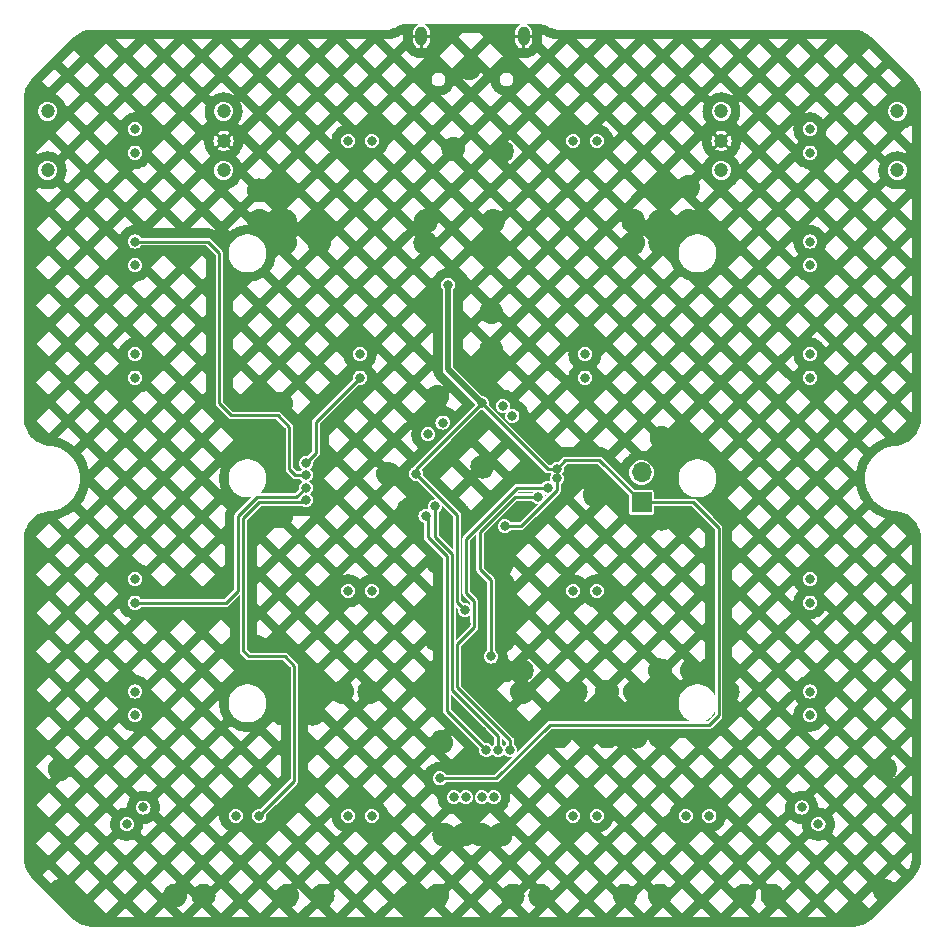
<source format=gbr>
%TF.GenerationSoftware,KiCad,Pcbnew,8.0.8*%
%TF.CreationDate,2025-03-01T19:05:57+01:00*%
%TF.ProjectId,numbpad,6e756d62-7061-4642-9e6b-696361645f70,rev?*%
%TF.SameCoordinates,Original*%
%TF.FileFunction,Copper,L3,Inr*%
%TF.FilePolarity,Positive*%
%FSLAX46Y46*%
G04 Gerber Fmt 4.6, Leading zero omitted, Abs format (unit mm)*
G04 Created by KiCad (PCBNEW 8.0.8) date 2025-03-01 19:05:57*
%MOMM*%
%LPD*%
G01*
G04 APERTURE LIST*
%TA.AperFunction,ComponentPad*%
%ADD10C,0.800000*%
%TD*%
%TA.AperFunction,ComponentPad*%
%ADD11C,1.200000*%
%TD*%
%TA.AperFunction,ComponentPad*%
%ADD12R,1.700000X1.700000*%
%TD*%
%TA.AperFunction,ComponentPad*%
%ADD13O,1.700000X1.700000*%
%TD*%
%TA.AperFunction,ComponentPad*%
%ADD14O,1.000000X1.600000*%
%TD*%
%TA.AperFunction,ViaPad*%
%ADD15C,0.800000*%
%TD*%
%TA.AperFunction,Conductor*%
%ADD16C,0.250000*%
%TD*%
%TA.AperFunction,Conductor*%
%ADD17C,0.500000*%
%TD*%
G04 APERTURE END LIST*
D10*
%TO.N,Col 3*%
%TO.C,SW4*%
X162131250Y-128587500D03*
%TO.N,Row 3*%
X160131250Y-128587500D03*
%TD*%
%TO.N,Col 0*%
%TO.C,SW13*%
X114213357Y-127880393D03*
%TO.N,Row 3*%
X112799143Y-129294607D03*
%TD*%
%TO.N,Col 1*%
%TO.C,SW14*%
X133556250Y-128587500D03*
%TO.N,Row 3*%
X131556250Y-128587500D03*
%TD*%
%TO.N,Col 2*%
%TO.C,SW11*%
X152606250Y-109537500D03*
%TO.N,Row 2*%
X150606250Y-109537500D03*
%TD*%
%TO.N,Col 0*%
%TO.C,SW22*%
X122031250Y-128587500D03*
%TO.N,Row 3*%
X124031250Y-128587500D03*
%TD*%
%TO.N,Col 1*%
%TO.C,SW10*%
X131556250Y-109537500D03*
%TO.N,Row 2*%
X133556250Y-109537500D03*
%TD*%
%TO.N,Col 0*%
%TO.C,SW5*%
X113506250Y-89487500D03*
%TO.N,Row 1*%
X113506250Y-91487500D03*
%TD*%
%TO.N,Col 1*%
%TO.C,SW2*%
X131556250Y-71437500D03*
%TO.N,Row 0*%
X133556250Y-71437500D03*
%TD*%
%TO.N,Col 2*%
%TO.C,SW15*%
X150606250Y-128587500D03*
%TO.N,Row 3*%
X152606250Y-128587500D03*
%TD*%
%TO.N,Col 3*%
%TO.C,SW21*%
X170656250Y-120062500D03*
%TO.N,Row 2*%
X170656250Y-118062500D03*
%TD*%
D11*
%TO.N,Col 3*%
%TO.C,SW23*%
X178056250Y-68937500D03*
D10*
X170656250Y-70437500D03*
%TO.N,Row 0*%
X170656250Y-72437500D03*
D11*
X178056250Y-73937500D03*
%TO.N,rotC*%
X163156250Y-73937500D03*
%TO.N,rotD*%
X163156250Y-68937500D03*
%TO.N,GND*%
X163156250Y-71437500D03*
%TD*%
D10*
%TO.N,Col 2*%
%TO.C,SW7*%
X151606250Y-89487500D03*
%TO.N,Row 1*%
X151606250Y-91487500D03*
%TD*%
%TO.N,Col 0*%
%TO.C,SW18*%
X113506250Y-81962500D03*
%TO.N,Row 0*%
X113506250Y-79962500D03*
%TD*%
%TO.N,Col 3*%
%TO.C,SW19*%
X170656250Y-81962500D03*
%TO.N,Row 0*%
X170656250Y-79962500D03*
%TD*%
%TO.N,Col 2*%
%TO.C,SW3*%
X152606250Y-71437500D03*
%TO.N,Row 0*%
X150606250Y-71437500D03*
%TD*%
%TO.N,Col 1*%
%TO.C,SW6*%
X132556250Y-89487500D03*
%TO.N,Row 1*%
X132556250Y-91487500D03*
%TD*%
D11*
%TO.N,Row 0*%
%TO.C,SW20*%
X106106250Y-73937500D03*
D10*
X113506250Y-72437500D03*
%TO.N,Col 0*%
X113506250Y-70437500D03*
D11*
X106106250Y-68937500D03*
%TO.N,rotA*%
X121006250Y-68937500D03*
%TO.N,rotB*%
X121006250Y-73937500D03*
%TO.N,GND*%
X121006250Y-71437500D03*
%TD*%
D10*
%TO.N,Col 3*%
%TO.C,SW12*%
X170656250Y-108537500D03*
%TO.N,Row 2*%
X170656250Y-110537500D03*
%TD*%
%TO.N,Col 0*%
%TO.C,SW1*%
X113506250Y-120062500D03*
%TO.N,Row 2*%
X113506250Y-118062500D03*
%TD*%
%TO.N,Col 3*%
%TO.C,SW8*%
X170656250Y-89487500D03*
%TO.N,Row 1*%
X170656250Y-91487500D03*
%TD*%
%TO.N,Col 3*%
%TO.C,SW16*%
X169949143Y-127880393D03*
%TO.N,Row 3*%
X171363357Y-129294607D03*
%TD*%
%TO.N,Col 0*%
%TO.C,SW9*%
X113506250Y-108537500D03*
%TO.N,Row 2*%
X113506250Y-110537500D03*
%TD*%
D12*
%TO.N,+3V3*%
%TO.C,SW17*%
X156393750Y-102056250D03*
D13*
%TO.N,BOOT0*%
X156393750Y-99516250D03*
%TD*%
D14*
%TO.N,GND*%
%TO.C,USB1*%
X137761250Y-62582000D03*
X146401250Y-62582000D03*
%TD*%
D15*
%TO.N,GND*%
X157986742Y-80046713D03*
X158102921Y-96591440D03*
X128560169Y-119924867D03*
X140462439Y-72115502D03*
X125849407Y-98713618D03*
X158102921Y-98687753D03*
X170656250Y-128587500D03*
X165100000Y-135335746D03*
X142875000Y-121443750D03*
X144555128Y-72302890D03*
X143461949Y-107424502D03*
X142875000Y-109537500D03*
X153465203Y-121869115D03*
X144810011Y-116280637D03*
X160642115Y-116280637D03*
X141789150Y-65266100D03*
X145470489Y-135335746D03*
X125849407Y-100336735D03*
X133350000Y-118088199D03*
X143673407Y-90874178D03*
X138151261Y-78220707D03*
X123911461Y-96591440D03*
X123911461Y-103226375D03*
X163687782Y-116280637D03*
X167481250Y-135335746D03*
X141511520Y-112325933D03*
X150812500Y-118088199D03*
X163687782Y-118088199D03*
X149441651Y-120059630D03*
X141287500Y-130175000D03*
X129064575Y-78220707D03*
X116878379Y-135335746D03*
X136722129Y-135335746D03*
X125993783Y-118088199D03*
X145902294Y-103109402D03*
X144659629Y-111352137D03*
X143673407Y-89127137D03*
X157949217Y-116280637D03*
X107156250Y-124618750D03*
X143822948Y-78220707D03*
X139103379Y-135335746D03*
X155702993Y-78220707D03*
X153461872Y-120059630D03*
X127892508Y-96591440D03*
X154978379Y-135335746D03*
X157956250Y-135335746D03*
X113506250Y-128587500D03*
X139103379Y-93095887D03*
X162032296Y-116280637D03*
X139421674Y-122352924D03*
X129381250Y-135335746D03*
X142915704Y-99022551D03*
X143673407Y-85952137D03*
X124022129Y-75633387D03*
X155875557Y-120059630D03*
X126199219Y-75633387D03*
X138095928Y-80046713D03*
X146247129Y-116280637D03*
X143072129Y-116280637D03*
X141006260Y-83644850D03*
X157986742Y-75366998D03*
X142875000Y-130175000D03*
X139103378Y-116280637D03*
X152390997Y-100424844D03*
X125849407Y-103238671D03*
X136722129Y-102620887D03*
X123798886Y-116280637D03*
X160347639Y-78220707D03*
X152400000Y-99218750D03*
X142295737Y-115462072D03*
X157986742Y-78220707D03*
X177006250Y-134937500D03*
X134937500Y-99618750D03*
X139103379Y-113733387D03*
X144659629Y-113733387D03*
X139153314Y-107099528D03*
X152434072Y-101415564D03*
X131065030Y-118088199D03*
X139700000Y-130175000D03*
X126049116Y-114272087D03*
X155892469Y-121880308D03*
X129113380Y-80046713D03*
X125849407Y-93693108D03*
X126049116Y-116280637D03*
X146285628Y-118088199D03*
X149442492Y-121869115D03*
X107156250Y-134937500D03*
X160365447Y-103414637D03*
X144462500Y-130175000D03*
X124022129Y-78220707D03*
X126403379Y-135335746D03*
X157949217Y-121869115D03*
X160365447Y-96591440D03*
X139103379Y-118088199D03*
X139103379Y-111352137D03*
X158102921Y-101033387D03*
X125849407Y-96591440D03*
X147834629Y-135335746D03*
X119306589Y-135335746D03*
X153448377Y-118088199D03*
X144659629Y-108970887D03*
X139103379Y-85952137D03*
X126001561Y-119915563D03*
X142574146Y-90862556D03*
X144474207Y-107424502D03*
X160347639Y-75342596D03*
X151685617Y-120059630D03*
X139709462Y-104147410D03*
X128550451Y-118088199D03*
X155858181Y-118088199D03*
X123798886Y-114272087D03*
X126199219Y-80046713D03*
X155702993Y-80046713D03*
X157949217Y-118088199D03*
X123911461Y-93693108D03*
X177006250Y-124618750D03*
X157949217Y-120059630D03*
X143850614Y-80046713D03*
X126199219Y-78220707D03*
X158102921Y-103414637D03*
%TO.N,+3V3*%
X139306250Y-125412500D03*
X144807031Y-104064219D03*
X137318750Y-99618750D03*
X149225000Y-100012500D03*
X141451986Y-111166484D03*
X142875000Y-93662500D03*
X140006570Y-83619858D03*
X149225000Y-99218750D03*
%TO.N,Row 0*%
X127968108Y-99727137D03*
%TO.N,Row 3*%
X127977563Y-101827137D03*
%TO.N,Row 1*%
X127963373Y-98727146D03*
%TO.N,Row 2*%
X127968108Y-100806250D03*
%TO.N,Col 0*%
X141505801Y-127012548D03*
%TO.N,Col 1*%
X140493750Y-127000000D03*
%TO.N,Col 2*%
X143874503Y-127000000D03*
%TO.N,Col 3*%
X142875000Y-127000000D03*
%TO.N,APLEX_EN_PIN_0*%
X143668750Y-115093750D03*
X147637500Y-101600000D03*
%TO.N,AMUX_SEL_2*%
X148431250Y-100806250D03*
X145256250Y-123031250D03*
%TO.N,AMUX_SEL_1*%
X138906250Y-102393750D03*
X144256747Y-123031250D03*
%TO.N,AMUX_SEL_0*%
X143257244Y-123031250D03*
X138112500Y-103187500D03*
%TO.N,rotA*%
X139548614Y-95286847D03*
%TO.N,rotB*%
X138309629Y-96270887D03*
%TO.N,rotC*%
X144659629Y-93889637D03*
%TO.N,rotD*%
X145453379Y-94717109D03*
%TD*%
D16*
%TO.N,+3V3*%
X162915879Y-104208387D02*
X162915879Y-120083387D01*
X149225000Y-101037805D02*
X146198586Y-104064219D01*
X148628379Y-120877137D02*
X162122129Y-120877137D01*
X160763742Y-102056250D02*
X162915879Y-104208387D01*
X148628379Y-120877137D02*
X144093016Y-125412500D01*
D17*
X140006570Y-90794070D02*
X142875000Y-93662500D01*
D16*
X156393750Y-102056250D02*
X160763742Y-102056250D01*
X140797129Y-103097129D02*
X140797129Y-103981250D01*
X141451986Y-111166484D02*
X140797129Y-110511627D01*
X142875000Y-93662500D02*
X137318750Y-99218750D01*
X162122129Y-120877137D02*
X162915879Y-120083387D01*
X149950000Y-98493750D02*
X152831250Y-98493750D01*
X142875000Y-93662500D02*
X148431250Y-99218750D01*
D17*
X140006570Y-83619858D02*
X140006570Y-90794070D01*
D16*
X149225000Y-99218750D02*
X149225000Y-100012500D01*
X137318750Y-99218750D02*
X137318750Y-99618750D01*
X146198586Y-104064219D02*
X144807031Y-104064219D01*
X144093016Y-125412500D02*
X139306250Y-125412500D01*
X140797129Y-110511627D02*
X140797129Y-103981250D01*
X152831250Y-98493750D02*
X156393750Y-102056250D01*
X148431250Y-99218750D02*
X149225000Y-99218750D01*
X149225000Y-99218750D02*
X149950000Y-98493750D01*
X149225000Y-100012500D02*
X149225000Y-101037805D01*
X137318750Y-99618750D02*
X140797129Y-103097129D01*
%TO.N,Row 0*%
X121670887Y-94683387D02*
X120650000Y-93662500D01*
X126574407Y-95648165D02*
X126574407Y-98425000D01*
X126574407Y-99218750D02*
X127082794Y-99727137D01*
X125609629Y-94683387D02*
X126574407Y-95648165D01*
X125609629Y-94683387D02*
X121670887Y-94683387D01*
X119650000Y-79962500D02*
X120650000Y-80962500D01*
X127082794Y-99727137D02*
X127968108Y-99727137D01*
X126574407Y-98425000D02*
X126574407Y-99218750D01*
X120650000Y-93662500D02*
X120650000Y-80962500D01*
X113506250Y-79962500D02*
X119650000Y-79962500D01*
%TO.N,Row 3*%
X126206250Y-115093750D02*
X123146387Y-115093750D01*
X123146387Y-115093750D02*
X122687500Y-114634863D01*
X122687500Y-114634863D02*
X122687500Y-103373896D01*
X127000000Y-125618750D02*
X127000000Y-115887500D01*
X125412500Y-102050000D02*
X126714348Y-102050000D01*
X122687500Y-103373896D02*
X124011396Y-102050000D01*
X124011396Y-102050000D02*
X125412500Y-102050000D01*
X125412500Y-102050000D02*
X127754700Y-102050000D01*
X124031250Y-128587500D02*
X127000000Y-125618750D01*
X127000000Y-115887500D02*
X126206250Y-115093750D01*
X127754700Y-102050000D02*
X127977563Y-101827137D01*
%TO.N,Row 1*%
X128426509Y-98264009D02*
X128823384Y-97867134D01*
X128823384Y-95220366D02*
X128823384Y-97867134D01*
X128426509Y-98264009D02*
X127963373Y-98727146D01*
X132556250Y-91487500D02*
X128823384Y-95220366D01*
%TO.N,Row 2*%
X125412500Y-101600000D02*
X127174358Y-101600000D01*
X122237500Y-103187500D02*
X123825000Y-101600000D01*
X123825000Y-101600000D02*
X125412500Y-101600000D01*
X122237500Y-109537500D02*
X122237500Y-103187500D01*
X125412500Y-101600000D02*
X126154358Y-101600000D01*
X127174358Y-101600000D02*
X127968108Y-100806250D01*
X121237500Y-110537500D02*
X122237500Y-109537500D01*
X113506250Y-110537500D02*
X121237500Y-110537500D01*
%TO.N,APLEX_EN_PIN_0*%
X145680516Y-101600000D02*
X147637500Y-101600000D01*
X142736949Y-104543567D02*
X145680516Y-101600000D01*
X142736949Y-107724807D02*
X142736949Y-104543567D01*
X143668750Y-108656608D02*
X142736949Y-107724807D01*
X143668750Y-115093750D02*
X143668750Y-108656608D01*
%TO.N,AMUX_SEL_2*%
X145256250Y-122163299D02*
X140797129Y-117704178D01*
X141537754Y-109711512D02*
X141537754Y-105106366D01*
X142236520Y-110410278D02*
X141537754Y-109711512D01*
X140797129Y-114065629D02*
X142236520Y-112626238D01*
X145256250Y-123031250D02*
X145256250Y-122163299D01*
X141537754Y-105106366D02*
X145837870Y-100806250D01*
X142236520Y-112626238D02*
X142236520Y-110410278D01*
X145837870Y-100806250D02*
X148431250Y-100806250D01*
X140797129Y-117704178D02*
X140797129Y-114065629D01*
%TO.N,AMUX_SEL_1*%
X144256747Y-123031250D02*
X144256747Y-121800192D01*
X140347129Y-117890574D02*
X140347129Y-106403241D01*
X138906250Y-104962362D02*
X138906250Y-102393750D01*
X140347129Y-106403241D02*
X138906250Y-104962362D01*
X144256747Y-121800192D02*
X140347129Y-117890574D01*
%TO.N,AMUX_SEL_0*%
X139897129Y-119671135D02*
X139897129Y-106589637D01*
X138309629Y-105002137D02*
X138309629Y-103384629D01*
X138309629Y-103384629D02*
X138112500Y-103187500D01*
X143257244Y-123031250D02*
X139897129Y-119671135D01*
X139897129Y-106589637D02*
X138309629Y-105002137D01*
%TD*%
%TA.AperFunction,Conductor*%
%TO.N,GND*%
G36*
X152699791Y-98822618D02*
G01*
X155339882Y-101462708D01*
X155343250Y-101470840D01*
X155343250Y-102925998D01*
X155354883Y-102984481D01*
X155369654Y-103006588D01*
X155399196Y-103050800D01*
X155399199Y-103050803D01*
X155415749Y-103061861D01*
X155465519Y-103095117D01*
X155524002Y-103106750D01*
X155524004Y-103106750D01*
X157263496Y-103106750D01*
X157263498Y-103106750D01*
X157321981Y-103095117D01*
X157388302Y-103050802D01*
X157432617Y-102984481D01*
X157444250Y-102925998D01*
X157444250Y-102393250D01*
X157447618Y-102385118D01*
X157455750Y-102381750D01*
X160624151Y-102381750D01*
X160632283Y-102385118D01*
X162587011Y-104339846D01*
X162590379Y-104347978D01*
X162590379Y-118352896D01*
X162587011Y-118361028D01*
X162578879Y-118364396D01*
X162570747Y-118361028D01*
X162568632Y-118358117D01*
X162563001Y-118347067D01*
X162500120Y-118223655D01*
X162352043Y-118019844D01*
X162173906Y-117841707D01*
X161970095Y-117693630D01*
X161745629Y-117579259D01*
X161745628Y-117579258D01*
X161745625Y-117579257D01*
X161506032Y-117501409D01*
X161257214Y-117462000D01*
X161257212Y-117462000D01*
X161005288Y-117462000D01*
X161005286Y-117462000D01*
X160756467Y-117501409D01*
X160516874Y-117579257D01*
X160292403Y-117693631D01*
X160088594Y-117841707D01*
X159910457Y-118019844D01*
X159762381Y-118223653D01*
X159648007Y-118448124D01*
X159570159Y-118687717D01*
X159530750Y-118936535D01*
X159530750Y-119188464D01*
X159570159Y-119437282D01*
X159648007Y-119676875D01*
X159648008Y-119676878D01*
X159648009Y-119676879D01*
X159762380Y-119901345D01*
X159910457Y-120105156D01*
X160088594Y-120283293D01*
X160292405Y-120431370D01*
X160485764Y-120529891D01*
X160491479Y-120536583D01*
X160490789Y-120545358D01*
X160484096Y-120551074D01*
X160480542Y-120551637D01*
X148585526Y-120551637D01*
X148502745Y-120573817D01*
X148502735Y-120573821D01*
X148428517Y-120616671D01*
X145862841Y-123182346D01*
X145854709Y-123185714D01*
X145846577Y-123182346D01*
X145843209Y-123174214D01*
X145843305Y-123172730D01*
X145861932Y-123031250D01*
X145841294Y-122874488D01*
X145780786Y-122728409D01*
X145684532Y-122602968D01*
X145586249Y-122527552D01*
X145581848Y-122519929D01*
X145581750Y-122518428D01*
X145581750Y-122120446D01*
X145559569Y-122037666D01*
X145559568Y-122037661D01*
X145516715Y-121963437D01*
X145456112Y-121902834D01*
X143081924Y-119528646D01*
X145781562Y-119528646D01*
X146843637Y-120590720D01*
X147905710Y-119528646D01*
X147085298Y-118708234D01*
X147005046Y-118806022D01*
X147003452Y-118807617D01*
X146851183Y-118932582D01*
X146849308Y-118933834D01*
X146675584Y-119026691D01*
X146673501Y-119027554D01*
X146485000Y-119084735D01*
X146482789Y-119085175D01*
X146286755Y-119104483D01*
X146284501Y-119104483D01*
X146212789Y-119097419D01*
X145781562Y-119528646D01*
X143081924Y-119528646D01*
X141455578Y-117902300D01*
X144155217Y-117902300D01*
X145217290Y-118964374D01*
X145480310Y-118701354D01*
X145441245Y-118653754D01*
X145439993Y-118651879D01*
X145347136Y-118478155D01*
X145346273Y-118476072D01*
X145289092Y-118287571D01*
X145288652Y-118285360D01*
X145269344Y-118089326D01*
X145269344Y-118087072D01*
X145287543Y-117902301D01*
X147407909Y-117902301D01*
X148469982Y-118964374D01*
X149532056Y-117902301D01*
X148469982Y-116840227D01*
X147407909Y-117902301D01*
X145287543Y-117902301D01*
X145288652Y-117891038D01*
X145289092Y-117888827D01*
X145346273Y-117700326D01*
X145347136Y-117698243D01*
X145439993Y-117524519D01*
X145441245Y-117522644D01*
X145566210Y-117370375D01*
X145567804Y-117368781D01*
X145665591Y-117288527D01*
X145445054Y-117067990D01*
X145375566Y-117125020D01*
X145373691Y-117126272D01*
X145199967Y-117219129D01*
X145197884Y-117219992D01*
X145009383Y-117277173D01*
X145007172Y-117277613D01*
X144811138Y-117296921D01*
X144808884Y-117296921D01*
X144764926Y-117292591D01*
X144155217Y-117902300D01*
X141455578Y-117902300D01*
X141125997Y-117572719D01*
X141122629Y-117564587D01*
X141122629Y-114205220D01*
X141125997Y-114197088D01*
X141770416Y-113552669D01*
X142496985Y-112826100D01*
X142539838Y-112751877D01*
X142562020Y-112669091D01*
X142562020Y-112583385D01*
X142562020Y-110367425D01*
X142539838Y-110284640D01*
X142496985Y-110210416D01*
X142436382Y-110149813D01*
X141866622Y-109580053D01*
X141863254Y-109571921D01*
X141863254Y-105245957D01*
X141866622Y-105237825D01*
X142391817Y-104712630D01*
X142399949Y-104709262D01*
X142408081Y-104712630D01*
X142411449Y-104720762D01*
X142411449Y-107767659D01*
X142433629Y-107850440D01*
X142433633Y-107850450D01*
X142476483Y-107924668D01*
X143339882Y-108788066D01*
X143343250Y-108796198D01*
X143343250Y-114580928D01*
X143339882Y-114589060D01*
X143338751Y-114590052D01*
X143261136Y-114649609D01*
X143240468Y-114665468D01*
X143144214Y-114790909D01*
X143083706Y-114936988D01*
X143063068Y-115093750D01*
X143083706Y-115250512D01*
X143144214Y-115396591D01*
X143240468Y-115522032D01*
X143365909Y-115618286D01*
X143511988Y-115678794D01*
X143668750Y-115699432D01*
X143825512Y-115678794D01*
X143971591Y-115618286D01*
X144097032Y-115522032D01*
X144193286Y-115396591D01*
X144253794Y-115250512D01*
X144274432Y-115093750D01*
X144253794Y-114936988D01*
X144193286Y-114790909D01*
X144111193Y-114683923D01*
X145010639Y-114683923D01*
X145017638Y-114704544D01*
X145017856Y-114705264D01*
X145031375Y-114755734D01*
X145031546Y-114756467D01*
X145041436Y-114806201D01*
X145041559Y-114806943D01*
X145069015Y-115015490D01*
X145069088Y-115016239D01*
X145072407Y-115066873D01*
X145072432Y-115067625D01*
X145072432Y-115119875D01*
X145072407Y-115120627D01*
X145069088Y-115171261D01*
X145069015Y-115172010D01*
X145052533Y-115297190D01*
X145197884Y-115341282D01*
X145199967Y-115342145D01*
X145373691Y-115435002D01*
X145375565Y-115436254D01*
X145439912Y-115489061D01*
X145559559Y-115369414D01*
X146688102Y-115369414D01*
X146810809Y-115435002D01*
X146812684Y-115436254D01*
X146964953Y-115561219D01*
X146966547Y-115562813D01*
X147091512Y-115715082D01*
X147092764Y-115716957D01*
X147185621Y-115890681D01*
X147186484Y-115892764D01*
X147243665Y-116081265D01*
X147244105Y-116083476D01*
X147263413Y-116279510D01*
X147263413Y-116281764D01*
X147244105Y-116477798D01*
X147243665Y-116480009D01*
X147186484Y-116668510D01*
X147185621Y-116670593D01*
X147092764Y-116844317D01*
X147091512Y-116846192D01*
X146966547Y-116998461D01*
X146964953Y-117000055D01*
X146812684Y-117125020D01*
X146810809Y-117126272D01*
X146721274Y-117174128D01*
X146849308Y-117242564D01*
X146851183Y-117243816D01*
X146898783Y-117282881D01*
X147905709Y-116275955D01*
X149034254Y-116275955D01*
X150096328Y-117338029D01*
X150211246Y-117223111D01*
X151339788Y-117223111D01*
X151376180Y-117242564D01*
X151378055Y-117243816D01*
X151530324Y-117368781D01*
X151531918Y-117370375D01*
X151656883Y-117522644D01*
X151658135Y-117524519D01*
X151750992Y-117698243D01*
X151751855Y-117700326D01*
X151809036Y-117888827D01*
X151809476Y-117891038D01*
X151828784Y-118087072D01*
X151828784Y-118089326D01*
X151809476Y-118285360D01*
X151809036Y-118287571D01*
X151751855Y-118476072D01*
X151750992Y-118478155D01*
X151658135Y-118651879D01*
X151656883Y-118653754D01*
X151546523Y-118788224D01*
X151722673Y-118964374D01*
X152446942Y-118240105D01*
X152432093Y-118089326D01*
X152432093Y-118087072D01*
X152451401Y-117891038D01*
X152451841Y-117888827D01*
X152509022Y-117700326D01*
X152509885Y-117698243D01*
X152534547Y-117652100D01*
X152405203Y-117522756D01*
X154292834Y-117522756D01*
X154294012Y-117524519D01*
X154386869Y-117698243D01*
X154387732Y-117700326D01*
X154444913Y-117888827D01*
X154445353Y-117891038D01*
X154464661Y-118087072D01*
X154464661Y-118089326D01*
X154445353Y-118285360D01*
X154444913Y-118287571D01*
X154410849Y-118399859D01*
X154975364Y-118964374D01*
X155136488Y-118803250D01*
X155013798Y-118653754D01*
X155012546Y-118651879D01*
X154919689Y-118478155D01*
X154918826Y-118476072D01*
X154861645Y-118287571D01*
X154861205Y-118285360D01*
X154841897Y-118089326D01*
X154841897Y-118087072D01*
X154861205Y-117891038D01*
X154861645Y-117888827D01*
X154918826Y-117700326D01*
X154919689Y-117698243D01*
X155012546Y-117524519D01*
X155013798Y-117522644D01*
X155138763Y-117370375D01*
X155140357Y-117368781D01*
X155292626Y-117243816D01*
X155294501Y-117242564D01*
X155348720Y-117213582D01*
X154975364Y-116840226D01*
X154292834Y-117522756D01*
X152405203Y-117522756D01*
X151722673Y-116840226D01*
X151339788Y-117223111D01*
X150211246Y-117223111D01*
X151158402Y-116275955D01*
X152286945Y-116275955D01*
X153136715Y-117125725D01*
X153249005Y-117091663D01*
X153251216Y-117091223D01*
X153447250Y-117071915D01*
X153449504Y-117071915D01*
X153600282Y-117086764D01*
X154411091Y-116275955D01*
X155539637Y-116275955D01*
X156601710Y-117338028D01*
X157100739Y-116838999D01*
X157010725Y-116670593D01*
X157009862Y-116668510D01*
X156952681Y-116480009D01*
X156952241Y-116477798D01*
X156932933Y-116281764D01*
X156932933Y-116279510D01*
X156948779Y-116118626D01*
X158949655Y-116118626D01*
X158965501Y-116279510D01*
X158965501Y-116281764D01*
X158950494Y-116434121D01*
X159673372Y-117156999D01*
X159836101Y-117038772D01*
X159836473Y-117038513D01*
X159861927Y-117021513D01*
X159862310Y-117021268D01*
X159889041Y-117004905D01*
X159889428Y-117004678D01*
X159915720Y-116989960D01*
X159797732Y-116846192D01*
X159796480Y-116844317D01*
X159703623Y-116670593D01*
X159702760Y-116668510D01*
X159645579Y-116480009D01*
X159645139Y-116477798D01*
X159625831Y-116281764D01*
X159625831Y-116279510D01*
X159645139Y-116083476D01*
X159645579Y-116081265D01*
X159702760Y-115892764D01*
X159703623Y-115890681D01*
X159796480Y-115716957D01*
X159797732Y-115715082D01*
X159922697Y-115562813D01*
X159924291Y-115561219D01*
X160076560Y-115436254D01*
X160076688Y-115436167D01*
X159854401Y-115213880D01*
X158949655Y-116118626D01*
X156948779Y-116118626D01*
X156952241Y-116083476D01*
X156952681Y-116081265D01*
X157009862Y-115892764D01*
X157010725Y-115890681D01*
X157103582Y-115716957D01*
X157104064Y-115716234D01*
X156601711Y-115213881D01*
X155539637Y-116275955D01*
X154411091Y-116275955D01*
X154411092Y-116275954D01*
X153349019Y-115213881D01*
X152286945Y-116275955D01*
X151158402Y-116275955D01*
X150096328Y-115213881D01*
X149034254Y-116275955D01*
X147905709Y-116275955D01*
X147905710Y-116275954D01*
X146843636Y-115213880D01*
X146688102Y-115369414D01*
X145559559Y-115369414D01*
X146279363Y-114649610D01*
X147407909Y-114649610D01*
X148469982Y-115711683D01*
X149532056Y-114649610D01*
X150660600Y-114649610D01*
X151722674Y-115711684D01*
X152784748Y-114649610D01*
X153913291Y-114649610D01*
X154975365Y-115711684D01*
X156037439Y-114649610D01*
X157165982Y-114649610D01*
X157795730Y-115279358D01*
X157948090Y-115264353D01*
X157950344Y-115264353D01*
X158146378Y-115283661D01*
X158148589Y-115284101D01*
X158337090Y-115341282D01*
X158339173Y-115342145D01*
X158507579Y-115432159D01*
X159290129Y-114649609D01*
X160418673Y-114649609D01*
X161202080Y-115433016D01*
X161205796Y-115435003D01*
X161207670Y-115436254D01*
X161337205Y-115542561D01*
X161466741Y-115436254D01*
X161468616Y-115435002D01*
X161642340Y-115342145D01*
X161644423Y-115341282D01*
X161792379Y-115296399D01*
X161792379Y-113899168D01*
X161480747Y-113587536D01*
X160418673Y-114649609D01*
X159290129Y-114649609D01*
X158228056Y-113587536D01*
X157165982Y-114649610D01*
X156037439Y-114649610D01*
X154975365Y-113587536D01*
X153913291Y-114649610D01*
X152784748Y-114649610D01*
X151722674Y-113587536D01*
X150660600Y-114649610D01*
X149532056Y-114649610D01*
X148469982Y-113587536D01*
X147407909Y-114649610D01*
X146279363Y-114649610D01*
X146279364Y-114649609D01*
X145634368Y-114004613D01*
X145598984Y-114121260D01*
X145598121Y-114123343D01*
X145505264Y-114297067D01*
X145504012Y-114298942D01*
X145379047Y-114451211D01*
X145377453Y-114452805D01*
X145225184Y-114577770D01*
X145223309Y-114579022D01*
X145049585Y-114671879D01*
X145047502Y-114672742D01*
X145010639Y-114683923D01*
X144111193Y-114683923D01*
X144097032Y-114665468D01*
X144021435Y-114607459D01*
X143998749Y-114590052D01*
X143994348Y-114582429D01*
X143994250Y-114580928D01*
X143994250Y-113023264D01*
X145781563Y-113023264D01*
X146843637Y-114085338D01*
X147905711Y-113023264D01*
X149034254Y-113023264D01*
X150096328Y-114085338D01*
X151158402Y-113023264D01*
X152286945Y-113023264D01*
X153349019Y-114085337D01*
X154411093Y-113023264D01*
X155539637Y-113023264D01*
X156601710Y-114085337D01*
X157663784Y-113023264D01*
X158792328Y-113023264D01*
X159854402Y-114085338D01*
X160916476Y-113023264D01*
X159854402Y-111961190D01*
X158792328Y-113023264D01*
X157663784Y-113023264D01*
X156601710Y-111961190D01*
X155539637Y-113023264D01*
X154411093Y-113023264D01*
X153349019Y-111961190D01*
X152286945Y-113023264D01*
X151158402Y-113023264D01*
X150096328Y-111961190D01*
X149034254Y-113023264D01*
X147905711Y-113023264D01*
X146843637Y-111961190D01*
X145781563Y-113023264D01*
X143994250Y-113023264D01*
X143994250Y-111396918D01*
X147407909Y-111396918D01*
X148469982Y-112458992D01*
X149532056Y-111396918D01*
X150660599Y-111396918D01*
X151722674Y-112458992D01*
X152784747Y-111396918D01*
X153913291Y-111396918D01*
X154975365Y-112458992D01*
X156037438Y-111396918D01*
X157165982Y-111396918D01*
X158228056Y-112458992D01*
X159290129Y-111396918D01*
X160418673Y-111396918D01*
X161480747Y-112458992D01*
X161792379Y-112147360D01*
X161792379Y-110646477D01*
X161480747Y-110334845D01*
X160418673Y-111396918D01*
X159290129Y-111396918D01*
X158228056Y-110334845D01*
X157165982Y-111396918D01*
X156037438Y-111396918D01*
X154975365Y-110334845D01*
X153913291Y-111396918D01*
X152784747Y-111396918D01*
X152292879Y-110905050D01*
X152268967Y-110900296D01*
X152268234Y-110900125D01*
X152217764Y-110886606D01*
X152217044Y-110886388D01*
X152168963Y-110870069D01*
X152168258Y-110869804D01*
X151973893Y-110789295D01*
X151973208Y-110788984D01*
X151927703Y-110766544D01*
X151927039Y-110766189D01*
X151881790Y-110740065D01*
X151881151Y-110739668D01*
X151838959Y-110711477D01*
X151838347Y-110711039D01*
X151671452Y-110582977D01*
X151670870Y-110582499D01*
X151632719Y-110549041D01*
X151632170Y-110548527D01*
X151606250Y-110522607D01*
X151580330Y-110548527D01*
X151579781Y-110549041D01*
X151541630Y-110582499D01*
X151541048Y-110582977D01*
X151374153Y-110711039D01*
X151373541Y-110711477D01*
X151331349Y-110739668D01*
X151330710Y-110740065D01*
X151299346Y-110758171D01*
X150660599Y-111396918D01*
X149532056Y-111396918D01*
X148469982Y-110334845D01*
X147407909Y-111396918D01*
X143994250Y-111396918D01*
X143994250Y-109770573D01*
X145781563Y-109770573D01*
X146843637Y-110832647D01*
X147905711Y-109770573D01*
X147672638Y-109537500D01*
X150000568Y-109537500D01*
X150021206Y-109694262D01*
X150081714Y-109840341D01*
X150177968Y-109965782D01*
X150303409Y-110062036D01*
X150449488Y-110122544D01*
X150606250Y-110143182D01*
X150763012Y-110122544D01*
X150909091Y-110062036D01*
X151034532Y-109965782D01*
X151130786Y-109840341D01*
X151191294Y-109694262D01*
X151211932Y-109537500D01*
X152000568Y-109537500D01*
X152021206Y-109694262D01*
X152081714Y-109840341D01*
X152177968Y-109965782D01*
X152303409Y-110062036D01*
X152449488Y-110122544D01*
X152606250Y-110143182D01*
X152763012Y-110122544D01*
X152909091Y-110062036D01*
X153034532Y-109965782D01*
X153130786Y-109840341D01*
X153159685Y-109770573D01*
X155539637Y-109770573D01*
X156601710Y-110832646D01*
X157663784Y-109770573D01*
X158792328Y-109770573D01*
X159854402Y-110832647D01*
X160916476Y-109770573D01*
X159854402Y-108708499D01*
X158792328Y-109770573D01*
X157663784Y-109770573D01*
X156601710Y-108708499D01*
X155539637Y-109770573D01*
X153159685Y-109770573D01*
X153191294Y-109694262D01*
X153211932Y-109537500D01*
X153191294Y-109380738D01*
X153130786Y-109234659D01*
X153034532Y-109109218D01*
X152909091Y-109012964D01*
X152763012Y-108952456D01*
X152606250Y-108931818D01*
X152449488Y-108952456D01*
X152303409Y-109012964D01*
X152177968Y-109109218D01*
X152081714Y-109234659D01*
X152021206Y-109380738D01*
X152000568Y-109537500D01*
X151211932Y-109537500D01*
X151191294Y-109380738D01*
X151130786Y-109234659D01*
X151034532Y-109109218D01*
X150909091Y-109012964D01*
X150763012Y-108952456D01*
X150606250Y-108931818D01*
X150449488Y-108952456D01*
X150303409Y-109012964D01*
X150177968Y-109109218D01*
X150081714Y-109234659D01*
X150021206Y-109380738D01*
X150000568Y-109537500D01*
X147672638Y-109537500D01*
X146843637Y-108708499D01*
X145781563Y-109770573D01*
X143994250Y-109770573D01*
X143994250Y-108700394D01*
X143994251Y-108700381D01*
X143994251Y-108613755D01*
X143986014Y-108583014D01*
X143972068Y-108530970D01*
X143941596Y-108478191D01*
X143929215Y-108456746D01*
X143868612Y-108396143D01*
X143868609Y-108396141D01*
X143591897Y-108119429D01*
X145212415Y-108119429D01*
X145223309Y-108125252D01*
X145225184Y-108126504D01*
X145377453Y-108251469D01*
X145379047Y-108253063D01*
X145504012Y-108405332D01*
X145505264Y-108407207D01*
X145598121Y-108580931D01*
X145598984Y-108583014D01*
X145655213Y-108768377D01*
X146279363Y-108144227D01*
X147407909Y-108144227D01*
X148469982Y-109206300D01*
X149532056Y-108144227D01*
X149524000Y-108136171D01*
X150668655Y-108136171D01*
X150683761Y-108137162D01*
X150684510Y-108137235D01*
X150893057Y-108164691D01*
X150893799Y-108164814D01*
X150943533Y-108174704D01*
X150944266Y-108174875D01*
X150994736Y-108188394D01*
X150995456Y-108188612D01*
X151043537Y-108204931D01*
X151044242Y-108205196D01*
X151238607Y-108285705D01*
X151239292Y-108286016D01*
X151284797Y-108308456D01*
X151285461Y-108308811D01*
X151330710Y-108334935D01*
X151331349Y-108335332D01*
X151373541Y-108363523D01*
X151374153Y-108363961D01*
X151541048Y-108492023D01*
X151541630Y-108492501D01*
X151579781Y-108525959D01*
X151580330Y-108526473D01*
X151606250Y-108552393D01*
X151632170Y-108526473D01*
X151632719Y-108525959D01*
X151670870Y-108492501D01*
X151671452Y-108492023D01*
X151838347Y-108363961D01*
X151838959Y-108363523D01*
X151881151Y-108335332D01*
X151881790Y-108334935D01*
X151927039Y-108308811D01*
X151927703Y-108308456D01*
X151973208Y-108286016D01*
X151973893Y-108285705D01*
X152168258Y-108205196D01*
X152168963Y-108204931D01*
X152217044Y-108188612D01*
X152217764Y-108188394D01*
X152268234Y-108174875D01*
X152268967Y-108174704D01*
X152318701Y-108164814D01*
X152319443Y-108164691D01*
X152527990Y-108137235D01*
X152528739Y-108137162D01*
X152579373Y-108133843D01*
X152580125Y-108133818D01*
X152632375Y-108133818D01*
X152633127Y-108133843D01*
X152683761Y-108137162D01*
X152684510Y-108137235D01*
X152779265Y-108149709D01*
X152784748Y-108144227D01*
X153913291Y-108144227D01*
X154975365Y-109206301D01*
X156037438Y-108144227D01*
X157165982Y-108144227D01*
X158228056Y-109206301D01*
X159290129Y-108144227D01*
X160418673Y-108144227D01*
X161480747Y-109206300D01*
X161792379Y-108894669D01*
X161792379Y-107393785D01*
X161480747Y-107082153D01*
X160418673Y-108144227D01*
X159290129Y-108144227D01*
X158228056Y-107082153D01*
X157165982Y-108144227D01*
X156037438Y-108144227D01*
X154975365Y-107082153D01*
X153913291Y-108144227D01*
X152784748Y-108144227D01*
X151722674Y-107082153D01*
X150668655Y-108136171D01*
X149524000Y-108136171D01*
X148469982Y-107082153D01*
X147407909Y-108144227D01*
X146279363Y-108144227D01*
X146279364Y-108144226D01*
X145483058Y-107347921D01*
X145490491Y-107423375D01*
X145490491Y-107425629D01*
X145471183Y-107621663D01*
X145470743Y-107623874D01*
X145413562Y-107812375D01*
X145412699Y-107814458D01*
X145319842Y-107988182D01*
X145318590Y-107990057D01*
X145212415Y-108119429D01*
X143591897Y-108119429D01*
X143065817Y-107593348D01*
X143062449Y-107585216D01*
X143062449Y-106517882D01*
X145781563Y-106517882D01*
X146843637Y-107579956D01*
X147905711Y-106517882D01*
X149034254Y-106517882D01*
X150096328Y-107579956D01*
X151158402Y-106517882D01*
X152286945Y-106517882D01*
X153349019Y-107579955D01*
X154411093Y-106517882D01*
X155539637Y-106517882D01*
X156601710Y-107579955D01*
X157663784Y-106517882D01*
X158792328Y-106517882D01*
X159854402Y-107579956D01*
X160916476Y-106517882D01*
X159854402Y-105455808D01*
X158792328Y-106517882D01*
X157663784Y-106517882D01*
X156601710Y-105455808D01*
X155539637Y-106517882D01*
X154411093Y-106517882D01*
X153349019Y-105455808D01*
X152286945Y-106517882D01*
X151158402Y-106517882D01*
X150096328Y-105455808D01*
X149034254Y-106517882D01*
X147905711Y-106517882D01*
X146843637Y-105455808D01*
X145781563Y-106517882D01*
X143062449Y-106517882D01*
X143062449Y-104891536D01*
X147407909Y-104891536D01*
X148469982Y-105953609D01*
X149532056Y-104891536D01*
X150660600Y-104891536D01*
X151722674Y-105953610D01*
X152784748Y-104891536D01*
X153913291Y-104891536D01*
X154975365Y-105953610D01*
X156037439Y-104891536D01*
X156037438Y-104891535D01*
X157165981Y-104891535D01*
X158228056Y-105953610D01*
X159290130Y-104891536D01*
X159290129Y-104891535D01*
X160418673Y-104891535D01*
X161480747Y-105953609D01*
X161792379Y-105641978D01*
X161792379Y-104673758D01*
X161214415Y-104095794D01*
X160418673Y-104891535D01*
X159290129Y-104891535D01*
X158661560Y-104262966D01*
X158492877Y-104353129D01*
X158490794Y-104353992D01*
X158302293Y-104411173D01*
X158300082Y-104411613D01*
X158104048Y-104430921D01*
X158101794Y-104430921D01*
X157905760Y-104411613D01*
X157903549Y-104411173D01*
X157715048Y-104353992D01*
X157712965Y-104353129D01*
X157707375Y-104350141D01*
X157165981Y-104891535D01*
X156037438Y-104891535D01*
X154975365Y-103829462D01*
X153913291Y-104891536D01*
X152784748Y-104891536D01*
X151722674Y-103829462D01*
X150660600Y-104891536D01*
X149532056Y-104891536D01*
X148469982Y-103829462D01*
X147407909Y-104891536D01*
X143062449Y-104891536D01*
X143062449Y-104683158D01*
X143065817Y-104675026D01*
X145811975Y-101928868D01*
X145820107Y-101925500D01*
X147124679Y-101925500D01*
X147132811Y-101928868D01*
X147133803Y-101929999D01*
X147209218Y-102028282D01*
X147334659Y-102124536D01*
X147480738Y-102185044D01*
X147578409Y-102197902D01*
X147586032Y-102202303D01*
X147588310Y-102210805D01*
X147585040Y-102217436D01*
X146067127Y-103735351D01*
X146058995Y-103738719D01*
X145319852Y-103738719D01*
X145311720Y-103735351D01*
X145310728Y-103734220D01*
X145298873Y-103718771D01*
X145235313Y-103635937D01*
X145109872Y-103539683D01*
X144963793Y-103479175D01*
X144807031Y-103458537D01*
X144650269Y-103479175D01*
X144504190Y-103539683D01*
X144378749Y-103635937D01*
X144282495Y-103761378D01*
X144221987Y-103907457D01*
X144201349Y-104064219D01*
X144221987Y-104220981D01*
X144282495Y-104367060D01*
X144378749Y-104492501D01*
X144504190Y-104588755D01*
X144650269Y-104649263D01*
X144807031Y-104669901D01*
X144963793Y-104649263D01*
X145109872Y-104588755D01*
X145235313Y-104492501D01*
X145310728Y-104394218D01*
X145318351Y-104389817D01*
X145319852Y-104389719D01*
X146241439Y-104389719D01*
X146324225Y-104367537D01*
X146398448Y-104324684D01*
X147457941Y-103265190D01*
X149034254Y-103265190D01*
X150096328Y-104327264D01*
X151158401Y-103265190D01*
X152286945Y-103265190D01*
X153349019Y-104327264D01*
X154411092Y-103265190D01*
X153349019Y-102203117D01*
X152286945Y-103265190D01*
X151158401Y-103265190D01*
X150096328Y-102203117D01*
X149034254Y-103265190D01*
X147457941Y-103265190D01*
X149084285Y-101638844D01*
X150660599Y-101638844D01*
X151722673Y-102700918D01*
X152063442Y-102360149D01*
X152046199Y-102354919D01*
X152044116Y-102354056D01*
X151870392Y-102261199D01*
X151868517Y-102259947D01*
X151716248Y-102134982D01*
X151714654Y-102133388D01*
X151589689Y-101981119D01*
X151588437Y-101979244D01*
X151495580Y-101805520D01*
X151494717Y-101803437D01*
X151437536Y-101614936D01*
X151437096Y-101612725D01*
X151417788Y-101416691D01*
X151417788Y-101414437D01*
X151437096Y-101218403D01*
X151437536Y-101216192D01*
X151494717Y-101027691D01*
X151495580Y-101025608D01*
X151530381Y-100960498D01*
X151463699Y-100835744D01*
X150660599Y-101638844D01*
X149084285Y-101638844D01*
X149423914Y-101299215D01*
X149423919Y-101299212D01*
X149424860Y-101298270D01*
X149424862Y-101298270D01*
X149485465Y-101237667D01*
X149515297Y-101185996D01*
X149528318Y-101163444D01*
X149550501Y-101080658D01*
X149550501Y-100994952D01*
X149550501Y-100994250D01*
X149550500Y-100994238D01*
X149550500Y-100525320D01*
X149553868Y-100517188D01*
X149554991Y-100516202D01*
X149653282Y-100440782D01*
X149749536Y-100315341D01*
X149810044Y-100169262D01*
X149830682Y-100012500D01*
X149810044Y-99855738D01*
X149749536Y-99709659D01*
X149682752Y-99622625D01*
X149680475Y-99614124D01*
X149682753Y-99608624D01*
X149698497Y-99588106D01*
X149749536Y-99521591D01*
X149810044Y-99375512D01*
X149830682Y-99218750D01*
X149814511Y-99095925D01*
X149816789Y-99087424D01*
X149817773Y-99086301D01*
X150081458Y-98822618D01*
X150089590Y-98819250D01*
X152691659Y-98819250D01*
X152699791Y-98822618D01*
G37*
%TD.AperFunction*%
%TA.AperFunction,Conductor*%
G36*
X140242261Y-118246032D02*
G01*
X143927879Y-121931650D01*
X143931247Y-121939782D01*
X143931247Y-122518428D01*
X143927879Y-122526560D01*
X143926748Y-122527552D01*
X143828465Y-122602968D01*
X143766119Y-122684218D01*
X143758496Y-122688619D01*
X143749994Y-122686341D01*
X143747871Y-122684218D01*
X143737125Y-122670214D01*
X143685526Y-122602968D01*
X143560085Y-122506714D01*
X143414006Y-122446206D01*
X143257244Y-122425568D01*
X143257243Y-122425568D01*
X143134421Y-122441737D01*
X143125919Y-122439458D01*
X143124788Y-122438467D01*
X140225997Y-119539676D01*
X140222629Y-119531544D01*
X140222629Y-118254164D01*
X140225997Y-118246032D01*
X140234129Y-118242664D01*
X140242261Y-118246032D01*
G37*
%TD.AperFunction*%
%TA.AperFunction,Conductor*%
G36*
X140692261Y-110867085D02*
G01*
X140859203Y-111034027D01*
X140862571Y-111042159D01*
X140862473Y-111043660D01*
X140846304Y-111166483D01*
X140846304Y-111166484D01*
X140866942Y-111323246D01*
X140927450Y-111469325D01*
X141023704Y-111594766D01*
X141149145Y-111691020D01*
X141295224Y-111751528D01*
X141451986Y-111772166D01*
X141608748Y-111751528D01*
X141754827Y-111691020D01*
X141880268Y-111594766D01*
X141890397Y-111581565D01*
X141898019Y-111577165D01*
X141906521Y-111579443D01*
X141910922Y-111587066D01*
X141911020Y-111588567D01*
X141911020Y-112486647D01*
X141907652Y-112494779D01*
X140692261Y-113710170D01*
X140684129Y-113713538D01*
X140675997Y-113710170D01*
X140672629Y-113702038D01*
X140672629Y-110875217D01*
X140675997Y-110867085D01*
X140684129Y-110863717D01*
X140692261Y-110867085D01*
G37*
%TD.AperFunction*%
%TA.AperFunction,Conductor*%
G36*
X142752174Y-94252010D02*
G01*
X142875000Y-94268182D01*
X142997821Y-94252011D01*
X143006323Y-94254289D01*
X143007454Y-94255281D01*
X148231388Y-99479215D01*
X148305611Y-99522068D01*
X148388397Y-99544250D01*
X148712179Y-99544250D01*
X148720311Y-99547618D01*
X148721303Y-99548749D01*
X148767246Y-99608624D01*
X148769524Y-99617126D01*
X148767246Y-99622626D01*
X148700464Y-99709659D01*
X148639956Y-99855738D01*
X148631469Y-99920207D01*
X148619318Y-100012500D01*
X148639956Y-100169262D01*
X148661472Y-100221206D01*
X148666061Y-100232285D01*
X148666061Y-100241087D01*
X148659837Y-100247311D01*
X148651035Y-100247311D01*
X148588012Y-100221206D01*
X148431250Y-100200568D01*
X148274488Y-100221206D01*
X148128409Y-100281714D01*
X148002968Y-100377968D01*
X147927553Y-100476251D01*
X147919930Y-100480652D01*
X147918429Y-100480750D01*
X145795017Y-100480750D01*
X145712237Y-100502930D01*
X145712227Y-100502934D01*
X145653162Y-100537036D01*
X145638008Y-100545784D01*
X141277288Y-104906504D01*
X141234436Y-104980726D01*
X141234044Y-104982190D01*
X141212254Y-105063513D01*
X141212254Y-109754364D01*
X141234434Y-109837145D01*
X141234438Y-109837155D01*
X141277288Y-109911373D01*
X141907652Y-110541737D01*
X141911020Y-110549869D01*
X141911020Y-110744400D01*
X141907652Y-110752532D01*
X141899520Y-110755900D01*
X141891388Y-110752532D01*
X141890396Y-110751401D01*
X141880268Y-110738202D01*
X141754827Y-110641948D01*
X141608748Y-110581440D01*
X141451986Y-110560802D01*
X141451985Y-110560802D01*
X141329162Y-110576971D01*
X141320660Y-110574692D01*
X141319529Y-110573701D01*
X141125997Y-110380168D01*
X141122629Y-110372036D01*
X141122629Y-103140915D01*
X141122630Y-103140902D01*
X141122630Y-103054276D01*
X141100447Y-102971491D01*
X141100447Y-102971490D01*
X141069729Y-102918286D01*
X141057594Y-102897267D01*
X140996991Y-102836664D01*
X140996988Y-102836662D01*
X139786576Y-101626250D01*
X140915120Y-101626250D01*
X141560861Y-102271991D01*
X141560861Y-102271992D01*
X141640388Y-102351517D01*
X141640904Y-102352068D01*
X141674452Y-102390337D01*
X141674930Y-102390921D01*
X141706724Y-102432388D01*
X141707161Y-102432998D01*
X141728240Y-102464559D01*
X141964600Y-102700919D01*
X143026674Y-101638845D01*
X141964599Y-100576770D01*
X140915120Y-101626250D01*
X139786576Y-101626250D01*
X138160231Y-99999905D01*
X139288775Y-99999905D01*
X140350848Y-101061978D01*
X141400327Y-100012498D01*
X142528871Y-100012498D01*
X143590946Y-101074573D01*
X144653019Y-100012499D01*
X143900649Y-99260129D01*
X143855059Y-99410424D01*
X143854196Y-99412507D01*
X143761339Y-99586231D01*
X143760087Y-99588106D01*
X143635122Y-99740375D01*
X143633528Y-99741969D01*
X143481259Y-99866934D01*
X143479384Y-99868186D01*
X143305660Y-99961043D01*
X143303577Y-99961906D01*
X143115076Y-100019087D01*
X143112865Y-100019527D01*
X142916831Y-100038835D01*
X142914577Y-100038835D01*
X142718543Y-100019527D01*
X142716332Y-100019087D01*
X142567447Y-99973922D01*
X142528871Y-100012498D01*
X141400327Y-100012498D01*
X140338254Y-98950425D01*
X139288775Y-99999905D01*
X138160231Y-99999905D01*
X137911531Y-99751205D01*
X137908163Y-99743073D01*
X137908261Y-99741572D01*
X137908419Y-99740375D01*
X137924432Y-99618750D01*
X137903794Y-99461988D01*
X137843286Y-99315909D01*
X137779362Y-99232602D01*
X137777085Y-99224101D01*
X137780354Y-99217471D01*
X138611671Y-98386154D01*
X140902526Y-98386154D01*
X141964599Y-99448227D01*
X141985261Y-99427565D01*
X141977212Y-99412507D01*
X141976349Y-99410424D01*
X141919168Y-99221923D01*
X141918728Y-99219712D01*
X141899420Y-99023678D01*
X141899420Y-99021424D01*
X141918728Y-98825390D01*
X141919168Y-98823179D01*
X141976349Y-98634678D01*
X141977212Y-98632595D01*
X142070069Y-98458871D01*
X142071321Y-98456996D01*
X142129461Y-98386153D01*
X144155217Y-98386153D01*
X145217291Y-99448227D01*
X146144574Y-98520945D01*
X145082500Y-97458871D01*
X144155217Y-98386153D01*
X142129461Y-98386153D01*
X142196286Y-98304727D01*
X142197880Y-98303133D01*
X142350149Y-98178168D01*
X142352024Y-98176916D01*
X142525748Y-98084059D01*
X142527831Y-98083196D01*
X142678124Y-98037604D01*
X141964600Y-97324080D01*
X140902526Y-98386154D01*
X138611671Y-98386154D01*
X140238018Y-96759807D01*
X142528871Y-96759807D01*
X143590945Y-97821881D01*
X144518228Y-96894599D01*
X143456154Y-95832525D01*
X142528871Y-96759807D01*
X140238018Y-96759807D01*
X142742545Y-94255280D01*
X142750676Y-94251913D01*
X142752174Y-94252010D01*
G37*
%TD.AperFunction*%
%TA.AperFunction,Conductor*%
G36*
X139516337Y-102276802D02*
G01*
X139517468Y-102277794D01*
X140468261Y-103228587D01*
X140471629Y-103236719D01*
X140471629Y-106039650D01*
X140468261Y-106047782D01*
X140460129Y-106051150D01*
X140451997Y-106047782D01*
X139235118Y-104830903D01*
X139231750Y-104822771D01*
X139231750Y-102906570D01*
X139235118Y-102898438D01*
X139236241Y-102897452D01*
X139334532Y-102822032D01*
X139430786Y-102696591D01*
X139491294Y-102550512D01*
X139511932Y-102393750D01*
X139497934Y-102287426D01*
X139500212Y-102278925D01*
X139507835Y-102274524D01*
X139516337Y-102276802D01*
G37*
%TD.AperFunction*%
%TA.AperFunction,Conductor*%
G36*
X137551100Y-61540868D02*
G01*
X137554468Y-61549000D01*
X137551100Y-61557132D01*
X137545211Y-61560279D01*
X137542488Y-61560820D01*
X137542483Y-61560821D01*
X137405989Y-61617360D01*
X137283156Y-61699434D01*
X137178684Y-61803906D01*
X137096610Y-61926739D01*
X137040071Y-62063233D01*
X137040070Y-62063238D01*
X137011250Y-62208131D01*
X137011250Y-62456999D01*
X137011251Y-62457000D01*
X137461250Y-62457000D01*
X137461250Y-62707000D01*
X137011251Y-62707000D01*
X137011250Y-62707001D01*
X137011250Y-62955868D01*
X137040070Y-63100761D01*
X137040071Y-63100766D01*
X137096610Y-63237260D01*
X137178684Y-63360093D01*
X137283156Y-63464565D01*
X137405989Y-63546639D01*
X137542483Y-63603178D01*
X137542488Y-63603179D01*
X137636249Y-63621829D01*
X137636250Y-63621828D01*
X137636250Y-63156242D01*
X137645454Y-63161556D01*
X137721754Y-63182000D01*
X137800746Y-63182000D01*
X137877046Y-63161556D01*
X137886250Y-63156242D01*
X137886250Y-63621829D01*
X137980011Y-63603179D01*
X137980016Y-63603178D01*
X138116510Y-63546639D01*
X138239343Y-63464565D01*
X138343815Y-63360093D01*
X138425889Y-63237260D01*
X138482428Y-63100766D01*
X138482429Y-63100761D01*
X138511250Y-62955868D01*
X138511250Y-62707001D01*
X138511249Y-62707000D01*
X138061250Y-62707000D01*
X138061250Y-62606550D01*
X140902526Y-62606550D01*
X141964600Y-63668624D01*
X143026673Y-62606550D01*
X142755623Y-62335500D01*
X141173577Y-62335500D01*
X140902526Y-62606550D01*
X138061250Y-62606550D01*
X138061250Y-62457000D01*
X138511249Y-62457000D01*
X138511250Y-62456999D01*
X138511250Y-62208131D01*
X138482429Y-62063238D01*
X138482428Y-62063233D01*
X138425889Y-61926739D01*
X138343815Y-61803906D01*
X138239343Y-61699434D01*
X138116510Y-61617360D01*
X137980016Y-61560821D01*
X137980011Y-61560820D01*
X137977289Y-61560279D01*
X137969970Y-61555389D01*
X137968253Y-61546757D01*
X137973143Y-61539438D01*
X137979532Y-61537500D01*
X146182968Y-61537500D01*
X146191100Y-61540868D01*
X146194468Y-61549000D01*
X146191100Y-61557132D01*
X146185211Y-61560279D01*
X146182488Y-61560820D01*
X146182483Y-61560821D01*
X146045989Y-61617360D01*
X145923156Y-61699434D01*
X145818684Y-61803906D01*
X145736610Y-61926739D01*
X145680071Y-62063233D01*
X145680070Y-62063238D01*
X145651250Y-62208131D01*
X145651250Y-62456999D01*
X145651251Y-62457000D01*
X146101250Y-62457000D01*
X146101250Y-62707000D01*
X145651251Y-62707000D01*
X145651250Y-62707001D01*
X145651250Y-62955868D01*
X145680070Y-63100761D01*
X145680071Y-63100766D01*
X145736610Y-63237260D01*
X145818684Y-63360093D01*
X145923156Y-63464565D01*
X146045989Y-63546639D01*
X146182483Y-63603178D01*
X146182488Y-63603179D01*
X146276249Y-63621829D01*
X146276250Y-63621828D01*
X146276250Y-63156242D01*
X146285454Y-63161556D01*
X146361754Y-63182000D01*
X146440746Y-63182000D01*
X146517046Y-63161556D01*
X146526250Y-63156242D01*
X146526250Y-63621829D01*
X146620011Y-63603179D01*
X146620016Y-63603178D01*
X146756510Y-63546639D01*
X146879343Y-63464565D01*
X146983815Y-63360093D01*
X147065889Y-63237260D01*
X147110703Y-63129072D01*
X147930431Y-63129072D01*
X148469982Y-63668623D01*
X149303106Y-62835500D01*
X150889549Y-62835500D01*
X151722674Y-63668624D01*
X152555799Y-62835500D01*
X154142240Y-62835500D01*
X154975365Y-63668624D01*
X155808490Y-62835500D01*
X157394931Y-62835500D01*
X158228056Y-63668624D01*
X159061181Y-62835500D01*
X160647623Y-62835500D01*
X161480747Y-63668624D01*
X162313872Y-62835500D01*
X163900314Y-62835500D01*
X164733438Y-63668624D01*
X165566563Y-62835500D01*
X167153005Y-62835500D01*
X167986130Y-63668624D01*
X168819255Y-62835500D01*
X170405696Y-62835500D01*
X171238821Y-63668624D01*
X172071946Y-62835500D01*
X170405696Y-62835500D01*
X168819255Y-62835500D01*
X167153005Y-62835500D01*
X165566563Y-62835500D01*
X163900314Y-62835500D01*
X162313872Y-62835500D01*
X160647623Y-62835500D01*
X159061181Y-62835500D01*
X157394931Y-62835500D01*
X155808490Y-62835500D01*
X154142240Y-62835500D01*
X152555799Y-62835500D01*
X150889549Y-62835500D01*
X149303106Y-62835500D01*
X149304790Y-62833816D01*
X149236570Y-62832433D01*
X149236134Y-62832416D01*
X149206796Y-62830707D01*
X149206361Y-62830673D01*
X149176489Y-62827793D01*
X149176064Y-62827744D01*
X149147418Y-62823900D01*
X149146994Y-62823835D01*
X148862997Y-62774886D01*
X148862512Y-62774792D01*
X148829972Y-62767732D01*
X148829492Y-62767617D01*
X148796568Y-62758979D01*
X148796099Y-62758845D01*
X148764739Y-62749180D01*
X148764277Y-62749027D01*
X148492806Y-62652610D01*
X148492401Y-62652457D01*
X148465285Y-62641660D01*
X148464886Y-62641492D01*
X148437464Y-62629358D01*
X148437073Y-62629177D01*
X148410960Y-62616432D01*
X148410576Y-62616235D01*
X148282855Y-62547854D01*
X148282809Y-62547829D01*
X148185506Y-62495158D01*
X147989561Y-62415988D01*
X147949250Y-62405438D01*
X147949250Y-62975510D01*
X147949236Y-62976076D01*
X147947359Y-63014181D01*
X147947317Y-63014745D01*
X147943467Y-63053734D01*
X147943398Y-63054293D01*
X147937825Y-63091830D01*
X147937729Y-63092385D01*
X147930431Y-63129072D01*
X147110703Y-63129072D01*
X147122428Y-63100766D01*
X147122429Y-63100761D01*
X147151250Y-62955868D01*
X147151250Y-62707001D01*
X147151249Y-62707000D01*
X146701250Y-62707000D01*
X146701250Y-62457000D01*
X147151249Y-62457000D01*
X147151250Y-62456999D01*
X147151250Y-62208131D01*
X147122429Y-62063238D01*
X147122428Y-62063233D01*
X147065889Y-61926739D01*
X146983815Y-61803906D01*
X146879343Y-61699434D01*
X146756510Y-61617360D01*
X146620016Y-61560821D01*
X146620011Y-61560820D01*
X146617289Y-61560279D01*
X146609970Y-61555389D01*
X146608253Y-61546757D01*
X146613143Y-61539438D01*
X146619532Y-61537500D01*
X147485330Y-61537500D01*
X147485512Y-61537501D01*
X147488430Y-61537547D01*
X147638455Y-61539929D01*
X147639713Y-61540020D01*
X147924708Y-61576686D01*
X147943105Y-61579053D01*
X147944550Y-61579334D01*
X148028209Y-61601228D01*
X148240378Y-61656754D01*
X148241764Y-61657213D01*
X148525384Y-61771806D01*
X148526545Y-61772353D01*
X148661104Y-61845192D01*
X148774043Y-61905659D01*
X149015431Y-61991392D01*
X149015433Y-61991392D01*
X149015435Y-61991393D01*
X149068299Y-62000504D01*
X149267870Y-62034903D01*
X149395950Y-62037500D01*
X174256184Y-62037500D01*
X174256372Y-62037502D01*
X174412719Y-62040061D01*
X174414030Y-62040156D01*
X174724235Y-62081000D01*
X174725685Y-62081289D01*
X175027797Y-62162243D01*
X175029220Y-62162725D01*
X175318188Y-62282421D01*
X175319529Y-62283083D01*
X175531455Y-62405438D01*
X175590385Y-62439461D01*
X175591636Y-62440296D01*
X175839853Y-62630757D01*
X175840849Y-62631617D01*
X175953213Y-62740354D01*
X175953348Y-62740486D01*
X179353242Y-66140380D01*
X179353368Y-66140508D01*
X179462228Y-66252826D01*
X179463090Y-66253825D01*
X179491309Y-66290600D01*
X179653556Y-66502038D01*
X179654392Y-66503289D01*
X179810782Y-66774159D01*
X179811448Y-66775508D01*
X179931150Y-67064488D01*
X179931633Y-67065913D01*
X180012585Y-67368025D01*
X180012879Y-67369500D01*
X180053718Y-67679697D01*
X180053815Y-67681019D01*
X180056248Y-67837435D01*
X180056249Y-67837614D01*
X180056249Y-94877990D01*
X180056248Y-94878165D01*
X180053984Y-95026830D01*
X180053896Y-95028082D01*
X180016994Y-95323141D01*
X180016729Y-95324546D01*
X179943513Y-95612670D01*
X179943075Y-95614032D01*
X179834671Y-95890838D01*
X179834068Y-95892134D01*
X179692148Y-96153350D01*
X179691388Y-96154562D01*
X179518154Y-96396137D01*
X179517251Y-96397245D01*
X179315363Y-96615468D01*
X179314328Y-96616455D01*
X179086930Y-96807928D01*
X179085781Y-96808779D01*
X178836376Y-96970552D01*
X178835130Y-96971254D01*
X178567578Y-97100825D01*
X178566255Y-97101367D01*
X178284693Y-97196733D01*
X178283313Y-97197107D01*
X177991996Y-97256812D01*
X177990755Y-97256996D01*
X177842666Y-97270806D01*
X177842658Y-97270807D01*
X177679055Y-97285957D01*
X177356852Y-97350334D01*
X177044616Y-97452647D01*
X176746795Y-97591436D01*
X176694172Y-97624102D01*
X176467634Y-97764725D01*
X176467630Y-97764727D01*
X176467627Y-97764730D01*
X176211117Y-97970036D01*
X176211112Y-97970041D01*
X175980877Y-98204470D01*
X175980873Y-98204474D01*
X175780226Y-98464648D01*
X175780218Y-98464660D01*
X175612004Y-98746888D01*
X175587937Y-98801064D01*
X175478614Y-99047160D01*
X175478611Y-99047166D01*
X175478605Y-99047180D01*
X175381946Y-99361202D01*
X175323394Y-99684511D01*
X175323392Y-99684528D01*
X175303783Y-100012491D01*
X175303783Y-100012508D01*
X175323392Y-100340471D01*
X175323394Y-100340488D01*
X175381946Y-100663797D01*
X175478605Y-100977819D01*
X175478607Y-100977824D01*
X175478609Y-100977830D01*
X175610356Y-101274402D01*
X175612004Y-101278111D01*
X175780218Y-101560339D01*
X175780226Y-101560351D01*
X175980873Y-101820525D01*
X175980877Y-101820529D01*
X175980881Y-101820534D01*
X176176178Y-102019388D01*
X176211112Y-102054958D01*
X176211117Y-102054963D01*
X176395204Y-102202303D01*
X176467634Y-102260275D01*
X176746794Y-102433563D01*
X177044615Y-102572352D01*
X177356851Y-102674665D01*
X177679055Y-102739043D01*
X177842652Y-102754192D01*
X177842657Y-102754195D01*
X177842658Y-102754193D01*
X177990090Y-102767916D01*
X177991315Y-102768098D01*
X178281325Y-102827382D01*
X178282684Y-102827749D01*
X178469780Y-102890891D01*
X178563058Y-102922371D01*
X178564376Y-102922908D01*
X178649680Y-102964043D01*
X178830929Y-103051444D01*
X178832163Y-103052137D01*
X179080785Y-103212606D01*
X179081922Y-103213443D01*
X179208042Y-103319026D01*
X179308827Y-103403400D01*
X179309853Y-103404372D01*
X179511565Y-103620913D01*
X179512456Y-103621999D01*
X179685865Y-103861779D01*
X179686619Y-103862970D01*
X179691386Y-103871648D01*
X179829086Y-104122345D01*
X179829692Y-104123632D01*
X179939023Y-104398601D01*
X179939466Y-104399953D01*
X179988604Y-104588754D01*
X180013173Y-104683158D01*
X180013996Y-104686318D01*
X180014269Y-104687715D01*
X180052867Y-104981194D01*
X180052962Y-104982439D01*
X180056247Y-105130324D01*
X180056250Y-105130579D01*
X180056250Y-132187385D01*
X180056249Y-132187565D01*
X180053807Y-132343982D01*
X180053710Y-132345303D01*
X180012881Y-132655503D01*
X180012587Y-132656978D01*
X179931643Y-132959094D01*
X179931160Y-132960519D01*
X179811464Y-133249503D01*
X179810798Y-133250852D01*
X179654413Y-133521720D01*
X179653578Y-133522971D01*
X179463106Y-133771198D01*
X179462238Y-133772202D01*
X179353401Y-133884457D01*
X179353277Y-133884584D01*
X175953368Y-137284493D01*
X175953240Y-137284619D01*
X175840926Y-137393482D01*
X175839923Y-137394347D01*
X175591716Y-137584815D01*
X175590465Y-137585651D01*
X175319596Y-137742046D01*
X175318247Y-137742712D01*
X175029266Y-137862416D01*
X175027841Y-137862899D01*
X174725727Y-137943850D01*
X174724252Y-137944144D01*
X174414053Y-137984980D01*
X174412730Y-137985077D01*
X174256314Y-137987498D01*
X174256136Y-137987499D01*
X109906366Y-137987499D01*
X109906186Y-137987498D01*
X109749768Y-137985054D01*
X109748447Y-137984957D01*
X109438249Y-137944123D01*
X109436774Y-137943829D01*
X109134661Y-137862881D01*
X109133236Y-137862398D01*
X108844255Y-137742700D01*
X108842906Y-137742034D01*
X108572040Y-137585648D01*
X108570789Y-137584813D01*
X108322569Y-137394344D01*
X108321566Y-137393477D01*
X108209259Y-137284618D01*
X108209131Y-137284493D01*
X108114137Y-137189499D01*
X111857255Y-137189499D01*
X113523504Y-137189499D01*
X115109946Y-137189499D01*
X116776196Y-137189499D01*
X118362637Y-137189499D01*
X120028887Y-137189499D01*
X121615328Y-137189499D01*
X123281578Y-137189499D01*
X124868019Y-137189499D01*
X126534269Y-137189499D01*
X128120711Y-137189499D01*
X129786960Y-137189499D01*
X131373402Y-137189499D01*
X133039651Y-137189499D01*
X134626093Y-137189499D01*
X136292343Y-137189499D01*
X137878784Y-137189499D01*
X139545034Y-137189499D01*
X141131475Y-137189499D01*
X142797725Y-137189499D01*
X144384167Y-137189499D01*
X146050416Y-137189499D01*
X147636858Y-137189499D01*
X149303107Y-137189499D01*
X150889549Y-137189499D01*
X152555799Y-137189499D01*
X154142240Y-137189499D01*
X155808490Y-137189499D01*
X157394931Y-137189499D01*
X159061181Y-137189499D01*
X160647623Y-137189499D01*
X162313872Y-137189499D01*
X163900314Y-137189499D01*
X165566563Y-137189499D01*
X167153005Y-137189499D01*
X168819255Y-137189499D01*
X170405696Y-137189499D01*
X172071946Y-137189499D01*
X171238821Y-136356374D01*
X170405696Y-137189499D01*
X168819255Y-137189499D01*
X167986130Y-136356374D01*
X167153005Y-137189499D01*
X165566563Y-137189499D01*
X164733438Y-136356374D01*
X163900314Y-137189499D01*
X162313872Y-137189499D01*
X161480747Y-136356374D01*
X160647623Y-137189499D01*
X159061181Y-137189499D01*
X158228056Y-136356374D01*
X157394931Y-137189499D01*
X155808490Y-137189499D01*
X154975364Y-136356373D01*
X154142240Y-137189499D01*
X152555799Y-137189499D01*
X151722674Y-136356374D01*
X150889549Y-137189499D01*
X149303107Y-137189499D01*
X148469982Y-136356374D01*
X147636858Y-137189499D01*
X146050416Y-137189499D01*
X145217291Y-136356374D01*
X144384167Y-137189499D01*
X142797725Y-137189499D01*
X141964600Y-136356374D01*
X141131475Y-137189499D01*
X139545034Y-137189499D01*
X138711909Y-136356374D01*
X137878784Y-137189499D01*
X136292343Y-137189499D01*
X135459218Y-136356374D01*
X134626093Y-137189499D01*
X133039651Y-137189499D01*
X132206526Y-136356374D01*
X131373402Y-137189499D01*
X129786960Y-137189499D01*
X128953835Y-136356374D01*
X128120711Y-137189499D01*
X126534269Y-137189499D01*
X125701144Y-136356374D01*
X124868019Y-137189499D01*
X123281578Y-137189499D01*
X122448453Y-136356374D01*
X121615328Y-137189499D01*
X120028887Y-137189499D01*
X119195762Y-136356374D01*
X118362637Y-137189499D01*
X116776196Y-137189499D01*
X115943071Y-136356374D01*
X115109946Y-137189499D01*
X113523504Y-137189499D01*
X112690379Y-136356374D01*
X111857255Y-137189499D01*
X108114137Y-137189499D01*
X106716740Y-135792102D01*
X110001960Y-135792102D01*
X111064034Y-136854176D01*
X112126107Y-135792102D01*
X113254651Y-135792102D01*
X114316725Y-136854176D01*
X114835707Y-136335194D01*
X117050434Y-136335194D01*
X117569415Y-136854175D01*
X118367833Y-136055757D01*
X120023689Y-136055757D01*
X120822107Y-136854175D01*
X121884180Y-135792102D01*
X123012725Y-135792102D01*
X124074798Y-136854175D01*
X124643904Y-136285070D01*
X126758384Y-136285070D01*
X127327490Y-136854176D01*
X127987207Y-136194458D01*
X129920463Y-136194458D01*
X130580181Y-136854176D01*
X131642254Y-135792102D01*
X132770798Y-135792102D01*
X133832872Y-136854176D01*
X134505110Y-136181937D01*
X139666016Y-136181937D01*
X140338254Y-136854175D01*
X141400328Y-135792102D01*
X142528872Y-135792102D01*
X143590945Y-136854175D01*
X144325189Y-136119931D01*
X146109392Y-136119931D01*
X146843636Y-136854175D01*
X147430923Y-136266888D01*
X147270949Y-136181381D01*
X147269074Y-136180129D01*
X147116805Y-136055164D01*
X147115211Y-136053570D01*
X146990246Y-135901301D01*
X146988994Y-135899426D01*
X146931628Y-135792102D01*
X149034254Y-135792102D01*
X150096328Y-136854176D01*
X151158401Y-135792102D01*
X152286945Y-135792102D01*
X153349018Y-136854175D01*
X154206365Y-135996828D01*
X155744363Y-135996828D01*
X156601710Y-136854175D01*
X157327565Y-136128319D01*
X157238426Y-136055164D01*
X157236832Y-136053570D01*
X157111867Y-135901301D01*
X157110615Y-135899426D01*
X157076560Y-135835713D01*
X158835939Y-135835713D01*
X159854402Y-136854176D01*
X160916475Y-135792102D01*
X162045019Y-135792102D01*
X163107093Y-136854176D01*
X163790237Y-136171031D01*
X165676639Y-136171031D01*
X166359783Y-136854175D01*
X166992517Y-136221441D01*
X166917570Y-136181381D01*
X166915695Y-136180129D01*
X166763426Y-136055164D01*
X166761832Y-136053570D01*
X166636867Y-135901301D01*
X166635615Y-135899426D01*
X166578249Y-135792102D01*
X168550401Y-135792102D01*
X169612475Y-136854175D01*
X170674548Y-135792102D01*
X171803093Y-135792102D01*
X172865166Y-136854175D01*
X173927240Y-135792102D01*
X175055784Y-135792102D01*
X175686498Y-136422816D01*
X176378485Y-135730828D01*
X176288426Y-135656918D01*
X176286832Y-135655324D01*
X176161867Y-135503055D01*
X176160615Y-135501180D01*
X176067758Y-135327456D01*
X176066895Y-135325373D01*
X176009714Y-135136872D01*
X176009274Y-135134661D01*
X175989966Y-134938627D01*
X175989966Y-134936373D01*
X175998536Y-134849349D01*
X175055784Y-135792102D01*
X173927240Y-135792102D01*
X172865166Y-134730028D01*
X171803093Y-135792102D01*
X170674548Y-135792102D01*
X169612475Y-134730028D01*
X168550401Y-135792102D01*
X166578249Y-135792102D01*
X166542758Y-135725702D01*
X166541895Y-135723619D01*
X166484714Y-135535118D01*
X166484274Y-135532907D01*
X166464966Y-135336873D01*
X166464966Y-135334619D01*
X166484274Y-135138585D01*
X166484714Y-135136374D01*
X166541895Y-134947873D01*
X166542758Y-134945790D01*
X166554178Y-134924423D01*
X166359783Y-134730028D01*
X166063230Y-135026581D01*
X166096536Y-135136374D01*
X166096976Y-135138585D01*
X166116284Y-135334619D01*
X166116284Y-135336873D01*
X166096976Y-135532907D01*
X166096536Y-135535118D01*
X166039355Y-135723619D01*
X166038492Y-135725702D01*
X165945635Y-135899426D01*
X165944383Y-135901301D01*
X165819418Y-136053570D01*
X165817824Y-136055164D01*
X165676639Y-136171031D01*
X163790237Y-136171031D01*
X164169166Y-135792102D01*
X163107093Y-134730028D01*
X162045019Y-135792102D01*
X160916475Y-135792102D01*
X159854401Y-134730028D01*
X158910754Y-135673674D01*
X158895605Y-135723619D01*
X158894742Y-135725702D01*
X158835939Y-135835713D01*
X157076560Y-135835713D01*
X157017758Y-135725702D01*
X157016895Y-135723619D01*
X156959714Y-135535118D01*
X156959274Y-135532907D01*
X156939966Y-135336873D01*
X156939966Y-135334619D01*
X156959274Y-135138585D01*
X156959714Y-135136374D01*
X156970965Y-135099283D01*
X156601710Y-134730028D01*
X155994640Y-135337098D01*
X155975355Y-135532907D01*
X155974915Y-135535118D01*
X155917734Y-135723619D01*
X155916871Y-135725702D01*
X155824014Y-135899426D01*
X155822762Y-135901301D01*
X155744363Y-135996828D01*
X154206365Y-135996828D01*
X154209676Y-135993517D01*
X154133996Y-135901301D01*
X154132744Y-135899426D01*
X154039887Y-135725702D01*
X154039024Y-135723619D01*
X153981843Y-135535118D01*
X153981403Y-135532907D01*
X153962775Y-135343784D01*
X153349019Y-134730028D01*
X152286945Y-135792102D01*
X151158401Y-135792102D01*
X150096328Y-134730028D01*
X149034254Y-135792102D01*
X146931628Y-135792102D01*
X146896137Y-135725702D01*
X146895274Y-135723619D01*
X146838093Y-135535118D01*
X146837653Y-135532907D01*
X146818345Y-135336873D01*
X146818345Y-135334619D01*
X146837653Y-135138585D01*
X146838093Y-135136374D01*
X146895274Y-134947873D01*
X146896137Y-134945790D01*
X146953004Y-134839396D01*
X146843636Y-134730028D01*
X146460104Y-135113560D01*
X146467025Y-135136374D01*
X146467465Y-135138585D01*
X146486773Y-135334619D01*
X146486773Y-135336873D01*
X146467465Y-135532907D01*
X146467025Y-135535118D01*
X146409844Y-135723619D01*
X146408981Y-135725702D01*
X146316124Y-135899426D01*
X146314872Y-135901301D01*
X146189907Y-136053570D01*
X146188312Y-136055164D01*
X146109392Y-136119931D01*
X144325189Y-136119931D01*
X144597280Y-135847840D01*
X144531997Y-135725702D01*
X144531134Y-135723619D01*
X144507880Y-135646962D01*
X143590946Y-134730028D01*
X142528872Y-135792102D01*
X141400328Y-135792102D01*
X140338254Y-134730028D01*
X140060811Y-135007470D01*
X140099915Y-135136374D01*
X140100355Y-135138585D01*
X140119663Y-135334619D01*
X140119663Y-135336873D01*
X140100355Y-135532907D01*
X140099915Y-135535118D01*
X140042734Y-135723619D01*
X140041871Y-135725702D01*
X139949014Y-135899426D01*
X139947762Y-135901301D01*
X139822797Y-136053570D01*
X139821203Y-136055164D01*
X139668934Y-136180129D01*
X139667059Y-136181381D01*
X139666016Y-136181937D01*
X134505110Y-136181937D01*
X134894945Y-135792102D01*
X133832872Y-134730028D01*
X132770798Y-135792102D01*
X131642254Y-135792102D01*
X130580180Y-134730028D01*
X130330316Y-134979891D01*
X130377786Y-135136374D01*
X130378226Y-135138585D01*
X130397534Y-135334619D01*
X130397534Y-135336873D01*
X130378226Y-135532907D01*
X130377786Y-135535118D01*
X130320605Y-135723619D01*
X130319742Y-135725702D01*
X130226885Y-135899426D01*
X130225633Y-135901301D01*
X130100668Y-136053570D01*
X130099074Y-136055164D01*
X129946805Y-136180129D01*
X129944930Y-136181381D01*
X129920463Y-136194458D01*
X127987207Y-136194458D01*
X128389563Y-135792102D01*
X127327489Y-134730028D01*
X127261705Y-134795812D01*
X127341871Y-134945790D01*
X127342734Y-134947873D01*
X127399915Y-135136374D01*
X127400355Y-135138585D01*
X127419663Y-135334619D01*
X127419663Y-135336873D01*
X127400355Y-135532907D01*
X127399915Y-135535118D01*
X127342734Y-135723619D01*
X127341871Y-135725702D01*
X127249014Y-135899426D01*
X127247762Y-135901301D01*
X127122797Y-136053570D01*
X127121203Y-136055164D01*
X126968934Y-136180129D01*
X126967059Y-136181381D01*
X126793335Y-136274238D01*
X126791252Y-136275101D01*
X126758384Y-136285070D01*
X124643904Y-136285070D01*
X125136872Y-135792102D01*
X124074798Y-134730028D01*
X123012725Y-135792102D01*
X121884180Y-135792102D01*
X120822106Y-134730028D01*
X120313426Y-135238708D01*
X120322873Y-135334619D01*
X120322873Y-135336873D01*
X120303565Y-135532907D01*
X120303125Y-135535118D01*
X120245944Y-135723619D01*
X120245081Y-135725702D01*
X120152224Y-135899426D01*
X120150972Y-135901301D01*
X120026007Y-136053570D01*
X120024412Y-136055164D01*
X120023689Y-136055757D01*
X118367833Y-136055757D01*
X118489289Y-135934301D01*
X118462206Y-135901301D01*
X118460954Y-135899426D01*
X118368097Y-135725702D01*
X118367234Y-135723619D01*
X118310053Y-135535118D01*
X118309613Y-135532907D01*
X118302764Y-135463376D01*
X117831002Y-134991614D01*
X117874915Y-135136374D01*
X117875355Y-135138585D01*
X117894663Y-135334619D01*
X117894663Y-135336873D01*
X117875355Y-135532907D01*
X117874915Y-135535118D01*
X117817734Y-135723619D01*
X117816871Y-135725702D01*
X117724014Y-135899426D01*
X117722762Y-135901301D01*
X117597797Y-136053570D01*
X117596203Y-136055164D01*
X117443934Y-136180129D01*
X117442059Y-136181381D01*
X117268335Y-136274238D01*
X117266252Y-136275101D01*
X117077751Y-136332282D01*
X117075540Y-136332722D01*
X117050434Y-136335194D01*
X114835707Y-136335194D01*
X115378798Y-135792102D01*
X114316725Y-134730028D01*
X113254651Y-135792102D01*
X112126107Y-135792102D01*
X111064034Y-134730028D01*
X110001960Y-135792102D01*
X106716740Y-135792102D01*
X104809265Y-133884627D01*
X104809133Y-133884493D01*
X104700359Y-133772099D01*
X104699499Y-133771102D01*
X104581829Y-133617749D01*
X105670931Y-133617749D01*
X106362919Y-134309737D01*
X106436832Y-134219676D01*
X106438426Y-134218082D01*
X106502184Y-134165757D01*
X108375614Y-134165757D01*
X109437688Y-135227831D01*
X110499762Y-134165757D01*
X111628305Y-134165757D01*
X112690379Y-135227830D01*
X113752453Y-134165757D01*
X114880997Y-134165757D01*
X115878929Y-135163689D01*
X115881403Y-135138585D01*
X115881843Y-135136374D01*
X115939024Y-134947873D01*
X115939887Y-134945790D01*
X116032744Y-134772066D01*
X116033996Y-134770191D01*
X116158961Y-134617922D01*
X116160555Y-134616328D01*
X116312824Y-134491363D01*
X116314699Y-134490111D01*
X116488423Y-134397254D01*
X116490506Y-134396391D01*
X116679007Y-134339210D01*
X116681218Y-134338770D01*
X116848619Y-134322281D01*
X117005143Y-134165757D01*
X118133688Y-134165757D01*
X118586577Y-134618646D01*
X118587172Y-134617922D01*
X118588765Y-134616328D01*
X118741034Y-134491363D01*
X118742909Y-134490111D01*
X118916633Y-134397254D01*
X118918716Y-134396391D01*
X119107217Y-134339210D01*
X119109428Y-134338770D01*
X119305462Y-134319462D01*
X119307716Y-134319462D01*
X119503750Y-134338770D01*
X119505961Y-134339210D01*
X119694462Y-134396391D01*
X119696545Y-134397254D01*
X119870269Y-134490111D01*
X119872143Y-134491363D01*
X119905145Y-134518446D01*
X120257834Y-134165757D01*
X121386379Y-134165757D01*
X122448453Y-135227831D01*
X123510527Y-134165757D01*
X124639070Y-134165757D01*
X125454052Y-134980739D01*
X125464024Y-134947872D01*
X125464887Y-134945790D01*
X125557744Y-134772066D01*
X125558996Y-134770191D01*
X125683961Y-134617922D01*
X125685555Y-134616328D01*
X125837824Y-134491363D01*
X125839699Y-134490111D01*
X126013423Y-134397254D01*
X126015506Y-134396391D01*
X126204007Y-134339210D01*
X126206218Y-134338770D01*
X126402252Y-134319462D01*
X126404506Y-134319462D01*
X126591131Y-134337842D01*
X126763216Y-134165757D01*
X127891761Y-134165757D01*
X128522536Y-134796532D01*
X128535615Y-134772066D01*
X128536867Y-134770191D01*
X128661832Y-134617922D01*
X128663426Y-134616328D01*
X128815695Y-134491363D01*
X128817570Y-134490111D01*
X128991294Y-134397254D01*
X128993377Y-134396391D01*
X129181878Y-134339210D01*
X129184089Y-134338770D01*
X129380123Y-134319462D01*
X129382377Y-134319462D01*
X129578411Y-134338770D01*
X129580622Y-134339210D01*
X129769123Y-134396391D01*
X129771206Y-134397254D01*
X129779811Y-134401853D01*
X130015907Y-134165757D01*
X131144453Y-134165757D01*
X132206526Y-135227830D01*
X133268600Y-134165757D01*
X134397144Y-134165757D01*
X135459217Y-135227830D01*
X135832297Y-134854750D01*
X135876494Y-134772066D01*
X135877746Y-134770191D01*
X136002711Y-134617922D01*
X136004305Y-134616328D01*
X136156574Y-134491363D01*
X136158449Y-134490111D01*
X136241133Y-134445914D01*
X136521290Y-134165757D01*
X137649835Y-134165757D01*
X138257186Y-134773108D01*
X138257744Y-134772066D01*
X138258996Y-134770191D01*
X138383961Y-134617922D01*
X138385555Y-134616328D01*
X138537824Y-134491363D01*
X138539699Y-134490111D01*
X138713423Y-134397254D01*
X138715506Y-134396391D01*
X138904007Y-134339210D01*
X138906218Y-134338770D01*
X139102252Y-134319462D01*
X139104506Y-134319462D01*
X139300540Y-134338770D01*
X139302751Y-134339210D01*
X139491252Y-134396391D01*
X139493335Y-134397254D01*
X139525364Y-134414374D01*
X139773981Y-134165757D01*
X140902526Y-134165757D01*
X141964600Y-135227831D01*
X143026674Y-134165757D01*
X144155217Y-134165757D01*
X144686301Y-134696841D01*
X144751071Y-134617922D01*
X144752665Y-134616328D01*
X144904934Y-134491363D01*
X144906809Y-134490111D01*
X145080533Y-134397254D01*
X145082616Y-134396391D01*
X145271117Y-134339210D01*
X145273328Y-134338770D01*
X145469362Y-134319462D01*
X145471616Y-134319462D01*
X145667650Y-134338770D01*
X145669861Y-134339210D01*
X145858362Y-134396391D01*
X145860445Y-134397254D01*
X145982583Y-134462537D01*
X146279363Y-134165757D01*
X147407909Y-134165757D01*
X147593905Y-134351753D01*
X147635257Y-134339210D01*
X147637468Y-134338770D01*
X147833502Y-134319462D01*
X147835756Y-134319462D01*
X148031790Y-134338770D01*
X148034001Y-134339210D01*
X148222502Y-134396391D01*
X148224585Y-134397254D01*
X148398309Y-134490111D01*
X148400184Y-134491363D01*
X148552453Y-134616328D01*
X148554047Y-134617922D01*
X148679012Y-134770191D01*
X148680264Y-134772066D01*
X148765771Y-134932040D01*
X149532054Y-134165757D01*
X150660600Y-134165757D01*
X151722674Y-135227831D01*
X152784748Y-134165757D01*
X153913291Y-134165757D01*
X154317295Y-134569761D01*
X154412824Y-134491363D01*
X154414699Y-134490111D01*
X154588423Y-134397254D01*
X154590506Y-134396391D01*
X154779007Y-134339210D01*
X154781218Y-134338770D01*
X154977252Y-134319462D01*
X154979506Y-134319462D01*
X155175540Y-134338770D01*
X155177751Y-134339210D01*
X155366252Y-134396391D01*
X155368335Y-134397254D01*
X155542059Y-134490111D01*
X155543934Y-134491363D01*
X155636150Y-134567044D01*
X156037437Y-134165757D01*
X157165982Y-134165757D01*
X157456281Y-134456056D01*
X157566294Y-134397254D01*
X157568377Y-134396391D01*
X157756878Y-134339210D01*
X157759089Y-134338770D01*
X157955123Y-134319462D01*
X157957377Y-134319462D01*
X158153411Y-134338770D01*
X158155622Y-134339210D01*
X158344123Y-134396391D01*
X158346206Y-134397254D01*
X158519930Y-134490111D01*
X158521805Y-134491363D01*
X158674074Y-134616328D01*
X158675668Y-134617922D01*
X158748824Y-134707061D01*
X159290128Y-134165757D01*
X160418673Y-134165757D01*
X161480747Y-135227830D01*
X162542821Y-134165757D01*
X163671365Y-134165757D01*
X164264713Y-134759105D01*
X164380582Y-134617922D01*
X164382176Y-134616328D01*
X164534445Y-134491363D01*
X164536320Y-134490111D01*
X164710044Y-134397254D01*
X164712127Y-134396391D01*
X164900628Y-134339210D01*
X164902839Y-134338770D01*
X165098873Y-134319462D01*
X165101127Y-134319462D01*
X165297161Y-134338770D01*
X165299372Y-134339210D01*
X165487873Y-134396391D01*
X165489956Y-134397254D01*
X165538217Y-134423050D01*
X165795510Y-134165757D01*
X166924056Y-134165757D01*
X167140419Y-134382120D01*
X167281878Y-134339210D01*
X167284089Y-134338770D01*
X167480123Y-134319462D01*
X167482377Y-134319462D01*
X167678411Y-134338770D01*
X167680622Y-134339210D01*
X167869123Y-134396391D01*
X167871206Y-134397254D01*
X168044930Y-134490111D01*
X168046805Y-134491363D01*
X168199074Y-134616328D01*
X168200668Y-134617922D01*
X168325633Y-134770191D01*
X168326885Y-134772066D01*
X168366945Y-134847014D01*
X169048202Y-134165757D01*
X170176747Y-134165757D01*
X171238821Y-135227831D01*
X172300895Y-134165757D01*
X173429438Y-134165757D01*
X174491512Y-135227831D01*
X175553586Y-134165757D01*
X175317615Y-133929786D01*
X176918099Y-133929786D01*
X177005123Y-133921216D01*
X177007377Y-133921216D01*
X177203411Y-133940524D01*
X177205622Y-133940964D01*
X177394123Y-133998145D01*
X177396206Y-133999008D01*
X177569930Y-134091865D01*
X177571805Y-134093117D01*
X177724074Y-134218082D01*
X177725668Y-134219676D01*
X177799578Y-134309735D01*
X178374917Y-133734397D01*
X177744203Y-133103683D01*
X176918099Y-133929786D01*
X175317615Y-133929786D01*
X174491512Y-133103683D01*
X173429438Y-134165757D01*
X172300895Y-134165757D01*
X171238821Y-133103683D01*
X170176747Y-134165757D01*
X169048202Y-134165757D01*
X169048203Y-134165756D01*
X167986130Y-133103683D01*
X166924056Y-134165757D01*
X165795510Y-134165757D01*
X165795511Y-134165756D01*
X164733438Y-133103683D01*
X163671365Y-134165757D01*
X162542821Y-134165757D01*
X161480747Y-133103683D01*
X160418673Y-134165757D01*
X159290128Y-134165757D01*
X159290129Y-134165756D01*
X158228056Y-133103683D01*
X157165982Y-134165757D01*
X156037437Y-134165757D01*
X156037438Y-134165756D01*
X154975365Y-133103683D01*
X153913291Y-134165757D01*
X152784748Y-134165757D01*
X151722674Y-133103683D01*
X150660600Y-134165757D01*
X149532054Y-134165757D01*
X149532055Y-134165756D01*
X148469982Y-133103683D01*
X147407909Y-134165757D01*
X146279363Y-134165757D01*
X146279364Y-134165756D01*
X145217291Y-133103683D01*
X144155217Y-134165757D01*
X143026674Y-134165757D01*
X141964600Y-133103683D01*
X140902526Y-134165757D01*
X139773981Y-134165757D01*
X139773982Y-134165756D01*
X138711909Y-133103683D01*
X137649835Y-134165757D01*
X136521290Y-134165757D01*
X136521291Y-134165756D01*
X135459218Y-133103683D01*
X134397144Y-134165757D01*
X133268600Y-134165757D01*
X132206526Y-133103683D01*
X131144453Y-134165757D01*
X130015907Y-134165757D01*
X130015908Y-134165756D01*
X128953835Y-133103683D01*
X127891761Y-134165757D01*
X126763216Y-134165757D01*
X126763217Y-134165756D01*
X125701144Y-133103683D01*
X124639070Y-134165757D01*
X123510527Y-134165757D01*
X122448453Y-133103683D01*
X121386379Y-134165757D01*
X120257834Y-134165757D01*
X120257835Y-134165756D01*
X119195762Y-133103683D01*
X118133688Y-134165757D01*
X117005143Y-134165757D01*
X117005144Y-134165756D01*
X115943071Y-133103683D01*
X114880997Y-134165757D01*
X113752453Y-134165757D01*
X112690379Y-133103683D01*
X111628305Y-134165757D01*
X110499762Y-134165757D01*
X109437688Y-133103683D01*
X108375614Y-134165757D01*
X106502184Y-134165757D01*
X106590695Y-134093117D01*
X106592570Y-134091865D01*
X106766294Y-133999008D01*
X106768377Y-133998145D01*
X106956878Y-133940964D01*
X106959089Y-133940524D01*
X107016211Y-133934897D01*
X106184997Y-133103683D01*
X105670931Y-133617749D01*
X104581829Y-133617749D01*
X104509043Y-133522890D01*
X104508208Y-133521639D01*
X104351834Y-133250786D01*
X104351168Y-133249437D01*
X104231477Y-132960471D01*
X104230994Y-132959046D01*
X104150050Y-132656949D01*
X104149756Y-132655474D01*
X104134476Y-132539411D01*
X106749269Y-132539411D01*
X107811343Y-133601485D01*
X108873417Y-132539411D01*
X110001960Y-132539411D01*
X111064034Y-133601485D01*
X112126108Y-132539411D01*
X113254651Y-132539411D01*
X114316725Y-133601485D01*
X115378799Y-132539411D01*
X116507342Y-132539411D01*
X117569416Y-133601485D01*
X118631490Y-132539411D01*
X119760033Y-132539411D01*
X120822107Y-133601484D01*
X121884181Y-132539411D01*
X123012725Y-132539411D01*
X124074798Y-133601484D01*
X125136872Y-132539411D01*
X126265416Y-132539411D01*
X127327490Y-133601485D01*
X128389564Y-132539411D01*
X129518107Y-132539411D01*
X130580181Y-133601485D01*
X131642255Y-132539411D01*
X132770798Y-132539411D01*
X133832872Y-133601485D01*
X134894946Y-132539411D01*
X136023489Y-132539411D01*
X137085563Y-133601484D01*
X138147637Y-132539411D01*
X139276181Y-132539411D01*
X140338254Y-133601484D01*
X141400328Y-132539411D01*
X142528872Y-132539411D01*
X143590946Y-133601485D01*
X144653020Y-132539411D01*
X145781563Y-132539411D01*
X146843637Y-133601485D01*
X147905711Y-132539411D01*
X149034254Y-132539411D01*
X150096328Y-133601485D01*
X151158402Y-132539411D01*
X152286945Y-132539411D01*
X153349019Y-133601484D01*
X154411093Y-132539411D01*
X155539637Y-132539411D01*
X156601710Y-133601484D01*
X157663784Y-132539411D01*
X158792328Y-132539411D01*
X159854402Y-133601485D01*
X160916476Y-132539411D01*
X162045019Y-132539411D01*
X163107093Y-133601485D01*
X164169167Y-132539411D01*
X165297710Y-132539411D01*
X166359784Y-133601485D01*
X167421858Y-132539411D01*
X168550401Y-132539411D01*
X169612475Y-133601484D01*
X170674549Y-132539411D01*
X171803093Y-132539411D01*
X172865166Y-133601484D01*
X173927240Y-132539411D01*
X175055784Y-132539411D01*
X176117858Y-133601485D01*
X177179932Y-132539411D01*
X178308475Y-132539411D01*
X178927463Y-133158399D01*
X178989102Y-133078070D01*
X179093928Y-132896506D01*
X179174173Y-132702770D01*
X179228429Y-132500261D01*
X179256610Y-132286157D01*
X179258250Y-132181191D01*
X179258250Y-131589636D01*
X178308475Y-132539411D01*
X177179932Y-132539411D01*
X176117858Y-131477337D01*
X175055784Y-132539411D01*
X173927240Y-132539411D01*
X172865166Y-131477337D01*
X171803093Y-132539411D01*
X170674549Y-132539411D01*
X169612475Y-131477337D01*
X168550401Y-132539411D01*
X167421858Y-132539411D01*
X166359784Y-131477337D01*
X165297710Y-132539411D01*
X164169167Y-132539411D01*
X163107093Y-131477337D01*
X162045019Y-132539411D01*
X160916476Y-132539411D01*
X159854402Y-131477337D01*
X158792328Y-132539411D01*
X157663784Y-132539411D01*
X156601710Y-131477337D01*
X155539637Y-132539411D01*
X154411093Y-132539411D01*
X153349019Y-131477337D01*
X152286945Y-132539411D01*
X151158402Y-132539411D01*
X150096328Y-131477337D01*
X149034254Y-132539411D01*
X147905711Y-132539411D01*
X146843637Y-131477337D01*
X145781563Y-132539411D01*
X144653020Y-132539411D01*
X143590946Y-131477337D01*
X142528872Y-132539411D01*
X141400328Y-132539411D01*
X140338254Y-131477337D01*
X139276181Y-132539411D01*
X138147637Y-132539411D01*
X137085563Y-131477337D01*
X136023489Y-132539411D01*
X134894946Y-132539411D01*
X133832872Y-131477337D01*
X132770798Y-132539411D01*
X131642255Y-132539411D01*
X130580181Y-131477337D01*
X129518107Y-132539411D01*
X128389564Y-132539411D01*
X127327490Y-131477337D01*
X126265416Y-132539411D01*
X125136872Y-132539411D01*
X124074798Y-131477337D01*
X123012725Y-132539411D01*
X121884181Y-132539411D01*
X120822107Y-131477337D01*
X119760033Y-132539411D01*
X118631490Y-132539411D01*
X117569416Y-131477337D01*
X116507342Y-132539411D01*
X115378799Y-132539411D01*
X114316725Y-131477337D01*
X113254651Y-132539411D01*
X112126108Y-132539411D01*
X111064034Y-131477337D01*
X110001960Y-132539411D01*
X108873417Y-132539411D01*
X107811343Y-131477337D01*
X106749269Y-132539411D01*
X104134476Y-132539411D01*
X104108919Y-132345281D01*
X104108823Y-132343969D01*
X104106251Y-132187500D01*
X104106251Y-130913066D01*
X105122923Y-130913066D01*
X106184997Y-131975140D01*
X107247071Y-130913066D01*
X108375614Y-130913066D01*
X109437688Y-131975140D01*
X110499762Y-130913066D01*
X110499761Y-130913065D01*
X111628305Y-130913065D01*
X112690379Y-131975139D01*
X113752453Y-130913066D01*
X114880997Y-130913066D01*
X115943071Y-131975140D01*
X117005145Y-130913066D01*
X118133688Y-130913066D01*
X119195762Y-131975140D01*
X120257836Y-130913066D01*
X120257835Y-130913065D01*
X121386378Y-130913065D01*
X122448453Y-131975140D01*
X123510527Y-130913066D01*
X124639070Y-130913066D01*
X125701144Y-131975140D01*
X126763218Y-130913066D01*
X127891761Y-130913066D01*
X128953835Y-131975139D01*
X130015909Y-130913066D01*
X131144453Y-130913066D01*
X132206526Y-131975139D01*
X133268600Y-130913066D01*
X134397144Y-130913066D01*
X135459218Y-131975140D01*
X136521292Y-130913066D01*
X137649835Y-130913066D01*
X138711908Y-131975139D01*
X139507304Y-131179743D01*
X141169203Y-131179743D01*
X141964599Y-131975139D01*
X142751507Y-131188231D01*
X144430383Y-131188231D01*
X145217291Y-131975139D01*
X146279365Y-130913066D01*
X147407909Y-130913066D01*
X148469982Y-131975139D01*
X149532056Y-130913066D01*
X150660600Y-130913066D01*
X151722674Y-131975140D01*
X152784748Y-130913066D01*
X153913291Y-130913066D01*
X154975365Y-131975140D01*
X156037439Y-130913066D01*
X157165982Y-130913066D01*
X158228056Y-131975140D01*
X159290130Y-130913066D01*
X160418673Y-130913066D01*
X161480747Y-131975139D01*
X162542821Y-130913066D01*
X163671365Y-130913066D01*
X164733438Y-131975139D01*
X165795512Y-130913066D01*
X166924056Y-130913066D01*
X167986130Y-131975140D01*
X169048204Y-130913066D01*
X169048203Y-130913065D01*
X170176746Y-130913065D01*
X171238821Y-131975140D01*
X172300895Y-130913066D01*
X173429438Y-130913066D01*
X174491512Y-131975140D01*
X175553586Y-130913066D01*
X176682129Y-130913066D01*
X177744203Y-131975139D01*
X178806277Y-130913066D01*
X177744203Y-129850992D01*
X176682129Y-130913066D01*
X175553586Y-130913066D01*
X174491512Y-129850992D01*
X173429438Y-130913066D01*
X172300895Y-130913066D01*
X171952238Y-130564409D01*
X171801349Y-130626911D01*
X171800644Y-130627176D01*
X171752563Y-130643495D01*
X171751843Y-130643713D01*
X171701373Y-130657232D01*
X171700640Y-130657403D01*
X171650906Y-130667293D01*
X171650164Y-130667416D01*
X171441617Y-130694872D01*
X171440868Y-130694945D01*
X171390234Y-130698264D01*
X171389482Y-130698289D01*
X171337232Y-130698289D01*
X171336480Y-130698264D01*
X171285846Y-130694945D01*
X171285097Y-130694872D01*
X171076550Y-130667416D01*
X171075808Y-130667293D01*
X171026074Y-130657403D01*
X171025341Y-130657232D01*
X170974871Y-130643713D01*
X170974151Y-130643495D01*
X170926070Y-130627176D01*
X170925365Y-130626911D01*
X170731000Y-130546402D01*
X170730315Y-130546091D01*
X170684810Y-130523651D01*
X170684146Y-130523296D01*
X170638897Y-130497172D01*
X170638258Y-130496775D01*
X170611149Y-130478662D01*
X170176746Y-130913065D01*
X169048203Y-130913065D01*
X167986130Y-129850992D01*
X166924056Y-130913066D01*
X165795512Y-130913066D01*
X164733438Y-129850992D01*
X163671365Y-130913066D01*
X162542821Y-130913066D01*
X161517673Y-129887918D01*
X162646217Y-129887918D01*
X163107093Y-130348794D01*
X164169167Y-129286720D01*
X165297710Y-129286720D01*
X166359784Y-130348794D01*
X167421858Y-129286720D01*
X167421857Y-129286719D01*
X168550401Y-129286719D01*
X169612474Y-130348793D01*
X170088933Y-129872334D01*
X170031053Y-129732599D01*
X170030788Y-129731894D01*
X170014469Y-129683813D01*
X170014251Y-129683093D01*
X170000732Y-129632623D01*
X170000561Y-129631890D01*
X169990671Y-129582156D01*
X169990548Y-129581414D01*
X169963092Y-129372867D01*
X169963019Y-129372118D01*
X169959900Y-129324540D01*
X169938427Y-129306918D01*
X169936832Y-129305324D01*
X169928037Y-129294607D01*
X170757675Y-129294607D01*
X170778313Y-129451369D01*
X170838821Y-129597448D01*
X170935075Y-129722889D01*
X171060516Y-129819143D01*
X171206595Y-129879651D01*
X171363357Y-129900289D01*
X171520119Y-129879651D01*
X171666198Y-129819143D01*
X171791639Y-129722889D01*
X171887893Y-129597448D01*
X171948401Y-129451369D01*
X171969039Y-129294607D01*
X171948401Y-129137845D01*
X171887893Y-128991766D01*
X171791639Y-128866325D01*
X171666198Y-128770071D01*
X171520119Y-128709563D01*
X171363357Y-128688925D01*
X171206595Y-128709563D01*
X171060516Y-128770071D01*
X170935075Y-128866325D01*
X170838821Y-128991766D01*
X170778313Y-129137845D01*
X170757675Y-129294607D01*
X169928037Y-129294607D01*
X169919208Y-129283849D01*
X169871632Y-129280731D01*
X169870883Y-129280658D01*
X169662336Y-129253202D01*
X169661594Y-129253079D01*
X169611860Y-129243189D01*
X169611127Y-129243018D01*
X169560657Y-129229499D01*
X169559937Y-129229281D01*
X169511856Y-129212962D01*
X169511151Y-129212697D01*
X169316786Y-129132188D01*
X169316101Y-129131877D01*
X169270596Y-129109437D01*
X169269932Y-129109082D01*
X169224683Y-129082958D01*
X169224044Y-129082561D01*
X169181852Y-129054370D01*
X169181240Y-129053932D01*
X169014345Y-128925870D01*
X169013763Y-128925392D01*
X168975612Y-128891934D01*
X168975063Y-128891420D01*
X168960382Y-128876739D01*
X168550401Y-129286719D01*
X167421857Y-129286719D01*
X166359784Y-128224646D01*
X165297710Y-129286720D01*
X164169167Y-129286720D01*
X163532564Y-128650117D01*
X163531588Y-128665011D01*
X163531515Y-128665760D01*
X163504059Y-128874307D01*
X163503936Y-128875049D01*
X163494046Y-128924783D01*
X163493875Y-128925516D01*
X163480356Y-128975986D01*
X163480138Y-128976706D01*
X163463819Y-129024787D01*
X163463554Y-129025492D01*
X163383045Y-129219857D01*
X163382734Y-129220542D01*
X163360294Y-129266047D01*
X163359939Y-129266711D01*
X163333815Y-129311960D01*
X163333418Y-129312599D01*
X163305227Y-129354791D01*
X163304789Y-129355403D01*
X163176727Y-129522298D01*
X163176249Y-129522880D01*
X163142791Y-129561031D01*
X163142277Y-129561580D01*
X163105330Y-129598527D01*
X163104781Y-129599041D01*
X163066630Y-129632499D01*
X163066048Y-129632977D01*
X162899153Y-129761039D01*
X162898541Y-129761477D01*
X162856349Y-129789668D01*
X162855710Y-129790065D01*
X162810461Y-129816189D01*
X162809797Y-129816544D01*
X162764292Y-129838984D01*
X162763607Y-129839295D01*
X162646217Y-129887918D01*
X161517673Y-129887918D01*
X161480747Y-129850992D01*
X160418673Y-130913066D01*
X159290130Y-130913066D01*
X158228056Y-129850992D01*
X157165982Y-130913066D01*
X156037439Y-130913066D01*
X154975365Y-129850992D01*
X153913291Y-130913066D01*
X152784748Y-130913066D01*
X151820521Y-129948839D01*
X152949064Y-129948839D01*
X153349019Y-130348794D01*
X154411093Y-129286720D01*
X155539637Y-129286720D01*
X156601710Y-130348793D01*
X157663784Y-129286720D01*
X156601710Y-128224646D01*
X155539637Y-129286720D01*
X154411093Y-129286720D01*
X153981341Y-128856968D01*
X153979059Y-128874307D01*
X153978936Y-128875049D01*
X153969046Y-128924783D01*
X153968875Y-128925516D01*
X153955356Y-128975986D01*
X153955138Y-128976706D01*
X153938819Y-129024787D01*
X153938554Y-129025492D01*
X153858045Y-129219857D01*
X153857734Y-129220542D01*
X153835294Y-129266047D01*
X153834939Y-129266711D01*
X153808815Y-129311960D01*
X153808418Y-129312599D01*
X153780227Y-129354791D01*
X153779789Y-129355403D01*
X153651727Y-129522298D01*
X153651249Y-129522880D01*
X153617791Y-129561031D01*
X153617277Y-129561580D01*
X153580330Y-129598527D01*
X153579781Y-129599041D01*
X153541630Y-129632499D01*
X153541048Y-129632977D01*
X153374153Y-129761039D01*
X153373541Y-129761477D01*
X153331349Y-129789668D01*
X153330710Y-129790065D01*
X153285461Y-129816189D01*
X153284797Y-129816544D01*
X153239292Y-129838984D01*
X153238607Y-129839295D01*
X153044242Y-129919804D01*
X153043537Y-129920069D01*
X152995456Y-129936388D01*
X152994736Y-129936606D01*
X152949064Y-129948839D01*
X151820521Y-129948839D01*
X151722674Y-129850992D01*
X150660600Y-130913066D01*
X149532056Y-130913066D01*
X148469982Y-129850992D01*
X147407909Y-130913066D01*
X146279365Y-130913066D01*
X145472076Y-130105777D01*
X145478784Y-130173873D01*
X145478784Y-130176127D01*
X145459476Y-130372161D01*
X145459036Y-130374372D01*
X145401855Y-130562873D01*
X145400992Y-130564956D01*
X145308135Y-130738680D01*
X145306883Y-130740555D01*
X145181918Y-130892824D01*
X145180324Y-130894418D01*
X145028055Y-131019383D01*
X145026180Y-131020635D01*
X144852456Y-131113492D01*
X144850373Y-131114355D01*
X144661872Y-131171536D01*
X144659661Y-131171976D01*
X144463627Y-131191284D01*
X144461373Y-131191284D01*
X144430383Y-131188231D01*
X142751507Y-131188231D01*
X142759700Y-131180038D01*
X142677839Y-131171976D01*
X142675628Y-131171536D01*
X142487127Y-131114355D01*
X142485044Y-131113492D01*
X142311320Y-131020635D01*
X142309445Y-131019383D01*
X142157176Y-130894418D01*
X142155582Y-130892824D01*
X142081250Y-130802250D01*
X142006918Y-130892824D01*
X142005324Y-130894418D01*
X141853055Y-131019383D01*
X141851180Y-131020635D01*
X141677456Y-131113492D01*
X141675373Y-131114355D01*
X141486872Y-131171536D01*
X141484661Y-131171976D01*
X141288627Y-131191284D01*
X141286373Y-131191284D01*
X141169203Y-131179743D01*
X139507304Y-131179743D01*
X139513975Y-131173072D01*
X139502839Y-131171976D01*
X139500628Y-131171536D01*
X139312127Y-131114355D01*
X139310044Y-131113492D01*
X139136320Y-131020635D01*
X139134445Y-131019383D01*
X138982176Y-130894418D01*
X138980582Y-130892824D01*
X138855617Y-130740555D01*
X138854365Y-130738680D01*
X138761508Y-130564956D01*
X138760645Y-130562873D01*
X138703464Y-130374372D01*
X138703024Y-130372161D01*
X138683716Y-130176127D01*
X138683716Y-130173873D01*
X138703024Y-129977839D01*
X138703464Y-129975628D01*
X138734437Y-129873520D01*
X138711909Y-129850992D01*
X137649835Y-130913066D01*
X136521292Y-130913066D01*
X135459218Y-129850992D01*
X134397144Y-130913066D01*
X133268600Y-130913066D01*
X132206526Y-129850992D01*
X131144453Y-130913066D01*
X130015909Y-130913066D01*
X128953835Y-129850992D01*
X127891761Y-130913066D01*
X126763218Y-130913066D01*
X125701144Y-129850992D01*
X124639070Y-130913066D01*
X123510527Y-130913066D01*
X122503198Y-129905737D01*
X122469242Y-129919804D01*
X122468537Y-129920069D01*
X122420456Y-129936388D01*
X122419736Y-129936606D01*
X122369266Y-129950125D01*
X122368533Y-129950296D01*
X122344336Y-129955107D01*
X121386378Y-130913065D01*
X120257835Y-130913065D01*
X119195762Y-129850992D01*
X118133688Y-130913066D01*
X117005145Y-130913066D01*
X115943071Y-129850992D01*
X114880997Y-130913066D01*
X113752453Y-130913066D01*
X113399176Y-130559789D01*
X113237135Y-130626911D01*
X113236430Y-130627176D01*
X113188349Y-130643495D01*
X113187629Y-130643713D01*
X113137159Y-130657232D01*
X113136426Y-130657403D01*
X113086692Y-130667293D01*
X113085950Y-130667416D01*
X112877403Y-130694872D01*
X112876654Y-130694945D01*
X112826020Y-130698264D01*
X112825268Y-130698289D01*
X112773018Y-130698289D01*
X112772266Y-130698264D01*
X112721632Y-130694945D01*
X112720883Y-130694872D01*
X112512336Y-130667416D01*
X112511594Y-130667293D01*
X112461860Y-130657403D01*
X112461127Y-130657232D01*
X112410657Y-130643713D01*
X112409937Y-130643495D01*
X112361856Y-130627176D01*
X112361151Y-130626911D01*
X112166786Y-130546402D01*
X112166101Y-130546091D01*
X112120596Y-130523651D01*
X112119932Y-130523296D01*
X112074683Y-130497172D01*
X112074044Y-130496775D01*
X112056390Y-130484979D01*
X111628305Y-130913065D01*
X110499761Y-130913065D01*
X109437688Y-129850992D01*
X108375614Y-130913066D01*
X107247071Y-130913066D01*
X106184997Y-129850992D01*
X105122923Y-130913066D01*
X104106251Y-130913066D01*
X104106250Y-129286720D01*
X106749269Y-129286720D01*
X107811343Y-130348794D01*
X108873417Y-129286720D01*
X110001960Y-129286720D01*
X111064033Y-130348793D01*
X111384924Y-130027902D01*
X113995833Y-130027902D01*
X114316725Y-130348794D01*
X115378799Y-129286720D01*
X116507342Y-129286720D01*
X117569416Y-130348794D01*
X118631490Y-129286720D01*
X118631489Y-129286719D01*
X119760033Y-129286719D01*
X120822106Y-130348793D01*
X121353810Y-129817089D01*
X121352703Y-129816544D01*
X121352039Y-129816189D01*
X121306790Y-129790065D01*
X121306151Y-129789668D01*
X121263959Y-129761477D01*
X121263347Y-129761039D01*
X121096452Y-129632977D01*
X121095870Y-129632499D01*
X121057719Y-129599041D01*
X121057170Y-129598527D01*
X121020223Y-129561580D01*
X121019709Y-129561031D01*
X120986251Y-129522880D01*
X120985773Y-129522298D01*
X120857711Y-129355403D01*
X120857273Y-129354791D01*
X120829082Y-129312599D01*
X120828685Y-129311960D01*
X120814113Y-129286720D01*
X126265416Y-129286720D01*
X127327490Y-130348794D01*
X128389564Y-129286720D01*
X128389563Y-129286719D01*
X129518106Y-129286719D01*
X130580180Y-130348793D01*
X131041121Y-129887852D01*
X130923893Y-129839295D01*
X130923208Y-129838984D01*
X130877703Y-129816544D01*
X130877039Y-129816189D01*
X130831790Y-129790065D01*
X130831151Y-129789668D01*
X130788959Y-129761477D01*
X130788347Y-129761039D01*
X130621452Y-129632977D01*
X130620870Y-129632499D01*
X130582719Y-129599041D01*
X130582170Y-129598527D01*
X130545223Y-129561580D01*
X130544709Y-129561031D01*
X130511251Y-129522880D01*
X130510773Y-129522298D01*
X130382711Y-129355403D01*
X130382273Y-129354791D01*
X130354082Y-129312599D01*
X130353685Y-129311960D01*
X130339113Y-129286720D01*
X136023489Y-129286720D01*
X137085563Y-130348793D01*
X138147637Y-129286720D01*
X138089974Y-129229057D01*
X139333842Y-129229057D01*
X139500628Y-129178464D01*
X139502839Y-129178024D01*
X139698873Y-129158716D01*
X139701127Y-129158716D01*
X139897161Y-129178024D01*
X139899372Y-129178464D01*
X140087873Y-129235645D01*
X140089956Y-129236508D01*
X140263680Y-129329365D01*
X140265555Y-129330617D01*
X140417824Y-129455582D01*
X140419418Y-129457176D01*
X140493750Y-129547748D01*
X140568082Y-129457176D01*
X140569676Y-129455582D01*
X140721945Y-129330617D01*
X140723820Y-129329365D01*
X140897544Y-129236508D01*
X140899627Y-129235645D01*
X141032864Y-129195228D01*
X142620362Y-129195228D01*
X142675628Y-129178464D01*
X142677839Y-129178024D01*
X142873873Y-129158716D01*
X142876127Y-129158716D01*
X143072161Y-129178024D01*
X143074372Y-129178464D01*
X143262873Y-129235645D01*
X143264956Y-129236508D01*
X143438680Y-129329365D01*
X143440555Y-129330617D01*
X143592824Y-129455582D01*
X143594418Y-129457176D01*
X143668750Y-129547748D01*
X143743082Y-129457176D01*
X143744676Y-129455582D01*
X143896945Y-129330617D01*
X143898820Y-129329365D01*
X143978604Y-129286720D01*
X145781563Y-129286720D01*
X146843637Y-130348794D01*
X147905711Y-129286720D01*
X146843637Y-128224646D01*
X145781563Y-129286720D01*
X143978604Y-129286720D01*
X144072544Y-129236508D01*
X144074627Y-129235645D01*
X144263128Y-129178464D01*
X144265339Y-129178024D01*
X144461373Y-129158716D01*
X144463627Y-129158716D01*
X144531722Y-129165422D01*
X143762064Y-128395764D01*
X143587696Y-128372809D01*
X143586954Y-128372686D01*
X143537220Y-128362796D01*
X143536487Y-128362625D01*
X143486017Y-128349106D01*
X143485297Y-128348888D01*
X143471414Y-128344176D01*
X142620362Y-129195228D01*
X141032864Y-129195228D01*
X141088128Y-129178464D01*
X141090339Y-129178024D01*
X141273583Y-129159975D01*
X140517291Y-128403682D01*
X140467625Y-128403682D01*
X140466873Y-128403657D01*
X140416239Y-128400338D01*
X140415490Y-128400265D01*
X140206943Y-128372809D01*
X140206201Y-128372686D01*
X140192865Y-128370034D01*
X139333842Y-129229057D01*
X138089974Y-129229057D01*
X137085563Y-128224646D01*
X136023489Y-129286720D01*
X130339113Y-129286720D01*
X130327561Y-129266711D01*
X130327206Y-129266047D01*
X130304766Y-129220542D01*
X130304455Y-129219857D01*
X130223946Y-129025492D01*
X130223681Y-129024787D01*
X130207362Y-128976706D01*
X130207144Y-128975986D01*
X130193625Y-128925516D01*
X130193454Y-128924783D01*
X130183564Y-128875049D01*
X130183441Y-128874307D01*
X130155985Y-128665760D01*
X130155912Y-128665011D01*
X130154921Y-128649904D01*
X129518106Y-129286719D01*
X128389563Y-129286719D01*
X127327490Y-128224646D01*
X126265416Y-129286720D01*
X120814113Y-129286720D01*
X120802561Y-129266711D01*
X120802206Y-129266047D01*
X120779766Y-129220542D01*
X120779455Y-129219857D01*
X120698946Y-129025492D01*
X120698681Y-129024787D01*
X120682362Y-128976706D01*
X120682144Y-128975986D01*
X120668625Y-128925516D01*
X120668454Y-128924783D01*
X120658564Y-128875049D01*
X120658441Y-128874307D01*
X120630985Y-128665760D01*
X120630912Y-128665011D01*
X120627593Y-128614377D01*
X120627568Y-128613625D01*
X120627568Y-128587500D01*
X121425568Y-128587500D01*
X121446206Y-128744262D01*
X121506714Y-128890341D01*
X121602968Y-129015782D01*
X121728409Y-129112036D01*
X121874488Y-129172544D01*
X122031250Y-129193182D01*
X122188012Y-129172544D01*
X122334091Y-129112036D01*
X122459532Y-129015782D01*
X122555786Y-128890341D01*
X122616294Y-128744262D01*
X122636932Y-128587500D01*
X122616294Y-128430738D01*
X122555786Y-128284659D01*
X122459532Y-128159218D01*
X122334091Y-128062964D01*
X122188012Y-128002456D01*
X122031250Y-127981818D01*
X121874488Y-128002456D01*
X121728409Y-128062964D01*
X121602968Y-128159218D01*
X121506714Y-128284659D01*
X121446206Y-128430738D01*
X121425568Y-128587500D01*
X120627568Y-128587500D01*
X120627568Y-128561375D01*
X120627593Y-128560623D01*
X120630912Y-128509989D01*
X120630985Y-128509240D01*
X120645156Y-128401595D01*
X119760033Y-129286719D01*
X118631489Y-129286719D01*
X117569416Y-128224646D01*
X116507342Y-129286720D01*
X115378799Y-129286720D01*
X115074480Y-128982401D01*
X114981260Y-129053932D01*
X114980648Y-129054370D01*
X114938456Y-129082561D01*
X114937817Y-129082958D01*
X114892568Y-129109082D01*
X114891904Y-129109437D01*
X114846399Y-129131877D01*
X114845714Y-129132188D01*
X114651349Y-129212697D01*
X114650644Y-129212962D01*
X114602563Y-129229281D01*
X114601843Y-129229499D01*
X114551373Y-129243018D01*
X114550640Y-129243189D01*
X114500906Y-129253079D01*
X114500164Y-129253202D01*
X114291617Y-129280658D01*
X114290868Y-129280731D01*
X114243291Y-129283849D01*
X114225668Y-129305324D01*
X114224073Y-129306918D01*
X114202599Y-129324540D01*
X114199481Y-129372118D01*
X114199408Y-129372867D01*
X114171952Y-129581414D01*
X114171829Y-129582156D01*
X114161939Y-129631890D01*
X114161768Y-129632623D01*
X114148249Y-129683093D01*
X114148031Y-129683813D01*
X114131712Y-129731894D01*
X114131447Y-129732599D01*
X114050938Y-129926964D01*
X114050627Y-129927649D01*
X114028187Y-129973154D01*
X114027832Y-129973818D01*
X114001708Y-130019067D01*
X114001311Y-130019706D01*
X113995833Y-130027902D01*
X111384924Y-130027902D01*
X111529339Y-129883487D01*
X111466839Y-129732599D01*
X111466574Y-129731894D01*
X111450255Y-129683813D01*
X111450037Y-129683093D01*
X111436518Y-129632623D01*
X111436347Y-129631890D01*
X111426457Y-129582156D01*
X111426334Y-129581414D01*
X111398878Y-129372867D01*
X111398805Y-129372118D01*
X111395486Y-129321484D01*
X111395461Y-129320732D01*
X111395461Y-129294607D01*
X112193461Y-129294607D01*
X112214099Y-129451369D01*
X112274607Y-129597448D01*
X112370861Y-129722889D01*
X112496302Y-129819143D01*
X112642381Y-129879651D01*
X112799143Y-129900289D01*
X112955905Y-129879651D01*
X113101984Y-129819143D01*
X113227425Y-129722889D01*
X113323679Y-129597448D01*
X113384187Y-129451369D01*
X113404825Y-129294607D01*
X113384187Y-129137845D01*
X113323679Y-128991766D01*
X113227425Y-128866325D01*
X113101984Y-128770071D01*
X112955905Y-128709563D01*
X112799143Y-128688925D01*
X112642381Y-128709563D01*
X112496302Y-128770071D01*
X112370861Y-128866325D01*
X112274607Y-128991766D01*
X112214099Y-129137845D01*
X112193461Y-129294607D01*
X111395461Y-129294607D01*
X111395461Y-129268482D01*
X111395486Y-129267730D01*
X111398805Y-129217096D01*
X111398878Y-129216347D01*
X111426334Y-129007800D01*
X111426457Y-129007058D01*
X111436347Y-128957324D01*
X111436518Y-128956591D01*
X111450037Y-128906121D01*
X111450255Y-128905401D01*
X111466574Y-128857320D01*
X111466839Y-128856615D01*
X111533959Y-128694571D01*
X111064034Y-128224646D01*
X110001960Y-129286720D01*
X108873417Y-129286720D01*
X107811343Y-128224646D01*
X106749269Y-129286720D01*
X104106250Y-129286720D01*
X104106250Y-127660374D01*
X105122923Y-127660374D01*
X106184997Y-128722448D01*
X107247070Y-127660374D01*
X108375614Y-127660374D01*
X109437688Y-128722448D01*
X110499761Y-127660374D01*
X111628305Y-127660374D01*
X112065846Y-128097915D01*
X112074044Y-128092439D01*
X112074683Y-128092042D01*
X112119932Y-128065918D01*
X112120596Y-128065563D01*
X112166101Y-128043123D01*
X112166786Y-128042812D01*
X112361151Y-127962303D01*
X112361856Y-127962038D01*
X112409937Y-127945719D01*
X112410657Y-127945501D01*
X112461127Y-127931982D01*
X112461860Y-127931811D01*
X112511594Y-127921921D01*
X112512336Y-127921798D01*
X112720883Y-127894342D01*
X112721632Y-127894269D01*
X112769208Y-127891150D01*
X112778036Y-127880393D01*
X113607675Y-127880393D01*
X113628313Y-128037155D01*
X113688821Y-128183234D01*
X113785075Y-128308675D01*
X113910516Y-128404929D01*
X114056595Y-128465437D01*
X114213357Y-128486075D01*
X114370119Y-128465437D01*
X114516198Y-128404929D01*
X114641639Y-128308675D01*
X114737893Y-128183234D01*
X114798401Y-128037155D01*
X114819039Y-127880393D01*
X114798401Y-127723631D01*
X114737893Y-127577552D01*
X114641639Y-127452111D01*
X114516198Y-127355857D01*
X114370119Y-127295349D01*
X114213357Y-127274711D01*
X114056595Y-127295349D01*
X113910516Y-127355857D01*
X113785075Y-127452111D01*
X113688821Y-127577552D01*
X113628313Y-127723631D01*
X113607675Y-127880393D01*
X112778036Y-127880393D01*
X112786832Y-127869676D01*
X112788426Y-127868082D01*
X112809900Y-127850458D01*
X112813019Y-127802882D01*
X112813092Y-127802133D01*
X112840548Y-127593586D01*
X112840671Y-127592844D01*
X112850561Y-127543110D01*
X112850732Y-127542377D01*
X112864251Y-127491907D01*
X112864469Y-127491187D01*
X112880788Y-127443106D01*
X112881053Y-127442401D01*
X112961562Y-127248036D01*
X112961873Y-127247351D01*
X112984313Y-127201846D01*
X112984668Y-127201182D01*
X113010792Y-127155933D01*
X113011189Y-127155294D01*
X113022984Y-127137641D01*
X115403729Y-127137641D01*
X115415525Y-127155294D01*
X115415922Y-127155933D01*
X115442046Y-127201182D01*
X115442401Y-127201846D01*
X115464841Y-127247351D01*
X115465152Y-127248036D01*
X115545661Y-127442401D01*
X115545926Y-127443106D01*
X115562245Y-127491187D01*
X115562463Y-127491907D01*
X115575982Y-127542377D01*
X115576153Y-127543110D01*
X115586043Y-127592844D01*
X115586166Y-127593586D01*
X115613622Y-127802133D01*
X115613695Y-127802882D01*
X115617014Y-127853516D01*
X115617039Y-127854268D01*
X115617039Y-127906518D01*
X115617014Y-127907270D01*
X115613695Y-127957904D01*
X115613622Y-127958653D01*
X115586166Y-128167200D01*
X115586043Y-128167942D01*
X115576153Y-128217676D01*
X115575982Y-128218409D01*
X115562463Y-128268879D01*
X115562245Y-128269599D01*
X115545926Y-128317680D01*
X115545660Y-128318386D01*
X115543711Y-128323088D01*
X115943071Y-128722448D01*
X117005144Y-127660374D01*
X118133688Y-127660374D01*
X119195762Y-128722448D01*
X120257835Y-127660374D01*
X119195762Y-126598301D01*
X118133688Y-127660374D01*
X117005144Y-127660374D01*
X115943070Y-126598300D01*
X115403729Y-127137641D01*
X113022984Y-127137641D01*
X113039380Y-127113102D01*
X113039818Y-127112490D01*
X113111347Y-127019269D01*
X112690379Y-126598301D01*
X111628305Y-127660374D01*
X110499761Y-127660374D01*
X109437688Y-126598301D01*
X108375614Y-127660374D01*
X107247070Y-127660374D01*
X106184997Y-126598301D01*
X105122923Y-127660374D01*
X104106250Y-127660374D01*
X104106250Y-126034028D01*
X106749268Y-126034028D01*
X107811343Y-127096103D01*
X108873417Y-126034029D01*
X110001960Y-126034029D01*
X111064034Y-127096103D01*
X112126108Y-126034029D01*
X113254651Y-126034029D01*
X113770659Y-126550037D01*
X113775366Y-126548089D01*
X113776070Y-126547824D01*
X113824151Y-126531505D01*
X113824871Y-126531287D01*
X113875341Y-126517768D01*
X113876074Y-126517597D01*
X113925808Y-126507707D01*
X113926550Y-126507584D01*
X114135097Y-126480128D01*
X114135846Y-126480055D01*
X114186480Y-126476736D01*
X114187232Y-126476711D01*
X114239482Y-126476711D01*
X114240234Y-126476736D01*
X114290868Y-126480055D01*
X114291617Y-126480128D01*
X114500164Y-126507584D01*
X114500906Y-126507707D01*
X114550640Y-126517597D01*
X114551373Y-126517768D01*
X114601843Y-126531287D01*
X114602563Y-126531505D01*
X114650644Y-126547824D01*
X114651349Y-126548089D01*
X114802237Y-126610589D01*
X115378797Y-126034029D01*
X116507342Y-126034029D01*
X117569416Y-127096103D01*
X118631490Y-126034029D01*
X119760033Y-126034029D01*
X120822107Y-127096102D01*
X121884181Y-126034029D01*
X123012725Y-126034029D01*
X124004286Y-127025590D01*
X125066360Y-125963516D01*
X124074798Y-124971955D01*
X123012725Y-126034029D01*
X121884181Y-126034029D01*
X120822107Y-124971955D01*
X119760033Y-126034029D01*
X118631490Y-126034029D01*
X117569416Y-124971955D01*
X116507342Y-126034029D01*
X115378797Y-126034029D01*
X115378798Y-126034028D01*
X114316725Y-124971955D01*
X113254651Y-126034029D01*
X112126108Y-126034029D01*
X111064034Y-124971955D01*
X110001960Y-126034029D01*
X108873417Y-126034029D01*
X108008827Y-125169439D01*
X108001885Y-125182430D01*
X108000633Y-125184305D01*
X107875668Y-125336574D01*
X107874074Y-125338168D01*
X107721805Y-125463133D01*
X107719930Y-125464385D01*
X107546206Y-125557242D01*
X107544123Y-125558105D01*
X107355622Y-125615286D01*
X107353411Y-125615726D01*
X107157377Y-125635034D01*
X107155122Y-125635034D01*
X107148878Y-125634418D01*
X106749268Y-126034028D01*
X104106250Y-126034028D01*
X104106250Y-124407683D01*
X105122923Y-124407683D01*
X106184996Y-125469756D01*
X106383348Y-125271404D01*
X106311867Y-125184305D01*
X106310615Y-125182430D01*
X106217758Y-125008706D01*
X106216895Y-125006623D01*
X106159714Y-124818122D01*
X106159274Y-124815911D01*
X106139966Y-124619877D01*
X106139966Y-124617623D01*
X106159274Y-124421589D01*
X106159714Y-124419378D01*
X106163262Y-124407683D01*
X108375614Y-124407683D01*
X109437688Y-125469757D01*
X110499762Y-124407683D01*
X111628305Y-124407683D01*
X112690379Y-125469756D01*
X113752453Y-124407683D01*
X114880997Y-124407683D01*
X115943071Y-125469757D01*
X117005145Y-124407683D01*
X118133688Y-124407683D01*
X119195762Y-125469757D01*
X120257836Y-124407683D01*
X121386379Y-124407683D01*
X122448453Y-125469757D01*
X123510527Y-124407683D01*
X124639070Y-124407683D01*
X125630632Y-125399245D01*
X125876500Y-125153377D01*
X125876500Y-123520965D01*
X125701144Y-123345609D01*
X124639070Y-124407683D01*
X123510527Y-124407683D01*
X122448453Y-123345609D01*
X121386379Y-124407683D01*
X120257836Y-124407683D01*
X119195762Y-123345609D01*
X118133688Y-124407683D01*
X117005145Y-124407683D01*
X115943071Y-123345609D01*
X114880997Y-124407683D01*
X113752453Y-124407683D01*
X112690379Y-123345609D01*
X111628305Y-124407683D01*
X110499762Y-124407683D01*
X109437688Y-123345609D01*
X108375614Y-124407683D01*
X106163262Y-124407683D01*
X106216895Y-124230877D01*
X106217758Y-124228794D01*
X106310615Y-124055070D01*
X106311867Y-124053195D01*
X106436832Y-123900926D01*
X106438426Y-123899332D01*
X106590695Y-123774367D01*
X106592570Y-123773115D01*
X106605559Y-123766171D01*
X106184997Y-123345609D01*
X105122923Y-124407683D01*
X104106250Y-124407683D01*
X104106250Y-122781338D01*
X106749269Y-122781338D01*
X107811343Y-123843412D01*
X108873417Y-122781338D01*
X110001960Y-122781338D01*
X111064034Y-123843412D01*
X112126108Y-122781338D01*
X113254651Y-122781338D01*
X114316725Y-123843412D01*
X115378799Y-122781338D01*
X116507342Y-122781338D01*
X117569416Y-123843412D01*
X118631490Y-122781338D01*
X119760033Y-122781338D01*
X120822107Y-123843411D01*
X121884181Y-122781338D01*
X123012725Y-122781338D01*
X124074798Y-123843411D01*
X125136872Y-122781338D01*
X124074798Y-121719264D01*
X123012725Y-122781338D01*
X121884181Y-122781338D01*
X120822107Y-121719264D01*
X119760033Y-122781338D01*
X118631490Y-122781338D01*
X117569416Y-121719264D01*
X116507342Y-122781338D01*
X115378799Y-122781338D01*
X114316725Y-121719264D01*
X113254651Y-122781338D01*
X112126108Y-122781338D01*
X111064034Y-121719264D01*
X110001960Y-122781338D01*
X108873417Y-122781338D01*
X107811343Y-121719264D01*
X106749269Y-122781338D01*
X104106250Y-122781338D01*
X104106250Y-121154992D01*
X105122923Y-121154992D01*
X106184997Y-122217066D01*
X107247071Y-121154992D01*
X108375614Y-121154992D01*
X109437688Y-122217066D01*
X110499762Y-121154992D01*
X110499761Y-121154991D01*
X111628305Y-121154991D01*
X112690378Y-122217065D01*
X113443630Y-121463813D01*
X113428739Y-121462838D01*
X113427990Y-121462765D01*
X113219443Y-121435309D01*
X113218701Y-121435186D01*
X113168967Y-121425296D01*
X113168234Y-121425125D01*
X113117764Y-121411606D01*
X113117044Y-121411388D01*
X113068963Y-121395069D01*
X113068258Y-121394804D01*
X112873893Y-121314295D01*
X112873208Y-121313984D01*
X112827703Y-121291544D01*
X112827039Y-121291189D01*
X112781790Y-121265065D01*
X112781151Y-121264668D01*
X112738959Y-121236477D01*
X112738347Y-121236039D01*
X112632724Y-121154992D01*
X114880997Y-121154992D01*
X115943071Y-122217066D01*
X117005145Y-121154992D01*
X118133688Y-121154992D01*
X119195762Y-122217066D01*
X120257836Y-121154992D01*
X120257835Y-121154991D01*
X121386378Y-121154991D01*
X122448452Y-122217065D01*
X123205879Y-121459638D01*
X123204258Y-121459766D01*
X123203807Y-121459793D01*
X123173354Y-121460991D01*
X123172902Y-121461000D01*
X122889598Y-121461000D01*
X122889146Y-121460991D01*
X122858693Y-121459793D01*
X122858242Y-121459766D01*
X122826997Y-121457304D01*
X122826548Y-121457260D01*
X122796359Y-121453685D01*
X122795912Y-121453623D01*
X122516159Y-121409315D01*
X122515714Y-121409236D01*
X122485872Y-121403300D01*
X122485432Y-121403203D01*
X122454956Y-121395888D01*
X122454519Y-121395774D01*
X122425212Y-121387509D01*
X122424779Y-121387378D01*
X122155347Y-121299834D01*
X122154920Y-121299686D01*
X122126315Y-121289131D01*
X122125894Y-121288966D01*
X122096939Y-121276968D01*
X122096526Y-121276787D01*
X122068931Y-121264063D01*
X122068525Y-121263867D01*
X121854845Y-121154991D01*
X124639069Y-121154991D01*
X125701144Y-122217066D01*
X125876500Y-122041710D01*
X125876500Y-120919640D01*
X125804400Y-120912539D01*
X125802189Y-120912099D01*
X125613688Y-120854918D01*
X125611605Y-120854055D01*
X125437881Y-120761198D01*
X125436006Y-120759946D01*
X125283737Y-120634981D01*
X125282143Y-120633387D01*
X125227389Y-120566671D01*
X124639069Y-121154991D01*
X121854845Y-121154991D01*
X121816233Y-121135317D01*
X121815837Y-121135105D01*
X121789428Y-121120322D01*
X121789041Y-121120095D01*
X121762310Y-121103732D01*
X121761927Y-121103487D01*
X121736473Y-121086487D01*
X121736100Y-121086228D01*
X121573371Y-120967998D01*
X121386378Y-121154991D01*
X120257835Y-121154991D01*
X119195762Y-120092918D01*
X118133688Y-121154992D01*
X117005145Y-121154992D01*
X115943071Y-120092918D01*
X114880997Y-121154992D01*
X112632724Y-121154992D01*
X112571452Y-121107977D01*
X112570870Y-121107499D01*
X112532719Y-121074041D01*
X112532170Y-121073527D01*
X112495223Y-121036580D01*
X112494709Y-121036031D01*
X112461251Y-120997880D01*
X112460773Y-120997298D01*
X112332711Y-120830403D01*
X112332273Y-120829791D01*
X112304082Y-120787599D01*
X112303685Y-120786960D01*
X112277561Y-120741711D01*
X112277206Y-120741047D01*
X112254766Y-120695542D01*
X112254455Y-120694857D01*
X112205829Y-120577466D01*
X111628305Y-121154991D01*
X110499761Y-121154991D01*
X109437688Y-120092918D01*
X108375614Y-121154992D01*
X107247071Y-121154992D01*
X106184997Y-120092918D01*
X105122923Y-121154992D01*
X104106250Y-121154992D01*
X104106250Y-119528646D01*
X106749269Y-119528646D01*
X107811343Y-120590720D01*
X108873416Y-119528646D01*
X110001960Y-119528646D01*
X111064034Y-120590720D01*
X111592254Y-120062500D01*
X112900568Y-120062500D01*
X112921206Y-120219262D01*
X112981714Y-120365341D01*
X113077968Y-120490782D01*
X113203409Y-120587036D01*
X113349488Y-120647544D01*
X113506250Y-120668182D01*
X113663012Y-120647544D01*
X113809091Y-120587036D01*
X113934532Y-120490782D01*
X114030786Y-120365341D01*
X114091294Y-120219262D01*
X114111932Y-120062500D01*
X114091294Y-119905738D01*
X114030786Y-119759659D01*
X113934532Y-119634218D01*
X113809091Y-119537964D01*
X113786595Y-119528646D01*
X116507342Y-119528646D01*
X117569416Y-120590720D01*
X118631489Y-119528646D01*
X119760033Y-119528646D01*
X120822107Y-120590720D01*
X121027575Y-120385251D01*
X121007522Y-120357650D01*
X121007263Y-120357277D01*
X120990263Y-120331823D01*
X120990018Y-120331440D01*
X120973655Y-120304709D01*
X120973428Y-120304322D01*
X120958645Y-120277913D01*
X120958433Y-120277517D01*
X120829883Y-120025225D01*
X120829687Y-120024819D01*
X120816963Y-119997224D01*
X120816782Y-119996811D01*
X120804784Y-119967856D01*
X120804619Y-119967435D01*
X120794064Y-119938830D01*
X120793916Y-119938403D01*
X120706372Y-119668971D01*
X120706241Y-119668538D01*
X120697976Y-119639231D01*
X120697862Y-119638794D01*
X120690547Y-119608318D01*
X120690450Y-119607878D01*
X120684514Y-119578036D01*
X120684435Y-119577591D01*
X120640127Y-119297838D01*
X120640065Y-119297391D01*
X120636490Y-119267202D01*
X120636446Y-119266753D01*
X120633984Y-119235508D01*
X120633957Y-119235057D01*
X120632759Y-119204604D01*
X120632750Y-119204152D01*
X120632750Y-118936535D01*
X121430750Y-118936535D01*
X121430750Y-119188464D01*
X121470159Y-119437282D01*
X121548007Y-119676875D01*
X121548008Y-119676878D01*
X121548009Y-119676879D01*
X121662380Y-119901345D01*
X121810457Y-120105156D01*
X121988594Y-120283293D01*
X122192405Y-120431370D01*
X122416871Y-120545741D01*
X122656465Y-120623590D01*
X122777063Y-120642691D01*
X122905286Y-120663000D01*
X122905288Y-120663000D01*
X123157214Y-120663000D01*
X123275373Y-120644285D01*
X123406035Y-120623590D01*
X123645629Y-120545741D01*
X123870095Y-120431370D01*
X124073906Y-120283293D01*
X124252043Y-120105156D01*
X124400120Y-119901345D01*
X124514491Y-119676879D01*
X124592340Y-119437285D01*
X124624370Y-119235057D01*
X124631750Y-119188464D01*
X124631750Y-118936535D01*
X124594500Y-118701354D01*
X124592340Y-118687715D01*
X124514491Y-118448121D01*
X124400120Y-118223655D01*
X124252043Y-118019844D01*
X124073906Y-117841707D01*
X123870095Y-117693630D01*
X123645629Y-117579259D01*
X123645628Y-117579258D01*
X123645625Y-117579257D01*
X123406032Y-117501409D01*
X123157214Y-117462000D01*
X123157212Y-117462000D01*
X122905288Y-117462000D01*
X122905286Y-117462000D01*
X122656467Y-117501409D01*
X122416874Y-117579257D01*
X122192403Y-117693631D01*
X121988594Y-117841707D01*
X121810457Y-118019844D01*
X121662381Y-118223653D01*
X121548007Y-118448124D01*
X121470159Y-118687717D01*
X121430750Y-118936535D01*
X120632750Y-118936535D01*
X120632750Y-118920848D01*
X120632759Y-118920396D01*
X120633957Y-118889943D01*
X120633984Y-118889492D01*
X120636446Y-118858247D01*
X120636490Y-118857798D01*
X120640065Y-118827609D01*
X120640127Y-118827162D01*
X120673738Y-118614940D01*
X119760033Y-119528646D01*
X118631489Y-119528646D01*
X117569416Y-118466573D01*
X116507342Y-119528646D01*
X113786595Y-119528646D01*
X113663012Y-119477456D01*
X113506250Y-119456818D01*
X113349488Y-119477456D01*
X113203409Y-119537964D01*
X113077968Y-119634218D01*
X112981714Y-119759659D01*
X112921206Y-119905738D01*
X112900568Y-120062500D01*
X111592254Y-120062500D01*
X112126107Y-119528646D01*
X111064034Y-118466573D01*
X110001960Y-119528646D01*
X108873416Y-119528646D01*
X107811343Y-118466573D01*
X106749269Y-119528646D01*
X104106250Y-119528646D01*
X104106250Y-117902301D01*
X105122923Y-117902301D01*
X106184997Y-118964375D01*
X107247071Y-117902301D01*
X108375614Y-117902301D01*
X109437688Y-118964375D01*
X110339563Y-118062500D01*
X112900568Y-118062500D01*
X112921206Y-118219262D01*
X112981714Y-118365341D01*
X113077968Y-118490782D01*
X113203409Y-118587036D01*
X113349488Y-118647544D01*
X113506250Y-118668182D01*
X113663012Y-118647544D01*
X113809091Y-118587036D01*
X113934532Y-118490782D01*
X114030786Y-118365341D01*
X114091294Y-118219262D01*
X114111932Y-118062500D01*
X114091294Y-117905738D01*
X114084478Y-117889283D01*
X114894013Y-117889283D01*
X114897960Y-117919264D01*
X115943071Y-118964375D01*
X117005145Y-117902301D01*
X118133688Y-117902301D01*
X119195762Y-118964375D01*
X120257836Y-117902301D01*
X119195762Y-116840227D01*
X118133688Y-117902301D01*
X117005145Y-117902301D01*
X115943070Y-116840226D01*
X114894013Y-117889283D01*
X114084478Y-117889283D01*
X114030786Y-117759659D01*
X113934532Y-117634218D01*
X113809091Y-117537964D01*
X113663012Y-117477456D01*
X113506250Y-117456818D01*
X113349488Y-117477456D01*
X113203409Y-117537964D01*
X113077968Y-117634218D01*
X112981714Y-117759659D01*
X112921206Y-117905738D01*
X112900568Y-118062500D01*
X110339563Y-118062500D01*
X110499762Y-117902301D01*
X109437688Y-116840227D01*
X108375614Y-117902301D01*
X107247071Y-117902301D01*
X106184997Y-116840227D01*
X105122923Y-117902301D01*
X104106250Y-117902301D01*
X104106250Y-116275955D01*
X106749269Y-116275955D01*
X107811343Y-117338029D01*
X108873417Y-116275955D01*
X110001960Y-116275955D01*
X111064034Y-117338029D01*
X112126108Y-116275955D01*
X113254651Y-116275955D01*
X113649484Y-116670788D01*
X113793057Y-116689691D01*
X113793799Y-116689814D01*
X113843533Y-116699704D01*
X113844266Y-116699875D01*
X113894736Y-116713394D01*
X113895456Y-116713612D01*
X113943537Y-116729931D01*
X113944242Y-116730196D01*
X114138607Y-116810705D01*
X114139292Y-116811016D01*
X114184797Y-116833456D01*
X114185461Y-116833811D01*
X114230710Y-116859935D01*
X114231349Y-116860332D01*
X114273541Y-116888523D01*
X114274153Y-116888961D01*
X114441048Y-117017023D01*
X114441630Y-117017501D01*
X114479781Y-117050959D01*
X114480330Y-117051473D01*
X114517277Y-117088420D01*
X114517791Y-117088969D01*
X114540215Y-117114537D01*
X115378797Y-116275955D01*
X116507342Y-116275955D01*
X117569416Y-117338029D01*
X118631490Y-116275955D01*
X119760033Y-116275955D01*
X120822107Y-117338028D01*
X121884181Y-116275955D01*
X120822107Y-115213881D01*
X119760033Y-116275955D01*
X118631490Y-116275955D01*
X117569416Y-115213881D01*
X116507342Y-116275955D01*
X115378797Y-116275955D01*
X115378798Y-116275954D01*
X114316725Y-115213881D01*
X113254651Y-116275955D01*
X112126108Y-116275955D01*
X111064034Y-115213881D01*
X110001960Y-116275955D01*
X108873417Y-116275955D01*
X107811343Y-115213881D01*
X106749269Y-116275955D01*
X104106250Y-116275955D01*
X104106250Y-114649610D01*
X105122923Y-114649610D01*
X106184997Y-115711684D01*
X107247071Y-114649610D01*
X108375614Y-114649610D01*
X109437688Y-115711684D01*
X110499762Y-114649610D01*
X111628305Y-114649610D01*
X112690379Y-115711683D01*
X113752453Y-114649610D01*
X114880997Y-114649610D01*
X115943071Y-115711684D01*
X117005145Y-114649610D01*
X118133688Y-114649610D01*
X119195762Y-115711684D01*
X120257836Y-114649610D01*
X119195762Y-113587536D01*
X118133688Y-114649610D01*
X117005145Y-114649610D01*
X115943071Y-113587536D01*
X114880997Y-114649610D01*
X113752453Y-114649610D01*
X112690379Y-113587536D01*
X111628305Y-114649610D01*
X110499762Y-114649610D01*
X109437688Y-113587536D01*
X108375614Y-114649610D01*
X107247071Y-114649610D01*
X106184997Y-113587536D01*
X105122923Y-114649610D01*
X104106250Y-114649610D01*
X104106250Y-113023264D01*
X106749269Y-113023264D01*
X107811343Y-114085338D01*
X108873417Y-113023264D01*
X110001960Y-113023264D01*
X111064034Y-114085338D01*
X112126108Y-113023264D01*
X113254651Y-113023264D01*
X114316725Y-114085338D01*
X115378799Y-113023264D01*
X116507342Y-113023264D01*
X117569416Y-114085338D01*
X118631490Y-113023264D01*
X119760033Y-113023264D01*
X120822107Y-114085337D01*
X121564000Y-113343445D01*
X121564000Y-112703083D01*
X120822107Y-111961190D01*
X119760033Y-113023264D01*
X118631490Y-113023264D01*
X117569416Y-111961190D01*
X116507342Y-113023264D01*
X115378799Y-113023264D01*
X114316725Y-111961190D01*
X113254651Y-113023264D01*
X112126108Y-113023264D01*
X111064034Y-111961190D01*
X110001960Y-113023264D01*
X108873417Y-113023264D01*
X107811343Y-111961190D01*
X106749269Y-113023264D01*
X104106250Y-113023264D01*
X104106250Y-111396918D01*
X105122923Y-111396918D01*
X106184997Y-112458992D01*
X107247070Y-111396918D01*
X108375614Y-111396918D01*
X109437688Y-112458992D01*
X110499761Y-111396918D01*
X111628305Y-111396918D01*
X112690379Y-112458992D01*
X113236779Y-111912591D01*
X113219443Y-111910309D01*
X113218701Y-111910186D01*
X113168967Y-111900296D01*
X113168234Y-111900125D01*
X113117764Y-111886606D01*
X113117044Y-111886388D01*
X113068963Y-111870069D01*
X113068258Y-111869804D01*
X112873893Y-111789295D01*
X112873208Y-111788984D01*
X112827703Y-111766544D01*
X112827039Y-111766189D01*
X112781790Y-111740065D01*
X112781151Y-111739668D01*
X112738959Y-111711477D01*
X112738347Y-111711039D01*
X112571452Y-111582977D01*
X112570870Y-111582499D01*
X112532719Y-111549041D01*
X112532170Y-111548527D01*
X112495223Y-111511580D01*
X112494709Y-111511031D01*
X112461251Y-111472880D01*
X112460773Y-111472298D01*
X112332711Y-111305403D01*
X112332273Y-111304791D01*
X112304082Y-111262599D01*
X112303685Y-111261960D01*
X112277561Y-111216711D01*
X112277206Y-111216047D01*
X112254766Y-111170542D01*
X112254455Y-111169857D01*
X112173946Y-110975492D01*
X112173681Y-110974787D01*
X112157362Y-110926706D01*
X112157144Y-110925986D01*
X112144910Y-110880313D01*
X111628305Y-111396918D01*
X110499761Y-111396918D01*
X109437688Y-110334845D01*
X108375614Y-111396918D01*
X107247070Y-111396918D01*
X106184997Y-110334845D01*
X105122923Y-111396918D01*
X104106250Y-111396918D01*
X104106250Y-109770573D01*
X106749269Y-109770573D01*
X107811343Y-110832647D01*
X108873417Y-109770573D01*
X110001960Y-109770573D01*
X111064034Y-110832647D01*
X112126108Y-109770573D01*
X111064034Y-108708499D01*
X110001960Y-109770573D01*
X108873417Y-109770573D01*
X107811343Y-108708499D01*
X106749269Y-109770573D01*
X104106250Y-109770573D01*
X104106250Y-108144227D01*
X105122923Y-108144227D01*
X106184997Y-109206301D01*
X107247070Y-108144227D01*
X108375614Y-108144227D01*
X109437688Y-109206301D01*
X110106488Y-108537500D01*
X112900568Y-108537500D01*
X112921206Y-108694262D01*
X112981714Y-108840341D01*
X113077968Y-108965782D01*
X113203409Y-109062036D01*
X113349488Y-109122544D01*
X113506250Y-109143182D01*
X113663012Y-109122544D01*
X113809091Y-109062036D01*
X113934532Y-108965782D01*
X114030786Y-108840341D01*
X114091294Y-108694262D01*
X114111932Y-108537500D01*
X114091294Y-108380738D01*
X114030786Y-108234659D01*
X113961395Y-108144227D01*
X114880997Y-108144227D01*
X115943071Y-109206301D01*
X117005144Y-108144227D01*
X118133688Y-108144227D01*
X119195762Y-109206301D01*
X120257835Y-108144227D01*
X119195762Y-107082153D01*
X118133688Y-108144227D01*
X117005144Y-108144227D01*
X115943071Y-107082153D01*
X114880997Y-108144227D01*
X113961395Y-108144227D01*
X113934532Y-108109218D01*
X113809091Y-108012964D01*
X113663012Y-107952456D01*
X113506250Y-107931818D01*
X113349488Y-107952456D01*
X113203409Y-108012964D01*
X113077968Y-108109218D01*
X112981714Y-108234659D01*
X112921206Y-108380738D01*
X112900568Y-108537500D01*
X110106488Y-108537500D01*
X110499761Y-108144227D01*
X109437688Y-107082153D01*
X108375614Y-108144227D01*
X107247070Y-108144227D01*
X106184997Y-107082153D01*
X105122923Y-108144227D01*
X104106250Y-108144227D01*
X104106250Y-106517882D01*
X106749269Y-106517882D01*
X107811343Y-107579956D01*
X108873417Y-106517882D01*
X110001960Y-106517882D01*
X111064034Y-107579956D01*
X112126108Y-106517882D01*
X113254651Y-106517882D01*
X113940756Y-107203987D01*
X113943537Y-107204931D01*
X113944242Y-107205196D01*
X114138607Y-107285705D01*
X114139292Y-107286016D01*
X114184797Y-107308456D01*
X114185461Y-107308811D01*
X114230710Y-107334935D01*
X114231349Y-107335332D01*
X114273541Y-107363523D01*
X114274153Y-107363961D01*
X114420456Y-107476223D01*
X115378797Y-106517882D01*
X116507342Y-106517882D01*
X117569416Y-107579956D01*
X118631490Y-106517882D01*
X119760033Y-106517882D01*
X120822107Y-107579955D01*
X121114000Y-107288063D01*
X121114000Y-105747701D01*
X120822107Y-105455808D01*
X119760033Y-106517882D01*
X118631490Y-106517882D01*
X117569416Y-105455808D01*
X116507342Y-106517882D01*
X115378797Y-106517882D01*
X115378798Y-106517881D01*
X114316725Y-105455808D01*
X113254651Y-106517882D01*
X112126108Y-106517882D01*
X111064034Y-105455808D01*
X110001960Y-106517882D01*
X108873417Y-106517882D01*
X107811343Y-105455808D01*
X106749269Y-106517882D01*
X104106250Y-106517882D01*
X104106250Y-105147046D01*
X104106251Y-105146873D01*
X104107797Y-105044989D01*
X104108507Y-104998194D01*
X104108594Y-104996962D01*
X104121774Y-104891536D01*
X105122923Y-104891536D01*
X106184997Y-105953610D01*
X107247071Y-104891536D01*
X108375614Y-104891536D01*
X109437688Y-105953610D01*
X110499762Y-104891536D01*
X111628305Y-104891536D01*
X112690379Y-105953609D01*
X113752453Y-104891536D01*
X114880997Y-104891536D01*
X115943071Y-105953610D01*
X117005145Y-104891536D01*
X118133688Y-104891536D01*
X119195762Y-105953610D01*
X120257836Y-104891536D01*
X119195762Y-103829462D01*
X118133688Y-104891536D01*
X117005145Y-104891536D01*
X115943071Y-103829462D01*
X114880997Y-104891536D01*
X113752453Y-104891536D01*
X112690379Y-103829462D01*
X111628305Y-104891536D01*
X110499762Y-104891536D01*
X109437688Y-103829462D01*
X108375614Y-104891536D01*
X107247071Y-104891536D01*
X106184997Y-103829462D01*
X105122923Y-104891536D01*
X104121774Y-104891536D01*
X104145485Y-104701867D01*
X104145744Y-104700494D01*
X104218957Y-104412331D01*
X104219388Y-104410991D01*
X104327794Y-104134157D01*
X104328384Y-104132888D01*
X104470310Y-103871644D01*
X104471067Y-103870437D01*
X104477280Y-103861773D01*
X104644308Y-103628842D01*
X104645199Y-103627749D01*
X104799783Y-103460655D01*
X106944734Y-103460655D01*
X107811343Y-104327264D01*
X108873416Y-103265190D01*
X110001960Y-103265190D01*
X111064034Y-104327264D01*
X112126107Y-103265190D01*
X113254651Y-103265190D01*
X114316725Y-104327264D01*
X115378798Y-103265190D01*
X116507342Y-103265190D01*
X117569416Y-104327264D01*
X118631489Y-103265190D01*
X119760033Y-103265190D01*
X120822107Y-104327264D01*
X121114000Y-104035371D01*
X121114000Y-103118482D01*
X121114025Y-103117729D01*
X121117354Y-103067017D01*
X121117428Y-103066267D01*
X121124258Y-103014469D01*
X121124380Y-103013727D01*
X121134268Y-102964043D01*
X121134439Y-102963312D01*
X121154461Y-102888587D01*
X121170146Y-102830045D01*
X121170365Y-102829323D01*
X121186714Y-102781180D01*
X121186980Y-102780474D01*
X121206988Y-102732206D01*
X121207298Y-102731522D01*
X121229703Y-102686104D01*
X121230057Y-102685442D01*
X121257279Y-102638289D01*
X120822107Y-102203117D01*
X119760033Y-103265190D01*
X118631489Y-103265190D01*
X117569416Y-102203117D01*
X116507342Y-103265190D01*
X115378798Y-103265190D01*
X114316725Y-102203117D01*
X113254651Y-103265190D01*
X112126107Y-103265190D01*
X111064034Y-102203117D01*
X110001960Y-103265190D01*
X108873416Y-103265190D01*
X108359056Y-102750830D01*
X108184325Y-102890682D01*
X108184057Y-102890891D01*
X108165756Y-102904672D01*
X108165481Y-102904872D01*
X108146028Y-102918638D01*
X108145742Y-102918834D01*
X108126259Y-102931757D01*
X108125967Y-102931945D01*
X107826521Y-103117821D01*
X107826228Y-103117996D01*
X107806348Y-103129533D01*
X107806051Y-103129700D01*
X107785094Y-103141046D01*
X107784788Y-103141206D01*
X107763971Y-103151680D01*
X107763659Y-103151831D01*
X107444035Y-103300774D01*
X107443718Y-103300916D01*
X107422200Y-103310163D01*
X107421879Y-103310295D01*
X107399710Y-103319038D01*
X107399393Y-103319158D01*
X107377883Y-103326916D01*
X107377562Y-103327026D01*
X107042950Y-103436665D01*
X107042626Y-103436766D01*
X107020720Y-103443235D01*
X107020394Y-103443326D01*
X106997350Y-103449399D01*
X106997012Y-103449483D01*
X106974170Y-103454770D01*
X106973830Y-103454843D01*
X106944734Y-103460655D01*
X104799783Y-103460655D01*
X104847104Y-103409504D01*
X104848120Y-103408534D01*
X105075538Y-103217043D01*
X105076676Y-103216201D01*
X105326096Y-103054420D01*
X105327340Y-103053720D01*
X105333370Y-103050800D01*
X105594910Y-102924145D01*
X105596211Y-102923612D01*
X105877807Y-102828242D01*
X105879158Y-102827875D01*
X106170506Y-102768172D01*
X106171735Y-102767990D01*
X106319836Y-102754193D01*
X106319842Y-102754195D01*
X106319842Y-102754193D01*
X106319853Y-102754192D01*
X106483447Y-102739046D01*
X106751810Y-102685429D01*
X106805651Y-102674673D01*
X106805652Y-102674672D01*
X106805655Y-102674672D01*
X107117897Y-102572363D01*
X107415722Y-102433577D01*
X107694888Y-102260290D01*
X107798439Y-102177411D01*
X108914180Y-102177411D01*
X109437688Y-102700919D01*
X110499762Y-101638845D01*
X111628305Y-101638845D01*
X112690379Y-102700918D01*
X113752453Y-101638845D01*
X114880997Y-101638845D01*
X115943071Y-102700919D01*
X117005145Y-101638845D01*
X118133688Y-101638845D01*
X119195762Y-102700919D01*
X120257836Y-101638845D01*
X119195762Y-100576771D01*
X118133688Y-101638845D01*
X117005145Y-101638845D01*
X115943071Y-100576771D01*
X114880997Y-101638845D01*
X113752453Y-101638845D01*
X112690379Y-100576771D01*
X111628305Y-101638845D01*
X110499762Y-101638845D01*
X109581327Y-100720410D01*
X109563685Y-100817824D01*
X109563618Y-100818164D01*
X109558774Y-100840973D01*
X109558697Y-100841310D01*
X109553048Y-100864463D01*
X109552963Y-100864793D01*
X109546859Y-100886937D01*
X109546763Y-100887264D01*
X109443098Y-101224042D01*
X109442992Y-101224370D01*
X109435489Y-101246375D01*
X109435372Y-101246700D01*
X109427008Y-101269015D01*
X109426884Y-101269333D01*
X109418161Y-101290658D01*
X109418027Y-101290973D01*
X109274961Y-101613017D01*
X109274816Y-101613329D01*
X109264758Y-101634257D01*
X109264604Y-101634566D01*
X109253643Y-101655726D01*
X109253481Y-101656027D01*
X109242265Y-101676185D01*
X109242094Y-101676482D01*
X109061599Y-101979309D01*
X109061417Y-101979605D01*
X109048789Y-101999403D01*
X109048597Y-101999694D01*
X109035179Y-102019388D01*
X109034984Y-102019665D01*
X109021594Y-102038126D01*
X109021391Y-102038397D01*
X108914180Y-102177411D01*
X107798439Y-102177411D01*
X107853442Y-102133388D01*
X107951409Y-102054978D01*
X107951410Y-102054976D01*
X107951416Y-102054972D01*
X108181650Y-101820550D01*
X108382310Y-101560363D01*
X108550537Y-101278119D01*
X108683933Y-100977840D01*
X108780597Y-100663805D01*
X108839152Y-100340490D01*
X108842666Y-100281714D01*
X108858763Y-100012508D01*
X108858763Y-100012499D01*
X110001960Y-100012499D01*
X111064034Y-101074573D01*
X112126107Y-100012499D01*
X113254651Y-100012499D01*
X114316725Y-101074573D01*
X115378798Y-100012499D01*
X116507342Y-100012499D01*
X117569416Y-101074573D01*
X118631489Y-100012499D01*
X119760033Y-100012499D01*
X120822106Y-101074572D01*
X120860791Y-101035887D01*
X120829883Y-100975225D01*
X120829687Y-100974819D01*
X120816963Y-100947224D01*
X120816782Y-100946811D01*
X120804784Y-100917856D01*
X120804619Y-100917435D01*
X120794064Y-100888830D01*
X120793916Y-100888403D01*
X120706372Y-100618971D01*
X120706241Y-100618538D01*
X120697976Y-100589231D01*
X120697862Y-100588794D01*
X120690547Y-100558318D01*
X120690450Y-100557878D01*
X120684514Y-100528036D01*
X120684435Y-100527591D01*
X120640127Y-100247838D01*
X120640065Y-100247391D01*
X120636490Y-100217202D01*
X120636446Y-100216753D01*
X120633984Y-100185508D01*
X120633957Y-100185057D01*
X120632759Y-100154604D01*
X120632750Y-100154152D01*
X120632750Y-99870848D01*
X120632759Y-99870396D01*
X120633957Y-99839943D01*
X120633984Y-99839492D01*
X120636446Y-99808247D01*
X120636490Y-99807798D01*
X120640065Y-99777609D01*
X120640127Y-99777162D01*
X120684435Y-99497409D01*
X120684514Y-99496964D01*
X120690450Y-99467122D01*
X120690547Y-99466682D01*
X120697862Y-99436206D01*
X120697976Y-99435769D01*
X120706241Y-99406462D01*
X120706372Y-99406029D01*
X120793916Y-99136597D01*
X120794064Y-99136170D01*
X120804619Y-99107565D01*
X120804784Y-99107144D01*
X120816782Y-99078189D01*
X120816963Y-99077776D01*
X120829687Y-99050181D01*
X120829883Y-99049775D01*
X120860792Y-98989110D01*
X120822107Y-98950425D01*
X119760033Y-100012499D01*
X118631489Y-100012499D01*
X117569416Y-98950425D01*
X116507342Y-100012499D01*
X115378798Y-100012499D01*
X114316725Y-98950425D01*
X113254651Y-100012499D01*
X112126107Y-100012499D01*
X111064034Y-98950425D01*
X110001960Y-100012499D01*
X108858763Y-100012499D01*
X108858763Y-100012491D01*
X108839153Y-99684524D01*
X108839152Y-99684514D01*
X108839152Y-99684510D01*
X108780597Y-99361195D01*
X108683933Y-99047160D01*
X108550537Y-98746881D01*
X108519146Y-98694214D01*
X108382316Y-98464646D01*
X108382308Y-98464634D01*
X108181657Y-98204458D01*
X108181653Y-98204454D01*
X108181650Y-98204450D01*
X107951416Y-97970028D01*
X107951414Y-97970026D01*
X107951409Y-97970021D01*
X107798436Y-97847586D01*
X108914180Y-97847586D01*
X109021391Y-97986603D01*
X109021594Y-97986874D01*
X109034984Y-98005335D01*
X109035179Y-98005612D01*
X109048597Y-98025306D01*
X109048789Y-98025597D01*
X109061417Y-98045395D01*
X109061599Y-98045691D01*
X109242094Y-98348518D01*
X109242265Y-98348815D01*
X109253481Y-98368973D01*
X109253643Y-98369274D01*
X109264604Y-98390434D01*
X109264758Y-98390743D01*
X109274816Y-98411671D01*
X109274961Y-98411983D01*
X109418027Y-98734027D01*
X109418161Y-98734342D01*
X109426884Y-98755667D01*
X109427008Y-98755985D01*
X109435372Y-98778300D01*
X109435489Y-98778625D01*
X109442992Y-98800630D01*
X109443098Y-98800958D01*
X109546763Y-99137736D01*
X109546859Y-99138063D01*
X109552963Y-99160207D01*
X109553048Y-99160537D01*
X109558697Y-99183690D01*
X109558774Y-99184027D01*
X109563618Y-99206836D01*
X109563685Y-99207176D01*
X109581326Y-99304588D01*
X110499760Y-98386154D01*
X111628305Y-98386154D01*
X112690379Y-99448227D01*
X113752453Y-98386154D01*
X114880997Y-98386154D01*
X115943071Y-99448228D01*
X117005145Y-98386154D01*
X118133688Y-98386154D01*
X119195762Y-99448228D01*
X120257836Y-98386154D01*
X119195762Y-97324080D01*
X118133688Y-98386154D01*
X117005145Y-98386154D01*
X115943071Y-97324080D01*
X114880997Y-98386154D01*
X113752453Y-98386154D01*
X112690379Y-97324080D01*
X111628305Y-98386154D01*
X110499760Y-98386154D01*
X110499761Y-98386153D01*
X109437687Y-97324079D01*
X108914180Y-97847586D01*
X107798436Y-97847586D01*
X107694889Y-97764710D01*
X107455232Y-97615948D01*
X107415722Y-97591423D01*
X107415721Y-97591422D01*
X107415717Y-97591420D01*
X107117898Y-97452637D01*
X107117899Y-97452637D01*
X106805651Y-97350326D01*
X106483452Y-97285955D01*
X106483443Y-97285953D01*
X106319842Y-97270807D01*
X106319842Y-97270806D01*
X106319833Y-97270806D01*
X106171748Y-97256989D01*
X106170506Y-97256805D01*
X105879194Y-97197081D01*
X105877814Y-97196707D01*
X105596257Y-97101327D01*
X105594934Y-97100785D01*
X105327385Y-96971203D01*
X105326140Y-96970501D01*
X105293663Y-96949434D01*
X105228254Y-96907004D01*
X105076744Y-96808722D01*
X105075595Y-96807871D01*
X104848201Y-96616395D01*
X104847166Y-96615408D01*
X104815957Y-96581674D01*
X104799924Y-96564343D01*
X106944732Y-96564343D01*
X106973830Y-96570157D01*
X106974170Y-96570230D01*
X106997012Y-96575517D01*
X106997350Y-96575601D01*
X107020394Y-96581674D01*
X107020720Y-96581765D01*
X107042626Y-96588234D01*
X107042950Y-96588335D01*
X107377562Y-96697974D01*
X107377883Y-96698084D01*
X107399393Y-96705842D01*
X107399710Y-96705962D01*
X107421879Y-96714705D01*
X107422200Y-96714837D01*
X107443718Y-96724084D01*
X107444035Y-96724226D01*
X107763659Y-96873169D01*
X107763971Y-96873320D01*
X107784788Y-96883794D01*
X107785094Y-96883954D01*
X107806051Y-96895300D01*
X107806348Y-96895467D01*
X107826228Y-96907004D01*
X107826521Y-96907179D01*
X108125967Y-97093055D01*
X108126259Y-97093243D01*
X108145742Y-97106166D01*
X108146028Y-97106362D01*
X108165481Y-97120128D01*
X108165756Y-97120328D01*
X108184057Y-97134109D01*
X108184325Y-97134318D01*
X108359055Y-97274168D01*
X108873415Y-96759808D01*
X110001960Y-96759808D01*
X111064034Y-97821882D01*
X112126108Y-96759808D01*
X113254651Y-96759808D01*
X114316725Y-97821882D01*
X115378799Y-96759808D01*
X116507342Y-96759808D01*
X117569416Y-97821882D01*
X118631490Y-96759808D01*
X119760033Y-96759808D01*
X120822107Y-97821881D01*
X121884181Y-96759808D01*
X120822107Y-95697734D01*
X119760033Y-96759808D01*
X118631490Y-96759808D01*
X117569416Y-95697734D01*
X116507342Y-96759808D01*
X115378799Y-96759808D01*
X114316725Y-95697734D01*
X113254651Y-96759808D01*
X112126108Y-96759808D01*
X111064034Y-95697734D01*
X110001960Y-96759808D01*
X108873415Y-96759808D01*
X108873416Y-96759807D01*
X107811342Y-95697733D01*
X106944732Y-96564343D01*
X104799924Y-96564343D01*
X104645280Y-96397185D01*
X104644377Y-96396077D01*
X104471142Y-96154503D01*
X104470382Y-96153291D01*
X104449102Y-96114125D01*
X104328453Y-95892070D01*
X104327859Y-95890794D01*
X104219442Y-95613983D01*
X104219005Y-95612623D01*
X104213176Y-95589687D01*
X104145775Y-95324492D01*
X104145513Y-95323107D01*
X104121784Y-95133462D01*
X105122923Y-95133462D01*
X106184997Y-96195536D01*
X107247070Y-95133462D01*
X108375614Y-95133462D01*
X109437688Y-96195536D01*
X110499761Y-95133462D01*
X111628305Y-95133462D01*
X112690379Y-96195536D01*
X113752452Y-95133462D01*
X114880997Y-95133462D01*
X115943071Y-96195536D01*
X117005144Y-95133462D01*
X118133688Y-95133462D01*
X119195762Y-96195536D01*
X120257835Y-95133462D01*
X119195762Y-94071389D01*
X118133688Y-95133462D01*
X117005144Y-95133462D01*
X115943071Y-94071389D01*
X114880997Y-95133462D01*
X113752452Y-95133462D01*
X112690379Y-94071389D01*
X111628305Y-95133462D01*
X110499761Y-95133462D01*
X109437688Y-94071389D01*
X108375614Y-95133462D01*
X107247070Y-95133462D01*
X106184997Y-94071389D01*
X105122923Y-95133462D01*
X104121784Y-95133462D01*
X104108592Y-95028032D01*
X104108505Y-95026787D01*
X104108401Y-95019949D01*
X104106251Y-94878099D01*
X104106250Y-94877925D01*
X104106250Y-93507117D01*
X106749269Y-93507117D01*
X107811343Y-94569191D01*
X108873417Y-93507117D01*
X110001960Y-93507117D01*
X111064034Y-94569191D01*
X112126108Y-93507117D01*
X112126107Y-93507116D01*
X113254650Y-93507116D01*
X114316725Y-94569191D01*
X115378799Y-93507117D01*
X116507342Y-93507117D01*
X117569416Y-94569191D01*
X118631490Y-93507117D01*
X117569416Y-92445043D01*
X116507342Y-93507117D01*
X115378799Y-93507117D01*
X114420457Y-92548775D01*
X114274153Y-92661039D01*
X114273541Y-92661477D01*
X114231349Y-92689668D01*
X114230710Y-92690065D01*
X114185461Y-92716189D01*
X114184797Y-92716544D01*
X114139292Y-92738984D01*
X114138607Y-92739295D01*
X113944242Y-92819804D01*
X113943536Y-92820069D01*
X113940754Y-92821012D01*
X113254650Y-93507116D01*
X112126107Y-93507116D01*
X111064034Y-92445043D01*
X110001960Y-93507117D01*
X108873417Y-93507117D01*
X107811343Y-92445043D01*
X106749269Y-93507117D01*
X104106250Y-93507117D01*
X104106250Y-91880771D01*
X105122923Y-91880771D01*
X106184997Y-92942845D01*
X107247070Y-91880771D01*
X108375614Y-91880771D01*
X109437688Y-92942845D01*
X110499761Y-91880771D01*
X110106490Y-91487500D01*
X112900568Y-91487500D01*
X112921206Y-91644262D01*
X112981714Y-91790341D01*
X113077968Y-91915782D01*
X113203409Y-92012036D01*
X113349488Y-92072544D01*
X113506250Y-92093182D01*
X113663012Y-92072544D01*
X113809091Y-92012036D01*
X113934532Y-91915782D01*
X113961397Y-91880771D01*
X114880997Y-91880771D01*
X115943071Y-92942845D01*
X117005144Y-91880771D01*
X118133688Y-91880771D01*
X119195762Y-92942845D01*
X119526500Y-92612107D01*
X119526500Y-91149435D01*
X119195762Y-90818697D01*
X118133688Y-91880771D01*
X117005144Y-91880771D01*
X115943071Y-90818697D01*
X114880997Y-91880771D01*
X113961397Y-91880771D01*
X114030786Y-91790341D01*
X114091294Y-91644262D01*
X114111932Y-91487500D01*
X114091294Y-91330738D01*
X114030786Y-91184659D01*
X113934532Y-91059218D01*
X113809091Y-90962964D01*
X113663012Y-90902456D01*
X113506250Y-90881818D01*
X113349488Y-90902456D01*
X113203409Y-90962964D01*
X113077968Y-91059218D01*
X112981714Y-91184659D01*
X112921206Y-91330738D01*
X112900568Y-91487500D01*
X110106490Y-91487500D01*
X109437688Y-90818697D01*
X108375614Y-91880771D01*
X107247070Y-91880771D01*
X106184997Y-90818697D01*
X105122923Y-91880771D01*
X104106250Y-91880771D01*
X104106250Y-90254426D01*
X106749269Y-90254426D01*
X107811343Y-91316500D01*
X108873417Y-90254426D01*
X110001960Y-90254426D01*
X111064034Y-91316500D01*
X112126108Y-90254426D01*
X116507342Y-90254426D01*
X117569416Y-91316500D01*
X118631490Y-90254426D01*
X117569416Y-89192352D01*
X116507342Y-90254426D01*
X112126108Y-90254426D01*
X111359182Y-89487500D01*
X112900568Y-89487500D01*
X112921206Y-89644262D01*
X112981714Y-89790341D01*
X113077968Y-89915782D01*
X113203409Y-90012036D01*
X113349488Y-90072544D01*
X113506250Y-90093182D01*
X113663012Y-90072544D01*
X113809091Y-90012036D01*
X113934532Y-89915782D01*
X114030786Y-89790341D01*
X114091294Y-89644262D01*
X114111932Y-89487500D01*
X114091294Y-89330738D01*
X114030786Y-89184659D01*
X113934532Y-89059218D01*
X113809091Y-88962964D01*
X113663012Y-88902456D01*
X113506250Y-88881818D01*
X113349488Y-88902456D01*
X113203409Y-88962964D01*
X113077968Y-89059218D01*
X112981714Y-89184659D01*
X112921206Y-89330738D01*
X112900568Y-89487500D01*
X111359182Y-89487500D01*
X111064034Y-89192352D01*
X110001960Y-90254426D01*
X108873417Y-90254426D01*
X107811343Y-89192352D01*
X106749269Y-90254426D01*
X104106250Y-90254426D01*
X104106250Y-88628080D01*
X105122923Y-88628080D01*
X106184997Y-89690154D01*
X107247071Y-88628080D01*
X108375614Y-88628080D01*
X109437688Y-89690154D01*
X110499762Y-88628080D01*
X111628305Y-88628080D01*
X112144910Y-89144685D01*
X112157144Y-89099014D01*
X112157362Y-89098294D01*
X112173681Y-89050213D01*
X112173946Y-89049508D01*
X112254455Y-88855143D01*
X112254766Y-88854458D01*
X112277206Y-88808953D01*
X112277561Y-88808289D01*
X112303685Y-88763040D01*
X112304082Y-88762401D01*
X112332273Y-88720209D01*
X112332711Y-88719597D01*
X112402934Y-88628080D01*
X114880997Y-88628080D01*
X115943071Y-89690154D01*
X117005145Y-88628080D01*
X118133688Y-88628080D01*
X119195762Y-89690154D01*
X119526500Y-89359416D01*
X119526500Y-87896744D01*
X119195762Y-87566006D01*
X118133688Y-88628080D01*
X117005145Y-88628080D01*
X115943071Y-87566006D01*
X114880997Y-88628080D01*
X112402934Y-88628080D01*
X112460773Y-88552702D01*
X112461251Y-88552120D01*
X112494709Y-88513969D01*
X112495223Y-88513420D01*
X112532170Y-88476473D01*
X112532719Y-88475959D01*
X112570870Y-88442501D01*
X112571452Y-88442023D01*
X112738347Y-88313961D01*
X112738959Y-88313523D01*
X112781151Y-88285332D01*
X112781790Y-88284935D01*
X112827039Y-88258811D01*
X112827703Y-88258456D01*
X112873208Y-88236016D01*
X112873893Y-88235705D01*
X113068258Y-88155196D01*
X113068963Y-88154931D01*
X113117044Y-88138612D01*
X113117764Y-88138394D01*
X113168234Y-88124875D01*
X113168967Y-88124704D01*
X113218701Y-88114814D01*
X113219443Y-88114691D01*
X113236781Y-88112408D01*
X112690379Y-87566006D01*
X111628305Y-88628080D01*
X110499762Y-88628080D01*
X109437688Y-87566006D01*
X108375614Y-88628080D01*
X107247071Y-88628080D01*
X106184997Y-87566006D01*
X105122923Y-88628080D01*
X104106250Y-88628080D01*
X104106250Y-87001734D01*
X106749269Y-87001734D01*
X107811343Y-88063808D01*
X108873416Y-87001734D01*
X110001960Y-87001734D01*
X111064034Y-88063808D01*
X112126107Y-87001734D01*
X113254651Y-87001734D01*
X114316725Y-88063808D01*
X115378798Y-87001734D01*
X116507342Y-87001734D01*
X117569416Y-88063808D01*
X118631489Y-87001734D01*
X117569416Y-85939661D01*
X116507342Y-87001734D01*
X115378798Y-87001734D01*
X114316725Y-85939661D01*
X113254651Y-87001734D01*
X112126107Y-87001734D01*
X111064034Y-85939661D01*
X110001960Y-87001734D01*
X108873416Y-87001734D01*
X107811343Y-85939661D01*
X106749269Y-87001734D01*
X104106250Y-87001734D01*
X104106250Y-85375389D01*
X105122923Y-85375389D01*
X106184997Y-86437463D01*
X107247071Y-85375389D01*
X108375614Y-85375389D01*
X109437688Y-86437463D01*
X110499762Y-85375389D01*
X111628305Y-85375389D01*
X112690379Y-86437462D01*
X113752453Y-85375389D01*
X114880997Y-85375389D01*
X115943071Y-86437463D01*
X117005145Y-85375389D01*
X118133688Y-85375389D01*
X119195762Y-86437463D01*
X119526500Y-86106725D01*
X119526500Y-84644053D01*
X119195762Y-84313315D01*
X118133688Y-85375389D01*
X117005145Y-85375389D01*
X115943071Y-84313315D01*
X114880997Y-85375389D01*
X113752453Y-85375389D01*
X112690379Y-84313315D01*
X111628305Y-85375389D01*
X110499762Y-85375389D01*
X109437688Y-84313315D01*
X108375614Y-85375389D01*
X107247071Y-85375389D01*
X106184997Y-84313315D01*
X105122923Y-85375389D01*
X104106250Y-85375389D01*
X104106250Y-83749043D01*
X106749269Y-83749043D01*
X107811343Y-84811117D01*
X108873416Y-83749043D01*
X110001960Y-83749043D01*
X111064034Y-84811117D01*
X112126107Y-83749043D01*
X112126106Y-83749042D01*
X113254650Y-83749042D01*
X114316725Y-84811117D01*
X115378798Y-83749043D01*
X116507342Y-83749043D01*
X117569416Y-84811117D01*
X118631489Y-83749043D01*
X117569416Y-82686969D01*
X116507342Y-83749043D01*
X115378798Y-83749043D01*
X114540214Y-82910459D01*
X114517791Y-82936030D01*
X114517277Y-82936580D01*
X114480330Y-82973527D01*
X114479781Y-82974041D01*
X114441630Y-83007499D01*
X114441048Y-83007977D01*
X114274153Y-83136039D01*
X114273541Y-83136477D01*
X114231349Y-83164668D01*
X114230710Y-83165065D01*
X114185461Y-83191189D01*
X114184797Y-83191544D01*
X114139292Y-83213984D01*
X114138607Y-83214295D01*
X113944242Y-83294804D01*
X113943537Y-83295069D01*
X113895456Y-83311388D01*
X113894736Y-83311606D01*
X113844266Y-83325125D01*
X113843533Y-83325296D01*
X113793799Y-83335186D01*
X113793057Y-83335309D01*
X113649482Y-83354210D01*
X113254650Y-83749042D01*
X112126106Y-83749042D01*
X111064034Y-82686969D01*
X110001960Y-83749043D01*
X108873416Y-83749043D01*
X107811343Y-82686969D01*
X106749269Y-83749043D01*
X104106250Y-83749043D01*
X104106250Y-82122698D01*
X105122923Y-82122698D01*
X106184997Y-83184772D01*
X107247071Y-82122698D01*
X108375614Y-82122698D01*
X109437688Y-83184772D01*
X110499762Y-82122698D01*
X110339564Y-81962500D01*
X112900568Y-81962500D01*
X112921206Y-82119262D01*
X112981714Y-82265341D01*
X113077968Y-82390782D01*
X113203409Y-82487036D01*
X113349488Y-82547544D01*
X113506250Y-82568182D01*
X113663012Y-82547544D01*
X113809091Y-82487036D01*
X113934532Y-82390782D01*
X114030786Y-82265341D01*
X114084479Y-82135714D01*
X114894013Y-82135714D01*
X115943071Y-83184772D01*
X117005145Y-82122698D01*
X118133688Y-82122698D01*
X119195762Y-83184772D01*
X119526500Y-82854034D01*
X119526500Y-81427869D01*
X119184630Y-81086000D01*
X119170386Y-81086000D01*
X118133688Y-82122698D01*
X117005145Y-82122698D01*
X115968447Y-81086000D01*
X115917695Y-81086000D01*
X114897960Y-82105733D01*
X114894013Y-82135714D01*
X114084479Y-82135714D01*
X114091294Y-82119262D01*
X114111932Y-81962500D01*
X114091294Y-81805738D01*
X114030786Y-81659659D01*
X113934532Y-81534218D01*
X113809091Y-81437964D01*
X113663012Y-81377456D01*
X113506250Y-81356818D01*
X113349488Y-81377456D01*
X113203409Y-81437964D01*
X113077968Y-81534218D01*
X112981714Y-81659659D01*
X112921206Y-81805738D01*
X112900568Y-81962500D01*
X110339564Y-81962500D01*
X109437688Y-81060624D01*
X108375614Y-82122698D01*
X107247071Y-82122698D01*
X106184997Y-81060624D01*
X105122923Y-82122698D01*
X104106250Y-82122698D01*
X104106250Y-80496352D01*
X106749269Y-80496352D01*
X107811343Y-81558426D01*
X108873417Y-80496352D01*
X110001960Y-80496352D01*
X111064034Y-81558426D01*
X112126108Y-80496352D01*
X111592256Y-79962500D01*
X112900568Y-79962500D01*
X112921206Y-80119262D01*
X112981714Y-80265341D01*
X113077968Y-80390782D01*
X113203409Y-80487036D01*
X113349488Y-80547544D01*
X113506250Y-80568182D01*
X113663012Y-80547544D01*
X113809091Y-80487036D01*
X113934532Y-80390782D01*
X114009947Y-80292499D01*
X114017570Y-80288098D01*
X114019071Y-80288000D01*
X119510409Y-80288000D01*
X119518541Y-80291368D01*
X120321132Y-81093958D01*
X120324500Y-81102090D01*
X120324500Y-93619647D01*
X120324500Y-93705353D01*
X120331183Y-93730295D01*
X120346680Y-93788133D01*
X120346684Y-93788143D01*
X120350616Y-93794954D01*
X120389535Y-93862362D01*
X121471025Y-94943852D01*
X121545248Y-94986705D01*
X121628034Y-95008887D01*
X125470038Y-95008887D01*
X125478170Y-95012255D01*
X126245539Y-95779624D01*
X126248907Y-95787756D01*
X126248907Y-99261602D01*
X126271087Y-99344383D01*
X126271091Y-99344393D01*
X126309214Y-99410424D01*
X126313942Y-99418612D01*
X126822327Y-99926996D01*
X126822329Y-99926999D01*
X126882932Y-99987602D01*
X126920044Y-100009028D01*
X126957155Y-100030455D01*
X127039941Y-100052637D01*
X127455287Y-100052637D01*
X127463419Y-100056005D01*
X127464411Y-100057136D01*
X127539826Y-100155419D01*
X127665267Y-100251673D01*
X127675879Y-100256068D01*
X127682103Y-100262292D01*
X127682103Y-100271094D01*
X127675880Y-100277317D01*
X127665269Y-100281713D01*
X127665267Y-100281714D01*
X127539826Y-100377968D01*
X127443572Y-100503409D01*
X127383064Y-100649488D01*
X127362426Y-100806250D01*
X127378595Y-100929071D01*
X127376317Y-100937573D01*
X127375325Y-100938704D01*
X127042899Y-101271132D01*
X127034767Y-101274500D01*
X124052582Y-101274500D01*
X124044450Y-101271132D01*
X124041082Y-101263000D01*
X124044450Y-101254868D01*
X124045823Y-101253696D01*
X124073906Y-101233293D01*
X124252043Y-101055156D01*
X124400120Y-100851345D01*
X124514491Y-100626879D01*
X124592340Y-100387285D01*
X124626872Y-100169261D01*
X124631750Y-100138464D01*
X124631750Y-99886535D01*
X124603735Y-99709659D01*
X124592340Y-99637715D01*
X124514491Y-99398121D01*
X124400120Y-99173655D01*
X124252043Y-98969844D01*
X124073906Y-98791707D01*
X123870095Y-98643630D01*
X123645629Y-98529259D01*
X123645628Y-98529258D01*
X123645625Y-98529257D01*
X123406032Y-98451409D01*
X123157214Y-98412000D01*
X123157212Y-98412000D01*
X122905288Y-98412000D01*
X122905286Y-98412000D01*
X122656467Y-98451409D01*
X122416874Y-98529257D01*
X122192403Y-98643631D01*
X121988594Y-98791707D01*
X121810457Y-98969844D01*
X121662381Y-99173653D01*
X121548007Y-99398124D01*
X121470159Y-99637717D01*
X121430750Y-99886535D01*
X121430750Y-100138464D01*
X121470159Y-100387282D01*
X121548007Y-100626875D01*
X121548008Y-100626878D01*
X121548009Y-100626879D01*
X121662380Y-100851345D01*
X121810457Y-101055156D01*
X121988594Y-101233293D01*
X122192405Y-101381370D01*
X122416871Y-101495741D01*
X122656465Y-101573590D01*
X122769537Y-101591499D01*
X122905286Y-101613000D01*
X122905288Y-101613000D01*
X123157214Y-101613000D01*
X123293769Y-101591370D01*
X123353310Y-101581940D01*
X123361868Y-101583994D01*
X123366467Y-101591499D01*
X123364413Y-101600057D01*
X123363241Y-101601430D01*
X121977034Y-102987638D01*
X121934181Y-103061862D01*
X121925271Y-103095117D01*
X121912000Y-103144647D01*
X121912000Y-109397909D01*
X121908632Y-109406041D01*
X121106041Y-110208632D01*
X121097909Y-110212000D01*
X114019071Y-110212000D01*
X114010939Y-110208632D01*
X114009947Y-110207501D01*
X113965068Y-110149014D01*
X113934532Y-110109218D01*
X113809091Y-110012964D01*
X113663012Y-109952456D01*
X113506250Y-109931818D01*
X113349488Y-109952456D01*
X113203409Y-110012964D01*
X113077968Y-110109218D01*
X112981714Y-110234659D01*
X112921206Y-110380738D01*
X112900568Y-110537500D01*
X112921206Y-110694262D01*
X112981714Y-110840341D01*
X113077968Y-110965782D01*
X113203409Y-111062036D01*
X113349488Y-111122544D01*
X113506250Y-111143182D01*
X113663012Y-111122544D01*
X113809091Y-111062036D01*
X113934532Y-110965782D01*
X114009947Y-110867499D01*
X114017570Y-110863098D01*
X114019071Y-110863000D01*
X121280353Y-110863000D01*
X121363139Y-110840818D01*
X121437362Y-110797965D01*
X122342368Y-109892957D01*
X122350500Y-109889590D01*
X122358632Y-109892958D01*
X122362000Y-109901090D01*
X122362000Y-114592010D01*
X122362000Y-114677716D01*
X122369188Y-114704544D01*
X122384180Y-114760496D01*
X122384184Y-114760506D01*
X122426203Y-114833285D01*
X122427035Y-114834725D01*
X122946525Y-115354215D01*
X123020748Y-115397068D01*
X123103534Y-115419250D01*
X123189240Y-115419250D01*
X126066659Y-115419250D01*
X126074791Y-115422618D01*
X126671132Y-116018959D01*
X126674500Y-116027091D01*
X126674500Y-125479159D01*
X126671132Y-125487291D01*
X124163705Y-127994717D01*
X124155573Y-127998085D01*
X124154072Y-127997987D01*
X124031250Y-127981818D01*
X123874488Y-128002456D01*
X123728409Y-128062964D01*
X123602968Y-128159218D01*
X123506714Y-128284659D01*
X123446206Y-128430738D01*
X123425568Y-128587500D01*
X123446206Y-128744262D01*
X123506714Y-128890341D01*
X123602968Y-129015782D01*
X123728409Y-129112036D01*
X123874488Y-129172544D01*
X124031250Y-129193182D01*
X124188012Y-129172544D01*
X124334091Y-129112036D01*
X124459532Y-129015782D01*
X124555786Y-128890341D01*
X124616294Y-128744262D01*
X124636932Y-128587500D01*
X124620761Y-128464675D01*
X124623039Y-128456174D01*
X124624023Y-128455051D01*
X125418700Y-127660374D01*
X127891761Y-127660374D01*
X128953835Y-128722448D01*
X129088783Y-128587500D01*
X130950568Y-128587500D01*
X130971206Y-128744262D01*
X131031714Y-128890341D01*
X131127968Y-129015782D01*
X131253409Y-129112036D01*
X131399488Y-129172544D01*
X131556250Y-129193182D01*
X131713012Y-129172544D01*
X131859091Y-129112036D01*
X131984532Y-129015782D01*
X132080786Y-128890341D01*
X132141294Y-128744262D01*
X132161932Y-128587500D01*
X132950568Y-128587500D01*
X132971206Y-128744262D01*
X133031714Y-128890341D01*
X133127968Y-129015782D01*
X133253409Y-129112036D01*
X133399488Y-129172544D01*
X133556250Y-129193182D01*
X133713012Y-129172544D01*
X133859091Y-129112036D01*
X133984532Y-129015782D01*
X134080786Y-128890341D01*
X134141294Y-128744262D01*
X134161932Y-128587500D01*
X134141294Y-128430738D01*
X134080786Y-128284659D01*
X133984532Y-128159218D01*
X133859091Y-128062964D01*
X133713012Y-128002456D01*
X133556250Y-127981818D01*
X133399488Y-128002456D01*
X133253409Y-128062964D01*
X133127968Y-128159218D01*
X133031714Y-128284659D01*
X132971206Y-128430738D01*
X132950568Y-128587500D01*
X132161932Y-128587500D01*
X132141294Y-128430738D01*
X132080786Y-128284659D01*
X131984532Y-128159218D01*
X131859091Y-128062964D01*
X131713012Y-128002456D01*
X131556250Y-127981818D01*
X131399488Y-128002456D01*
X131253409Y-128062964D01*
X131127968Y-128159218D01*
X131031714Y-128284659D01*
X130971206Y-128430738D01*
X130950568Y-128587500D01*
X129088783Y-128587500D01*
X130015908Y-127660374D01*
X129908961Y-127553427D01*
X134504090Y-127553427D01*
X134529781Y-127575959D01*
X134530330Y-127576473D01*
X134567277Y-127613420D01*
X134567791Y-127613969D01*
X134601249Y-127652120D01*
X134601727Y-127652702D01*
X134729789Y-127819597D01*
X134730227Y-127820209D01*
X134758418Y-127862401D01*
X134758815Y-127863040D01*
X134784939Y-127908289D01*
X134785294Y-127908953D01*
X134807734Y-127954458D01*
X134808045Y-127955143D01*
X134888554Y-128149508D01*
X134888819Y-128150214D01*
X134889761Y-128152992D01*
X135459217Y-128722448D01*
X136521291Y-127660374D01*
X137649834Y-127660374D01*
X138711908Y-128722447D01*
X139272095Y-128162260D01*
X144657103Y-128162260D01*
X145217291Y-128722448D01*
X146279364Y-127660374D01*
X147407909Y-127660374D01*
X148469982Y-128722448D01*
X148604930Y-128587500D01*
X150000568Y-128587500D01*
X150021206Y-128744262D01*
X150081714Y-128890341D01*
X150177968Y-129015782D01*
X150303409Y-129112036D01*
X150449488Y-129172544D01*
X150606250Y-129193182D01*
X150763012Y-129172544D01*
X150909091Y-129112036D01*
X151034532Y-129015782D01*
X151130786Y-128890341D01*
X151191294Y-128744262D01*
X151211932Y-128587500D01*
X152000568Y-128587500D01*
X152021206Y-128744262D01*
X152081714Y-128890341D01*
X152177968Y-129015782D01*
X152303409Y-129112036D01*
X152449488Y-129172544D01*
X152606250Y-129193182D01*
X152763012Y-129172544D01*
X152909091Y-129112036D01*
X153034532Y-129015782D01*
X153130786Y-128890341D01*
X153191294Y-128744262D01*
X153211932Y-128587500D01*
X153191294Y-128430738D01*
X153130786Y-128284659D01*
X153034532Y-128159218D01*
X152909091Y-128062964D01*
X152763012Y-128002456D01*
X152606250Y-127981818D01*
X152449488Y-128002456D01*
X152303409Y-128062964D01*
X152177968Y-128159218D01*
X152081714Y-128284659D01*
X152021206Y-128430738D01*
X152000568Y-128587500D01*
X151211932Y-128587500D01*
X151191294Y-128430738D01*
X151130786Y-128284659D01*
X151034532Y-128159218D01*
X150909091Y-128062964D01*
X150763012Y-128002456D01*
X150606250Y-127981818D01*
X150449488Y-128002456D01*
X150303409Y-128062964D01*
X150177968Y-128159218D01*
X150081714Y-128284659D01*
X150021206Y-128430738D01*
X150000568Y-128587500D01*
X148604930Y-128587500D01*
X149532056Y-127660374D01*
X153913291Y-127660374D01*
X154975365Y-128722448D01*
X156037438Y-127660374D01*
X157165982Y-127660374D01*
X158228055Y-128722448D01*
X158363003Y-128587500D01*
X159525568Y-128587500D01*
X159546206Y-128744262D01*
X159606714Y-128890341D01*
X159702968Y-129015782D01*
X159828409Y-129112036D01*
X159974488Y-129172544D01*
X160131250Y-129193182D01*
X160288012Y-129172544D01*
X160434091Y-129112036D01*
X160559532Y-129015782D01*
X160655786Y-128890341D01*
X160716294Y-128744262D01*
X160736932Y-128587500D01*
X161525568Y-128587500D01*
X161546206Y-128744262D01*
X161606714Y-128890341D01*
X161702968Y-129015782D01*
X161828409Y-129112036D01*
X161974488Y-129172544D01*
X162131250Y-129193182D01*
X162288012Y-129172544D01*
X162434091Y-129112036D01*
X162559532Y-129015782D01*
X162655786Y-128890341D01*
X162716294Y-128744262D01*
X162736932Y-128587500D01*
X162716294Y-128430738D01*
X162655786Y-128284659D01*
X162559532Y-128159218D01*
X162434091Y-128062964D01*
X162288012Y-128002456D01*
X162131250Y-127981818D01*
X161974488Y-128002456D01*
X161828409Y-128062964D01*
X161702968Y-128159218D01*
X161606714Y-128284659D01*
X161546206Y-128430738D01*
X161525568Y-128587500D01*
X160736932Y-128587500D01*
X160716294Y-128430738D01*
X160655786Y-128284659D01*
X160559532Y-128159218D01*
X160434091Y-128062964D01*
X160288012Y-128002456D01*
X160131250Y-127981818D01*
X159974488Y-128002456D01*
X159828409Y-128062964D01*
X159702968Y-128159218D01*
X159606714Y-128284659D01*
X159546206Y-128430738D01*
X159525568Y-128587500D01*
X158363003Y-128587500D01*
X158797852Y-128152651D01*
X158798681Y-128150212D01*
X158798946Y-128149508D01*
X158879455Y-127955143D01*
X158879766Y-127954458D01*
X158902206Y-127908953D01*
X158902561Y-127908289D01*
X158928685Y-127863040D01*
X158929082Y-127862401D01*
X158957273Y-127820209D01*
X158957711Y-127819597D01*
X159079886Y-127660374D01*
X163671365Y-127660374D01*
X164733438Y-128722448D01*
X165795512Y-127660374D01*
X166924056Y-127660374D01*
X167986129Y-128722447D01*
X168166177Y-128542399D01*
X172547412Y-128542399D01*
X172565525Y-128569508D01*
X172565922Y-128570147D01*
X172592046Y-128615396D01*
X172592401Y-128616060D01*
X172614841Y-128661565D01*
X172615152Y-128662250D01*
X172695661Y-128856615D01*
X172695926Y-128857320D01*
X172712245Y-128905401D01*
X172712463Y-128906121D01*
X172725982Y-128956591D01*
X172726153Y-128957324D01*
X172736043Y-129007058D01*
X172736166Y-129007800D01*
X172763622Y-129216347D01*
X172763695Y-129217096D01*
X172767014Y-129267730D01*
X172767039Y-129268482D01*
X172767039Y-129320732D01*
X172767014Y-129321484D01*
X172763695Y-129372118D01*
X172763622Y-129372867D01*
X172736166Y-129581414D01*
X172736043Y-129582156D01*
X172726153Y-129631890D01*
X172725982Y-129632623D01*
X172712463Y-129683093D01*
X172712245Y-129683813D01*
X172695926Y-129731894D01*
X172695661Y-129732599D01*
X172615152Y-129926964D01*
X172614841Y-129927649D01*
X172592401Y-129973154D01*
X172592046Y-129973818D01*
X172565922Y-130019067D01*
X172565525Y-130019706D01*
X172553730Y-130037357D01*
X172865166Y-130348793D01*
X173927240Y-129286720D01*
X175055784Y-129286720D01*
X176117858Y-130348794D01*
X177179932Y-129286720D01*
X178308475Y-129286720D01*
X179258250Y-130236495D01*
X179258250Y-128336945D01*
X178308475Y-129286720D01*
X177179932Y-129286720D01*
X176117858Y-128224646D01*
X175055784Y-129286720D01*
X173927240Y-129286720D01*
X172865166Y-128224645D01*
X172547412Y-128542399D01*
X168166177Y-128542399D01*
X168572266Y-128136310D01*
X168548878Y-127958653D01*
X168548805Y-127957904D01*
X168545486Y-127907270D01*
X168545461Y-127906518D01*
X168545461Y-127880393D01*
X169343461Y-127880393D01*
X169364099Y-128037155D01*
X169424607Y-128183234D01*
X169520861Y-128308675D01*
X169646302Y-128404929D01*
X169792381Y-128465437D01*
X169949143Y-128486075D01*
X170105905Y-128465437D01*
X170251984Y-128404929D01*
X170377425Y-128308675D01*
X170473679Y-128183234D01*
X170534187Y-128037155D01*
X170554825Y-127880393D01*
X170534187Y-127723631D01*
X170473679Y-127577552D01*
X170377425Y-127452111D01*
X170251984Y-127355857D01*
X170105905Y-127295349D01*
X169949143Y-127274711D01*
X169792381Y-127295349D01*
X169646302Y-127355857D01*
X169520861Y-127452111D01*
X169424607Y-127577552D01*
X169364099Y-127723631D01*
X169343461Y-127880393D01*
X168545461Y-127880393D01*
X168545461Y-127854268D01*
X168545486Y-127853516D01*
X168548805Y-127802882D01*
X168548878Y-127802133D01*
X168576334Y-127593586D01*
X168576457Y-127592844D01*
X168586347Y-127543110D01*
X168586518Y-127542377D01*
X168600037Y-127491907D01*
X168600255Y-127491187D01*
X168616574Y-127443106D01*
X168616839Y-127442401D01*
X168679339Y-127291510D01*
X168279461Y-126891632D01*
X170945489Y-126891632D01*
X170960170Y-126906313D01*
X170960684Y-126906862D01*
X170994142Y-126945013D01*
X170994620Y-126945595D01*
X171122682Y-127112490D01*
X171123120Y-127113102D01*
X171151311Y-127155294D01*
X171151708Y-127155933D01*
X171177832Y-127201182D01*
X171178187Y-127201846D01*
X171200627Y-127247351D01*
X171200938Y-127248036D01*
X171281447Y-127442401D01*
X171281712Y-127443106D01*
X171298031Y-127491187D01*
X171298249Y-127491907D01*
X171311768Y-127542377D01*
X171311939Y-127543110D01*
X171321829Y-127592844D01*
X171321952Y-127593586D01*
X171349408Y-127802133D01*
X171349481Y-127802882D01*
X171352599Y-127850458D01*
X171374074Y-127868082D01*
X171375668Y-127869676D01*
X171393291Y-127891150D01*
X171440868Y-127894269D01*
X171441617Y-127894342D01*
X171650164Y-127921798D01*
X171650906Y-127921921D01*
X171700640Y-127931811D01*
X171701373Y-127931982D01*
X171751843Y-127945501D01*
X171752563Y-127945719D01*
X171800644Y-127962038D01*
X171801349Y-127962303D01*
X171941084Y-128020183D01*
X172300894Y-127660374D01*
X173429438Y-127660374D01*
X174491512Y-128722448D01*
X175553585Y-127660374D01*
X176682129Y-127660374D01*
X177744203Y-128722448D01*
X178806276Y-127660374D01*
X177744203Y-126598301D01*
X176682129Y-127660374D01*
X175553585Y-127660374D01*
X174491512Y-126598301D01*
X173429438Y-127660374D01*
X172300894Y-127660374D01*
X171238820Y-126598300D01*
X170945489Y-126891632D01*
X168279461Y-126891632D01*
X167986130Y-126598301D01*
X166924056Y-127660374D01*
X165795512Y-127660374D01*
X164733438Y-126598301D01*
X163671365Y-127660374D01*
X159079886Y-127660374D01*
X159085773Y-127652702D01*
X159086251Y-127652120D01*
X159119709Y-127613969D01*
X159120223Y-127613420D01*
X159157170Y-127576473D01*
X159157719Y-127575959D01*
X159183288Y-127553533D01*
X158228056Y-126598301D01*
X157165982Y-127660374D01*
X156037438Y-127660374D01*
X154975365Y-126598301D01*
X153913291Y-127660374D01*
X149532056Y-127660374D01*
X148469982Y-126598301D01*
X147407909Y-127660374D01*
X146279364Y-127660374D01*
X145220106Y-126601116D01*
X145223391Y-126610794D01*
X145223609Y-126611514D01*
X145237128Y-126661984D01*
X145237299Y-126662717D01*
X145247189Y-126712451D01*
X145247312Y-126713193D01*
X145274768Y-126921740D01*
X145274841Y-126922489D01*
X145278160Y-126973123D01*
X145278185Y-126973875D01*
X145278185Y-127026125D01*
X145278160Y-127026877D01*
X145274841Y-127077511D01*
X145274768Y-127078260D01*
X145247312Y-127286807D01*
X145247189Y-127287549D01*
X145237299Y-127337283D01*
X145237128Y-127338016D01*
X145223609Y-127388486D01*
X145223391Y-127389206D01*
X145207072Y-127437287D01*
X145206807Y-127437992D01*
X145126298Y-127632357D01*
X145125987Y-127633042D01*
X145103547Y-127678547D01*
X145103192Y-127679211D01*
X145077068Y-127724460D01*
X145076671Y-127725099D01*
X145048480Y-127767291D01*
X145048042Y-127767903D01*
X144919980Y-127934798D01*
X144919502Y-127935380D01*
X144886044Y-127973531D01*
X144885530Y-127974080D01*
X144848583Y-128011027D01*
X144848034Y-128011541D01*
X144809883Y-128044999D01*
X144809301Y-128045477D01*
X144657103Y-128162260D01*
X139272095Y-128162260D01*
X139472217Y-127962138D01*
X139448751Y-127935380D01*
X139448273Y-127934798D01*
X139320211Y-127767903D01*
X139319773Y-127767291D01*
X139291582Y-127725099D01*
X139291185Y-127724460D01*
X139265061Y-127679211D01*
X139264706Y-127678547D01*
X139242266Y-127633042D01*
X139241955Y-127632357D01*
X139161446Y-127437992D01*
X139161181Y-127437287D01*
X139144862Y-127389206D01*
X139144644Y-127388486D01*
X139131125Y-127338016D01*
X139130954Y-127337283D01*
X139121064Y-127287549D01*
X139120941Y-127286807D01*
X139093485Y-127078260D01*
X139093412Y-127077511D01*
X139090093Y-127026877D01*
X139090068Y-127026125D01*
X139090068Y-127000000D01*
X139888068Y-127000000D01*
X139908706Y-127156762D01*
X139969214Y-127302841D01*
X140065468Y-127428282D01*
X140190909Y-127524536D01*
X140336988Y-127585044D01*
X140493750Y-127605682D01*
X140650512Y-127585044D01*
X140796591Y-127524536D01*
X140922032Y-127428282D01*
X140985838Y-127345127D01*
X140993460Y-127340727D01*
X141001962Y-127343005D01*
X141004082Y-127345125D01*
X141077519Y-127440830D01*
X141202960Y-127537084D01*
X141349039Y-127597592D01*
X141505801Y-127618230D01*
X141662563Y-127597592D01*
X141808642Y-127537084D01*
X141934083Y-127440830D01*
X142030337Y-127315389D01*
X142090845Y-127169310D01*
X142111483Y-127012548D01*
X142109831Y-127000000D01*
X142269318Y-127000000D01*
X142289956Y-127156762D01*
X142350464Y-127302841D01*
X142446718Y-127428282D01*
X142572159Y-127524536D01*
X142718238Y-127585044D01*
X142875000Y-127605682D01*
X143031762Y-127585044D01*
X143177841Y-127524536D01*
X143303282Y-127428282D01*
X143365628Y-127347029D01*
X143373250Y-127342629D01*
X143381752Y-127344907D01*
X143383872Y-127347027D01*
X143446221Y-127428282D01*
X143571662Y-127524536D01*
X143717741Y-127585044D01*
X143874503Y-127605682D01*
X144031265Y-127585044D01*
X144177344Y-127524536D01*
X144302785Y-127428282D01*
X144399039Y-127302841D01*
X144459547Y-127156762D01*
X144480185Y-127000000D01*
X144459547Y-126843238D01*
X144399039Y-126697159D01*
X144302785Y-126571718D01*
X144177344Y-126475464D01*
X144031265Y-126414956D01*
X143874503Y-126394318D01*
X143717741Y-126414956D01*
X143571662Y-126475464D01*
X143446221Y-126571718D01*
X143383875Y-126652968D01*
X143376252Y-126657369D01*
X143367750Y-126655091D01*
X143365627Y-126652968D01*
X143333818Y-126611514D01*
X143303282Y-126571718D01*
X143177841Y-126475464D01*
X143031762Y-126414956D01*
X142875000Y-126394318D01*
X142718238Y-126414956D01*
X142572159Y-126475464D01*
X142446718Y-126571718D01*
X142350464Y-126697159D01*
X142289956Y-126843238D01*
X142269318Y-127000000D01*
X142109831Y-127000000D01*
X142090845Y-126855786D01*
X142030337Y-126709707D01*
X141934083Y-126584266D01*
X141808642Y-126488012D01*
X141662563Y-126427504D01*
X141505801Y-126406866D01*
X141349039Y-126427504D01*
X141202960Y-126488012D01*
X141077518Y-126584266D01*
X141077515Y-126584269D01*
X141013712Y-126667418D01*
X141006090Y-126671819D01*
X140997588Y-126669540D01*
X140995465Y-126667418D01*
X140952568Y-126611514D01*
X140922032Y-126571718D01*
X140796591Y-126475464D01*
X140650512Y-126414956D01*
X140493750Y-126394318D01*
X140336988Y-126414956D01*
X140190909Y-126475464D01*
X140065468Y-126571718D01*
X139969214Y-126697159D01*
X139908706Y-126843238D01*
X139888068Y-127000000D01*
X139090068Y-127000000D01*
X139090068Y-126976460D01*
X138851449Y-126737841D01*
X138673893Y-126664295D01*
X138673208Y-126663984D01*
X138655137Y-126655071D01*
X137649834Y-127660374D01*
X136521291Y-127660374D01*
X135459217Y-126598300D01*
X134504090Y-127553427D01*
X129908961Y-127553427D01*
X128953835Y-126598301D01*
X127891761Y-127660374D01*
X125418700Y-127660374D01*
X127045046Y-126034029D01*
X129518107Y-126034029D01*
X130580181Y-127096103D01*
X131642255Y-126034029D01*
X132770798Y-126034029D01*
X133832872Y-127096103D01*
X134894946Y-126034029D01*
X136023489Y-126034029D01*
X137085562Y-127096102D01*
X138082096Y-126099568D01*
X138077560Y-126091711D01*
X138077206Y-126091047D01*
X138054766Y-126045542D01*
X138054455Y-126044857D01*
X138049970Y-126034029D01*
X145781563Y-126034029D01*
X146843637Y-127096103D01*
X147905711Y-126034029D01*
X149034254Y-126034029D01*
X150096328Y-127096103D01*
X151158402Y-126034029D01*
X152286945Y-126034029D01*
X153349019Y-127096102D01*
X154411093Y-126034029D01*
X155539637Y-126034029D01*
X156601710Y-127096102D01*
X157663784Y-126034029D01*
X158792328Y-126034029D01*
X159854402Y-127096103D01*
X160916476Y-126034029D01*
X162045019Y-126034029D01*
X163107093Y-127096103D01*
X164169167Y-126034029D01*
X165297710Y-126034029D01*
X166359784Y-127096103D01*
X167421858Y-126034029D01*
X167421857Y-126034028D01*
X168550401Y-126034028D01*
X169206391Y-126690018D01*
X169224044Y-126678225D01*
X169224683Y-126677828D01*
X169269932Y-126651704D01*
X169270596Y-126651349D01*
X169316101Y-126628909D01*
X169316786Y-126628598D01*
X169511151Y-126548089D01*
X169511856Y-126547824D01*
X169559937Y-126531505D01*
X169560657Y-126531287D01*
X169611127Y-126517768D01*
X169611860Y-126517597D01*
X169661594Y-126507707D01*
X169662336Y-126507584D01*
X169870883Y-126480128D01*
X169871632Y-126480055D01*
X169922266Y-126476736D01*
X169923018Y-126476711D01*
X169975268Y-126476711D01*
X169976020Y-126476736D01*
X170026654Y-126480055D01*
X170027403Y-126480128D01*
X170205060Y-126503516D01*
X170674547Y-126034029D01*
X171803093Y-126034029D01*
X172865166Y-127096102D01*
X173927240Y-126034029D01*
X173927239Y-126034028D01*
X175055783Y-126034028D01*
X176117858Y-127096103D01*
X177179932Y-126034029D01*
X178308475Y-126034029D01*
X179258250Y-126983804D01*
X179258250Y-125084254D01*
X178308475Y-126034029D01*
X177179932Y-126034029D01*
X176741293Y-125595390D01*
X176618377Y-125558105D01*
X176616294Y-125557242D01*
X176442570Y-125464385D01*
X176440695Y-125463133D01*
X176288426Y-125338168D01*
X176286832Y-125336574D01*
X176161867Y-125184305D01*
X176160615Y-125182430D01*
X176072407Y-125017404D01*
X175055783Y-126034028D01*
X173927239Y-126034028D01*
X172865166Y-124971955D01*
X171803093Y-126034029D01*
X170674547Y-126034029D01*
X170674548Y-126034028D01*
X169612475Y-124971955D01*
X168550401Y-126034028D01*
X167421857Y-126034028D01*
X166359784Y-124971955D01*
X165297710Y-126034029D01*
X164169167Y-126034029D01*
X163107093Y-124971955D01*
X162045019Y-126034029D01*
X160916476Y-126034029D01*
X159854402Y-124971955D01*
X158792328Y-126034029D01*
X157663784Y-126034029D01*
X156601710Y-124971955D01*
X155539637Y-126034029D01*
X154411093Y-126034029D01*
X153349019Y-124971955D01*
X152286945Y-126034029D01*
X151158402Y-126034029D01*
X150096328Y-124971955D01*
X149034254Y-126034029D01*
X147905711Y-126034029D01*
X146843637Y-124971955D01*
X145781563Y-126034029D01*
X138049970Y-126034029D01*
X137980907Y-125867299D01*
X137085563Y-124971955D01*
X136023489Y-126034029D01*
X134894946Y-126034029D01*
X133832872Y-124971955D01*
X132770798Y-126034029D01*
X131642255Y-126034029D01*
X130580181Y-124971955D01*
X129518107Y-126034029D01*
X127045046Y-126034029D01*
X127198914Y-125880161D01*
X127198919Y-125880157D01*
X127199860Y-125879215D01*
X127199862Y-125879215D01*
X127260465Y-125818612D01*
X127303318Y-125744388D01*
X127305030Y-125738000D01*
X127325501Y-125661602D01*
X127325501Y-125575897D01*
X127325501Y-125575201D01*
X127325500Y-125575183D01*
X127325500Y-124175944D01*
X128123500Y-124175944D01*
X128123500Y-124639421D01*
X128953835Y-125469756D01*
X130015909Y-124407683D01*
X131144453Y-124407683D01*
X132206526Y-125469756D01*
X133268600Y-124407683D01*
X134397144Y-124407683D01*
X135459218Y-125469757D01*
X136521292Y-124407683D01*
X137649835Y-124407683D01*
X138045035Y-124802883D01*
X138054456Y-124780143D01*
X138054766Y-124779458D01*
X138077206Y-124733953D01*
X138077561Y-124733289D01*
X138103685Y-124688040D01*
X138104082Y-124687401D01*
X138132273Y-124645209D01*
X138132711Y-124644597D01*
X138260773Y-124477702D01*
X138261251Y-124477120D01*
X138294709Y-124438969D01*
X138295223Y-124438420D01*
X138332170Y-124401473D01*
X138332719Y-124400959D01*
X138370870Y-124367501D01*
X138371452Y-124367023D01*
X138538347Y-124238961D01*
X138538959Y-124238523D01*
X138581151Y-124210332D01*
X138581790Y-124209935D01*
X138627039Y-124183811D01*
X138627703Y-124183456D01*
X138673208Y-124161016D01*
X138673893Y-124160705D01*
X138868258Y-124080196D01*
X138868963Y-124079931D01*
X138917044Y-124063612D01*
X138917764Y-124063394D01*
X138968234Y-124049875D01*
X138968967Y-124049704D01*
X139018701Y-124039814D01*
X139019443Y-124039691D01*
X139227990Y-124012235D01*
X139228739Y-124012162D01*
X139279373Y-124008843D01*
X139280125Y-124008818D01*
X139332375Y-124008818D01*
X139333127Y-124008843D01*
X139378090Y-124011790D01*
X138711909Y-123345609D01*
X137649835Y-124407683D01*
X136521292Y-124407683D01*
X135459218Y-123345609D01*
X134397144Y-124407683D01*
X133268600Y-124407683D01*
X132206526Y-123345609D01*
X131144453Y-124407683D01*
X130015909Y-124407683D01*
X128953835Y-123345609D01*
X128123500Y-124175944D01*
X127325500Y-124175944D01*
X127325500Y-122781338D01*
X129518107Y-122781338D01*
X130580181Y-123843412D01*
X131642255Y-122781338D01*
X132770798Y-122781338D01*
X133832872Y-123843412D01*
X134894946Y-122781338D01*
X136023489Y-122781338D01*
X137085563Y-123843411D01*
X137631477Y-123297498D01*
X139792341Y-123297498D01*
X140338254Y-123843411D01*
X141400328Y-122781338D01*
X140338254Y-121719263D01*
X140267645Y-121789872D01*
X140360166Y-121962968D01*
X140361029Y-121965051D01*
X140418210Y-122153552D01*
X140418650Y-122155763D01*
X140437958Y-122351797D01*
X140437958Y-122354051D01*
X140418650Y-122550085D01*
X140418210Y-122552296D01*
X140361029Y-122740797D01*
X140360166Y-122742880D01*
X140267309Y-122916604D01*
X140266057Y-122918479D01*
X140141092Y-123070748D01*
X140139498Y-123072342D01*
X139987229Y-123197307D01*
X139985354Y-123198559D01*
X139811630Y-123291416D01*
X139809547Y-123292279D01*
X139792341Y-123297498D01*
X137631477Y-123297498D01*
X138147637Y-122781338D01*
X137085563Y-121719264D01*
X136023489Y-122781338D01*
X134894946Y-122781338D01*
X133832872Y-121719264D01*
X132770798Y-122781338D01*
X131642255Y-122781338D01*
X130580181Y-121719264D01*
X129518107Y-122781338D01*
X127325500Y-122781338D01*
X127325500Y-120923252D01*
X128123500Y-120923252D01*
X128123500Y-121386730D01*
X128953835Y-122217065D01*
X130015909Y-121154992D01*
X131144453Y-121154992D01*
X132206526Y-122217065D01*
X133268600Y-121154992D01*
X134397144Y-121154992D01*
X135459218Y-122217066D01*
X136521292Y-121154992D01*
X137649835Y-121154992D01*
X138477099Y-121982256D01*
X138482319Y-121965050D01*
X138483182Y-121962968D01*
X138576039Y-121789244D01*
X138577291Y-121787369D01*
X138702256Y-121635100D01*
X138703850Y-121633506D01*
X138856119Y-121508541D01*
X138857994Y-121507289D01*
X139031718Y-121414432D01*
X139033801Y-121413569D01*
X139222302Y-121356388D01*
X139224513Y-121355948D01*
X139420547Y-121336640D01*
X139422801Y-121336640D01*
X139577134Y-121351839D01*
X139773982Y-121154991D01*
X138711909Y-120092918D01*
X137649835Y-121154992D01*
X136521292Y-121154992D01*
X135459218Y-120092918D01*
X134397144Y-121154992D01*
X133268600Y-121154992D01*
X132206526Y-120092918D01*
X131144453Y-121154992D01*
X130015909Y-121154992D01*
X129380565Y-120519648D01*
X129279587Y-120642691D01*
X129277993Y-120644285D01*
X129125724Y-120769250D01*
X129123849Y-120770502D01*
X128950125Y-120863359D01*
X128948042Y-120864222D01*
X128759541Y-120921403D01*
X128757330Y-120921843D01*
X128561296Y-120941151D01*
X128559042Y-120941151D01*
X128363008Y-120921843D01*
X128360797Y-120921403D01*
X128180148Y-120866603D01*
X128123500Y-120923252D01*
X127325500Y-120923252D01*
X127325500Y-119528646D01*
X129518106Y-119528646D01*
X130580181Y-120590720D01*
X131642254Y-119528646D01*
X132770797Y-119528646D01*
X133832872Y-120590720D01*
X134894945Y-119528646D01*
X136023489Y-119528646D01*
X137085563Y-120590720D01*
X138147636Y-119528646D01*
X137085563Y-118466573D01*
X136023489Y-119528646D01*
X134894945Y-119528646D01*
X134115802Y-118749503D01*
X134069418Y-118806023D01*
X134067824Y-118807617D01*
X133915555Y-118932582D01*
X133913680Y-118933834D01*
X133739956Y-119026691D01*
X133737873Y-119027554D01*
X133549372Y-119084735D01*
X133547161Y-119085175D01*
X133351127Y-119104483D01*
X133348873Y-119104483D01*
X133208761Y-119090682D01*
X132770797Y-119528646D01*
X131642254Y-119528646D01*
X131204468Y-119090860D01*
X131066157Y-119104483D01*
X131063903Y-119104483D01*
X130867869Y-119085175D01*
X130865658Y-119084735D01*
X130677157Y-119027554D01*
X130675074Y-119026691D01*
X130501350Y-118933834D01*
X130499475Y-118932582D01*
X130347206Y-118807617D01*
X130345612Y-118806023D01*
X130298335Y-118748417D01*
X129518106Y-119528646D01*
X127325500Y-119528646D01*
X127325500Y-117321504D01*
X131725248Y-117321504D01*
X131782854Y-117368781D01*
X131784448Y-117370375D01*
X131909413Y-117522644D01*
X131910665Y-117524519D01*
X132003522Y-117698243D01*
X132004385Y-117700326D01*
X132061566Y-117888827D01*
X132062006Y-117891038D01*
X132081314Y-118087072D01*
X132081314Y-118089326D01*
X132062006Y-118285360D01*
X132061566Y-118287571D01*
X132004385Y-118476072D01*
X132003522Y-118478155D01*
X131910665Y-118651879D01*
X131909413Y-118653754D01*
X131903324Y-118661172D01*
X132206526Y-118964374D01*
X132510814Y-118660086D01*
X132505618Y-118653754D01*
X132504365Y-118651879D01*
X132411508Y-118478155D01*
X132410645Y-118476072D01*
X132353464Y-118287571D01*
X132353024Y-118285360D01*
X132333716Y-118089326D01*
X132333716Y-118087072D01*
X132351915Y-117902301D01*
X134397144Y-117902301D01*
X135459218Y-118964375D01*
X136521292Y-117902301D01*
X135459218Y-116840227D01*
X134397144Y-117902301D01*
X132351915Y-117902301D01*
X132353024Y-117891038D01*
X132353464Y-117888827D01*
X132410645Y-117700326D01*
X132411508Y-117698243D01*
X132504365Y-117524519D01*
X132505617Y-117522644D01*
X132630582Y-117370375D01*
X132632176Y-117368781D01*
X132688695Y-117322395D01*
X132206526Y-116840226D01*
X131725248Y-117321504D01*
X127325500Y-117321504D01*
X127325500Y-116275955D01*
X129518107Y-116275955D01*
X130492056Y-117249904D01*
X130499476Y-117243816D01*
X130501350Y-117242564D01*
X130675074Y-117149707D01*
X130677157Y-117148844D01*
X130809516Y-117108692D01*
X131642253Y-116275955D01*
X132770798Y-116275955D01*
X133602674Y-117107831D01*
X133737873Y-117148844D01*
X133739956Y-117149707D01*
X133913680Y-117242564D01*
X133915554Y-117243816D01*
X133921886Y-117249013D01*
X134894944Y-116275955D01*
X136023489Y-116275955D01*
X137085562Y-117338028D01*
X138092000Y-116331590D01*
X138087094Y-116281764D01*
X138087094Y-116279510D01*
X138092840Y-116221158D01*
X137085563Y-115213881D01*
X136023489Y-116275955D01*
X134894944Y-116275955D01*
X134894945Y-116275954D01*
X133832872Y-115213881D01*
X132770798Y-116275955D01*
X131642253Y-116275955D01*
X131642254Y-116275954D01*
X130580181Y-115213881D01*
X129518107Y-116275955D01*
X127325500Y-116275955D01*
X127325500Y-115844647D01*
X127303710Y-115763324D01*
X127303318Y-115761862D01*
X127303318Y-115761861D01*
X127260465Y-115687638D01*
X126406112Y-114833285D01*
X126406111Y-114833284D01*
X126331893Y-114790434D01*
X126331891Y-114790433D01*
X126331889Y-114790432D01*
X126331885Y-114790431D01*
X126331883Y-114790430D01*
X126249103Y-114768250D01*
X123285978Y-114768250D01*
X123277846Y-114764882D01*
X123162574Y-114649610D01*
X127891761Y-114649610D01*
X128953835Y-115711683D01*
X130015909Y-114649610D01*
X131144453Y-114649610D01*
X132206526Y-115711683D01*
X133268600Y-114649610D01*
X134397144Y-114649610D01*
X135459218Y-115711684D01*
X136521292Y-114649610D01*
X136521291Y-114649609D01*
X137649834Y-114649609D01*
X138482160Y-115481935D01*
X138537823Y-115436254D01*
X138539698Y-115435002D01*
X138713422Y-115342145D01*
X138715505Y-115341282D01*
X138773629Y-115323649D01*
X138773629Y-114690373D01*
X138715506Y-114672742D01*
X138713423Y-114671879D01*
X138539699Y-114579022D01*
X138537824Y-114577770D01*
X138385555Y-114452805D01*
X138383961Y-114451211D01*
X138258996Y-114298942D01*
X138257744Y-114297067D01*
X138168793Y-114130650D01*
X137649834Y-114649609D01*
X136521291Y-114649609D01*
X135459218Y-113587536D01*
X134397144Y-114649610D01*
X133268600Y-114649610D01*
X132206526Y-113587536D01*
X131144453Y-114649610D01*
X130015909Y-114649610D01*
X128953835Y-113587536D01*
X127891761Y-114649610D01*
X123162574Y-114649610D01*
X123016368Y-114503404D01*
X123013000Y-114495272D01*
X123013000Y-112224989D01*
X123811000Y-112224989D01*
X123811000Y-113256884D01*
X123996047Y-113275111D01*
X123998258Y-113275551D01*
X124186759Y-113332732D01*
X124188842Y-113333595D01*
X124362566Y-113426452D01*
X124364441Y-113427704D01*
X124516710Y-113552669D01*
X124518304Y-113554263D01*
X124557776Y-113602359D01*
X125136871Y-113023264D01*
X126265416Y-113023264D01*
X127327490Y-114085338D01*
X128389564Y-113023264D01*
X129518107Y-113023264D01*
X130580181Y-114085338D01*
X131642255Y-113023264D01*
X132770798Y-113023264D01*
X133832872Y-114085338D01*
X134894946Y-113023264D01*
X136023489Y-113023264D01*
X137085563Y-114085337D01*
X138147637Y-113023264D01*
X137085563Y-111961190D01*
X136023489Y-113023264D01*
X134894946Y-113023264D01*
X133832872Y-111961190D01*
X132770798Y-113023264D01*
X131642255Y-113023264D01*
X130580181Y-111961190D01*
X129518107Y-113023264D01*
X128389564Y-113023264D01*
X127327490Y-111961190D01*
X126265416Y-113023264D01*
X125136871Y-113023264D01*
X125136872Y-113023263D01*
X124074798Y-111961190D01*
X123811000Y-112224989D01*
X123013000Y-112224989D01*
X123013000Y-111396918D01*
X124639070Y-111396918D01*
X125701144Y-112458992D01*
X126763217Y-111396918D01*
X127891761Y-111396918D01*
X128953835Y-112458992D01*
X130015908Y-111396918D01*
X131144452Y-111396918D01*
X132206526Y-112458992D01*
X133268600Y-111396918D01*
X134397144Y-111396918D01*
X135459218Y-112458992D01*
X136521291Y-111396918D01*
X135459218Y-110334845D01*
X134397144Y-111396918D01*
X133268600Y-111396918D01*
X132470457Y-110598775D01*
X132324153Y-110711039D01*
X132323541Y-110711477D01*
X132281349Y-110739668D01*
X132280710Y-110740065D01*
X132235461Y-110766189D01*
X132234797Y-110766544D01*
X132189292Y-110788984D01*
X132188607Y-110789295D01*
X131994242Y-110869804D01*
X131993537Y-110870069D01*
X131945456Y-110886388D01*
X131944736Y-110886606D01*
X131894266Y-110900125D01*
X131893533Y-110900296D01*
X131843799Y-110910186D01*
X131843057Y-110910309D01*
X131634510Y-110937765D01*
X131633761Y-110937838D01*
X131601413Y-110939957D01*
X131144452Y-111396918D01*
X130015908Y-111396918D01*
X128953835Y-110334845D01*
X127891761Y-111396918D01*
X126763217Y-111396918D01*
X125701144Y-110334845D01*
X124639070Y-111396918D01*
X123013000Y-111396918D01*
X123013000Y-108972298D01*
X123811000Y-108972298D01*
X123811000Y-110568848D01*
X124074798Y-110832646D01*
X125136872Y-109770573D01*
X126265416Y-109770573D01*
X127327490Y-110832647D01*
X128389564Y-109770573D01*
X128156491Y-109537500D01*
X130950568Y-109537500D01*
X130971206Y-109694262D01*
X131031714Y-109840341D01*
X131127968Y-109965782D01*
X131253409Y-110062036D01*
X131399488Y-110122544D01*
X131556250Y-110143182D01*
X131713012Y-110122544D01*
X131859091Y-110062036D01*
X131984532Y-109965782D01*
X132080786Y-109840341D01*
X132141294Y-109694262D01*
X132161932Y-109537500D01*
X132950568Y-109537500D01*
X132971206Y-109694262D01*
X133031714Y-109840341D01*
X133127968Y-109965782D01*
X133253409Y-110062036D01*
X133399488Y-110122544D01*
X133556250Y-110143182D01*
X133713012Y-110122544D01*
X133859091Y-110062036D01*
X133984532Y-109965782D01*
X134080786Y-109840341D01*
X134109685Y-109770573D01*
X136023489Y-109770573D01*
X137085563Y-110832646D01*
X138147637Y-109770573D01*
X137085563Y-108708499D01*
X136023489Y-109770573D01*
X134109685Y-109770573D01*
X134141294Y-109694262D01*
X134161932Y-109537500D01*
X134141294Y-109380738D01*
X134080786Y-109234659D01*
X133984532Y-109109218D01*
X133859091Y-109012964D01*
X133713012Y-108952456D01*
X133556250Y-108931818D01*
X133399488Y-108952456D01*
X133253409Y-109012964D01*
X133127968Y-109109218D01*
X133031714Y-109234659D01*
X132971206Y-109380738D01*
X132950568Y-109537500D01*
X132161932Y-109537500D01*
X132141294Y-109380738D01*
X132080786Y-109234659D01*
X131984532Y-109109218D01*
X131859091Y-109012964D01*
X131713012Y-108952456D01*
X131556250Y-108931818D01*
X131399488Y-108952456D01*
X131253409Y-109012964D01*
X131127968Y-109109218D01*
X131031714Y-109234659D01*
X130971206Y-109380738D01*
X130950568Y-109537500D01*
X128156491Y-109537500D01*
X127327490Y-108708499D01*
X126265416Y-109770573D01*
X125136872Y-109770573D01*
X124074798Y-108708499D01*
X123811000Y-108972298D01*
X123013000Y-108972298D01*
X123013000Y-108144227D01*
X124639070Y-108144227D01*
X125701144Y-109206301D01*
X126763217Y-108144227D01*
X127891761Y-108144227D01*
X128953835Y-109206300D01*
X130015908Y-108144227D01*
X131144453Y-108144227D01*
X131184213Y-108183987D01*
X131218235Y-108174875D01*
X131218967Y-108174704D01*
X131268701Y-108164814D01*
X131269443Y-108164691D01*
X131477990Y-108137235D01*
X131478739Y-108137162D01*
X131529373Y-108133843D01*
X131530125Y-108133818D01*
X131582375Y-108133818D01*
X131583127Y-108133843D01*
X131633761Y-108137162D01*
X131634510Y-108137235D01*
X131843057Y-108164691D01*
X131843799Y-108164814D01*
X131893533Y-108174704D01*
X131894266Y-108174875D01*
X131944736Y-108188394D01*
X131945456Y-108188612D01*
X131993537Y-108204931D01*
X131994242Y-108205196D01*
X132188607Y-108285705D01*
X132189292Y-108286016D01*
X132234797Y-108308456D01*
X132235461Y-108308811D01*
X132280710Y-108334935D01*
X132281349Y-108335332D01*
X132323541Y-108363523D01*
X132324153Y-108363961D01*
X132491048Y-108492023D01*
X132491630Y-108492501D01*
X132529781Y-108525959D01*
X132530330Y-108526473D01*
X132556250Y-108552393D01*
X132582170Y-108526473D01*
X132582719Y-108525959D01*
X132620870Y-108492501D01*
X132621452Y-108492023D01*
X132788347Y-108363961D01*
X132788959Y-108363523D01*
X132831151Y-108335332D01*
X132831790Y-108334935D01*
X132877039Y-108308811D01*
X132877703Y-108308456D01*
X132923208Y-108286016D01*
X132923893Y-108285705D01*
X133118258Y-108205196D01*
X133118963Y-108204931D01*
X133167044Y-108188612D01*
X133167764Y-108188394D01*
X133218234Y-108174875D01*
X133218967Y-108174704D01*
X133242877Y-108169948D01*
X133268598Y-108144227D01*
X134397144Y-108144227D01*
X135459218Y-109206301D01*
X136521291Y-108144227D01*
X136521290Y-108144226D01*
X137649834Y-108144226D01*
X138711909Y-109206301D01*
X138773629Y-109144581D01*
X138773629Y-108041366D01*
X138765441Y-108038883D01*
X138763358Y-108038020D01*
X138589634Y-107945163D01*
X138587759Y-107943911D01*
X138435490Y-107818946D01*
X138433896Y-107817352D01*
X138308931Y-107665083D01*
X138307679Y-107663208D01*
X138246085Y-107547975D01*
X137649834Y-108144226D01*
X136521290Y-108144226D01*
X135459218Y-107082153D01*
X134397144Y-108144227D01*
X133268598Y-108144227D01*
X133268599Y-108144226D01*
X132206526Y-107082153D01*
X131144453Y-108144227D01*
X130015908Y-108144227D01*
X128953835Y-107082153D01*
X127891761Y-108144227D01*
X126763217Y-108144227D01*
X125701144Y-107082153D01*
X124639070Y-108144227D01*
X123013000Y-108144227D01*
X123013000Y-105719607D01*
X123811000Y-105719607D01*
X123811000Y-107316157D01*
X124074798Y-107579955D01*
X125136872Y-106517882D01*
X126265416Y-106517882D01*
X127327490Y-107579956D01*
X128389564Y-106517882D01*
X129518107Y-106517882D01*
X130580181Y-107579956D01*
X131642255Y-106517882D01*
X132770798Y-106517882D01*
X133832872Y-107579956D01*
X134894946Y-106517882D01*
X136023489Y-106517882D01*
X137085563Y-107579955D01*
X138147637Y-106517882D01*
X137085563Y-105455808D01*
X136023489Y-106517882D01*
X134894946Y-106517882D01*
X133832872Y-105455808D01*
X132770798Y-106517882D01*
X131642255Y-106517882D01*
X130580181Y-105455808D01*
X129518107Y-106517882D01*
X128389564Y-106517882D01*
X127327490Y-105455808D01*
X126265416Y-106517882D01*
X125136872Y-106517882D01*
X124074798Y-105455808D01*
X123811000Y-105719607D01*
X123013000Y-105719607D01*
X123013000Y-104891535D01*
X124639069Y-104891535D01*
X125701144Y-105953610D01*
X126763218Y-104891536D01*
X127891761Y-104891536D01*
X128953835Y-105953609D01*
X130015909Y-104891536D01*
X131144453Y-104891536D01*
X132206526Y-105953609D01*
X133268600Y-104891536D01*
X134397144Y-104891536D01*
X135459218Y-105953610D01*
X136521292Y-104891536D01*
X135459218Y-103829462D01*
X134397144Y-104891536D01*
X133268600Y-104891536D01*
X132206526Y-103829462D01*
X131144453Y-104891536D01*
X130015909Y-104891536D01*
X128953835Y-103829462D01*
X127891761Y-104891536D01*
X126763218Y-104891536D01*
X126093363Y-104221681D01*
X126048779Y-104235207D01*
X126046568Y-104235647D01*
X125850534Y-104254955D01*
X125848280Y-104254955D01*
X125652246Y-104235647D01*
X125650035Y-104235207D01*
X125461534Y-104178026D01*
X125459451Y-104177163D01*
X125390368Y-104140236D01*
X124639069Y-104891535D01*
X123013000Y-104891535D01*
X123013000Y-103732272D01*
X126732498Y-103732272D01*
X127327490Y-104327264D01*
X128389563Y-103265190D01*
X129518107Y-103265190D01*
X130580181Y-104327264D01*
X131642254Y-103265190D01*
X132770798Y-103265190D01*
X133832872Y-104327264D01*
X134894945Y-103265190D01*
X133832872Y-102203117D01*
X132770798Y-103265190D01*
X131642254Y-103265190D01*
X130580181Y-102203117D01*
X129518107Y-103265190D01*
X128389563Y-103265190D01*
X128314395Y-103190022D01*
X128265112Y-103199823D01*
X128264370Y-103199946D01*
X128055823Y-103227402D01*
X128055074Y-103227475D01*
X128004440Y-103230794D01*
X128003688Y-103230819D01*
X127951438Y-103230819D01*
X127950686Y-103230794D01*
X127900052Y-103227475D01*
X127899303Y-103227402D01*
X127690756Y-103199946D01*
X127690014Y-103199823D01*
X127640280Y-103189933D01*
X127639548Y-103189762D01*
X127589080Y-103176244D01*
X127588359Y-103176026D01*
X127580917Y-103173500D01*
X126859383Y-103173500D01*
X126865691Y-103237544D01*
X126865691Y-103239798D01*
X126846383Y-103435832D01*
X126845943Y-103438043D01*
X126788762Y-103626544D01*
X126787899Y-103628627D01*
X126732498Y-103732272D01*
X123013000Y-103732272D01*
X123013000Y-103513486D01*
X123016368Y-103505354D01*
X124142854Y-102378868D01*
X124150986Y-102375500D01*
X125369647Y-102375500D01*
X127711847Y-102375500D01*
X127729956Y-102375500D01*
X127734357Y-102376375D01*
X127820801Y-102412181D01*
X127977563Y-102432819D01*
X128134325Y-102412181D01*
X128280404Y-102351673D01*
X128405845Y-102255419D01*
X128502099Y-102129978D01*
X128562607Y-101983899D01*
X128583245Y-101827137D01*
X128562607Y-101670375D01*
X128549547Y-101638845D01*
X131144453Y-101638845D01*
X132206526Y-102700918D01*
X133268600Y-101638845D01*
X134397144Y-101638845D01*
X135459217Y-102700918D01*
X135723922Y-102436213D01*
X135725153Y-102423725D01*
X135725593Y-102421515D01*
X135782774Y-102233014D01*
X135783637Y-102230931D01*
X135876494Y-102057207D01*
X135877746Y-102055332D01*
X136002711Y-101903063D01*
X136004305Y-101901469D01*
X136156574Y-101776504D01*
X136158449Y-101775252D01*
X136332173Y-101682395D01*
X136334256Y-101681532D01*
X136510512Y-101628065D01*
X135459218Y-100576771D01*
X134397144Y-101638845D01*
X133268600Y-101638845D01*
X132206526Y-100576771D01*
X131144453Y-101638845D01*
X128549547Y-101638845D01*
X128502099Y-101524296D01*
X128405845Y-101398855D01*
X128305931Y-101322188D01*
X128301531Y-101314566D01*
X128303809Y-101306064D01*
X128305929Y-101303943D01*
X128396390Y-101234532D01*
X128492644Y-101109091D01*
X128553152Y-100963012D01*
X128573790Y-100806250D01*
X128553152Y-100649488D01*
X128492644Y-100503409D01*
X128396390Y-100377968D01*
X128270949Y-100281714D01*
X128270945Y-100281712D01*
X128260336Y-100277317D01*
X128254112Y-100271093D01*
X128254113Y-100262292D01*
X128260334Y-100256069D01*
X128270949Y-100251673D01*
X128396390Y-100155419D01*
X128492644Y-100029978D01*
X128499884Y-100012499D01*
X129518107Y-100012499D01*
X130580181Y-101074573D01*
X131642254Y-100012499D01*
X132770798Y-100012499D01*
X133832871Y-101074572D01*
X134418941Y-100488502D01*
X134373820Y-100464385D01*
X134371945Y-100463133D01*
X134219676Y-100338168D01*
X134218082Y-100336574D01*
X134093117Y-100184305D01*
X134091865Y-100182430D01*
X133999008Y-100008706D01*
X133998145Y-100006623D01*
X133940964Y-99818122D01*
X133940524Y-99815911D01*
X133921216Y-99619877D01*
X133921216Y-99618750D01*
X136713068Y-99618750D01*
X136733706Y-99775512D01*
X136794214Y-99921591D01*
X136890468Y-100047032D01*
X137015909Y-100143286D01*
X137161988Y-100203794D01*
X137318750Y-100224432D01*
X137441572Y-100208261D01*
X137450074Y-100210539D01*
X137451205Y-100211531D01*
X139022205Y-101782531D01*
X139025573Y-101790663D01*
X139022205Y-101798795D01*
X139014073Y-101802163D01*
X139012572Y-101802065D01*
X138906250Y-101788068D01*
X138749488Y-101808706D01*
X138603409Y-101869214D01*
X138477968Y-101965468D01*
X138381714Y-102090909D01*
X138321206Y-102236988D01*
X138300568Y-102393750D01*
X138321206Y-102550512D01*
X138342722Y-102602456D01*
X138347311Y-102613535D01*
X138347311Y-102622337D01*
X138341087Y-102628561D01*
X138332285Y-102628561D01*
X138269262Y-102602456D01*
X138112500Y-102581818D01*
X137955738Y-102602456D01*
X137809659Y-102662964D01*
X137684218Y-102759218D01*
X137587964Y-102884659D01*
X137527456Y-103030738D01*
X137506818Y-103187500D01*
X137527456Y-103344262D01*
X137587964Y-103490341D01*
X137684218Y-103615782D01*
X137809659Y-103712036D01*
X137955738Y-103772544D01*
X137974131Y-103774965D01*
X137981752Y-103779365D01*
X137984129Y-103786366D01*
X137984129Y-105044989D01*
X138006309Y-105127770D01*
X138006313Y-105127780D01*
X138049163Y-105201998D01*
X139568261Y-106721096D01*
X139571629Y-106729228D01*
X139571629Y-119628282D01*
X139571629Y-119713988D01*
X139574638Y-119725217D01*
X139593809Y-119796768D01*
X139593813Y-119796778D01*
X139636663Y-119870996D01*
X142664461Y-122898794D01*
X142667829Y-122906926D01*
X142667731Y-122908427D01*
X142666655Y-122916604D01*
X142651562Y-123031250D01*
X142672200Y-123188012D01*
X142732708Y-123334091D01*
X142828962Y-123459532D01*
X142954403Y-123555786D01*
X143100482Y-123616294D01*
X143257244Y-123636932D01*
X143414006Y-123616294D01*
X143560085Y-123555786D01*
X143685526Y-123459532D01*
X143747872Y-123378279D01*
X143755494Y-123373879D01*
X143763996Y-123376157D01*
X143766116Y-123378277D01*
X143828465Y-123459532D01*
X143953906Y-123555786D01*
X144099985Y-123616294D01*
X144256747Y-123636932D01*
X144413509Y-123616294D01*
X144559588Y-123555786D01*
X144685029Y-123459532D01*
X144747375Y-123378279D01*
X144754997Y-123373879D01*
X144763499Y-123376157D01*
X144765619Y-123378277D01*
X144827968Y-123459532D01*
X144953409Y-123555786D01*
X145099488Y-123616294D01*
X145256250Y-123636932D01*
X145397715Y-123618307D01*
X145406215Y-123620585D01*
X145410616Y-123628208D01*
X145408338Y-123636710D01*
X145407346Y-123637841D01*
X143961557Y-125083632D01*
X143953425Y-125087000D01*
X139819071Y-125087000D01*
X139810939Y-125083632D01*
X139809947Y-125082501D01*
X139753322Y-125008706D01*
X139734532Y-124984218D01*
X139609091Y-124887964D01*
X139463012Y-124827456D01*
X139306250Y-124806818D01*
X139149488Y-124827456D01*
X139003409Y-124887964D01*
X138877968Y-124984218D01*
X138781714Y-125109659D01*
X138721206Y-125255738D01*
X138700568Y-125412500D01*
X138721206Y-125569262D01*
X138781714Y-125715341D01*
X138877968Y-125840782D01*
X139003409Y-125937036D01*
X139149488Y-125997544D01*
X139306250Y-126018182D01*
X139463012Y-125997544D01*
X139609091Y-125937036D01*
X139734532Y-125840782D01*
X139809947Y-125742499D01*
X139817570Y-125738098D01*
X139819071Y-125738000D01*
X144135869Y-125738000D01*
X144218655Y-125715818D01*
X144292878Y-125672965D01*
X145558160Y-124407683D01*
X147407909Y-124407683D01*
X148469982Y-125469756D01*
X149532056Y-124407683D01*
X150660600Y-124407683D01*
X151722674Y-125469757D01*
X152784748Y-124407683D01*
X153913291Y-124407683D01*
X154975365Y-125469757D01*
X156037439Y-124407683D01*
X157165982Y-124407683D01*
X158228056Y-125469757D01*
X159290130Y-124407683D01*
X160418673Y-124407683D01*
X161480747Y-125469756D01*
X162542821Y-124407683D01*
X163671365Y-124407683D01*
X164733438Y-125469756D01*
X165795512Y-124407683D01*
X166924056Y-124407683D01*
X167986130Y-125469757D01*
X169048204Y-124407683D01*
X170176747Y-124407683D01*
X171238821Y-125469757D01*
X172300895Y-124407683D01*
X173429438Y-124407683D01*
X174491512Y-125469757D01*
X175553586Y-124407683D01*
X174491512Y-123345609D01*
X173429438Y-124407683D01*
X172300895Y-124407683D01*
X171238821Y-123345609D01*
X170176747Y-124407683D01*
X169048204Y-124407683D01*
X167986130Y-123345609D01*
X166924056Y-124407683D01*
X165795512Y-124407683D01*
X164733438Y-123345609D01*
X163671365Y-124407683D01*
X162542821Y-124407683D01*
X161480747Y-123345609D01*
X160418673Y-124407683D01*
X159290130Y-124407683D01*
X158228056Y-123345609D01*
X157165982Y-124407683D01*
X156037439Y-124407683D01*
X154975365Y-123345609D01*
X153913291Y-124407683D01*
X152784748Y-124407683D01*
X151722674Y-123345609D01*
X150660600Y-124407683D01*
X149532056Y-124407683D01*
X148469982Y-123345609D01*
X147407909Y-124407683D01*
X145558160Y-124407683D01*
X147154427Y-122811416D01*
X149064332Y-122811416D01*
X150096328Y-123843412D01*
X151158402Y-122781338D01*
X151158401Y-122781337D01*
X152286945Y-122781337D01*
X153349019Y-123843411D01*
X154340823Y-122851608D01*
X155609907Y-122851608D01*
X156601710Y-123843411D01*
X157619123Y-122825997D01*
X157561344Y-122808470D01*
X157559261Y-122807607D01*
X157510115Y-122781338D01*
X158792328Y-122781338D01*
X159854402Y-123843412D01*
X160916476Y-122781338D01*
X162045019Y-122781338D01*
X163107093Y-123843412D01*
X164169167Y-122781338D01*
X165297710Y-122781338D01*
X166359784Y-123843412D01*
X167421858Y-122781338D01*
X168550401Y-122781338D01*
X169612475Y-123843411D01*
X170674549Y-122781338D01*
X171803093Y-122781338D01*
X172865166Y-123843411D01*
X173927240Y-122781338D01*
X175055784Y-122781338D01*
X176117858Y-123843412D01*
X176276363Y-123684907D01*
X177404903Y-123684907D01*
X177569930Y-123773115D01*
X177571805Y-123774367D01*
X177724074Y-123899332D01*
X177725668Y-123900926D01*
X177850633Y-124053195D01*
X177851885Y-124055070D01*
X177944742Y-124228794D01*
X177945605Y-124230877D01*
X178002786Y-124419378D01*
X178003226Y-124421589D01*
X178022534Y-124617623D01*
X178022534Y-124619877D01*
X178003226Y-124815911D01*
X178002786Y-124818122D01*
X177945605Y-125006623D01*
X177944742Y-125008706D01*
X177851885Y-125182430D01*
X177850633Y-125184305D01*
X177725668Y-125336574D01*
X177724073Y-125338168D01*
X177662854Y-125388408D01*
X177744203Y-125469757D01*
X178806277Y-124407683D01*
X177744202Y-123345608D01*
X177404903Y-123684907D01*
X176276363Y-123684907D01*
X177179932Y-122781338D01*
X178308475Y-122781338D01*
X179258250Y-123731113D01*
X179258250Y-121831563D01*
X178308475Y-122781338D01*
X177179932Y-122781338D01*
X176117858Y-121719264D01*
X175055784Y-122781338D01*
X173927240Y-122781338D01*
X172865166Y-121719264D01*
X171803093Y-122781338D01*
X170674549Y-122781338D01*
X169612475Y-121719264D01*
X168550401Y-122781338D01*
X167421858Y-122781338D01*
X166359784Y-121719264D01*
X165297710Y-122781338D01*
X164169167Y-122781338D01*
X163107093Y-121719264D01*
X162045019Y-122781338D01*
X160916476Y-122781338D01*
X160135775Y-122000637D01*
X159573029Y-122000637D01*
X158792328Y-122781338D01*
X157510115Y-122781338D01*
X157385537Y-122714750D01*
X157383662Y-122713498D01*
X157231393Y-122588533D01*
X157229799Y-122586939D01*
X157104834Y-122434670D01*
X157103582Y-122432795D01*
X157010725Y-122259071D01*
X157009862Y-122256988D01*
X156953441Y-122070994D01*
X156895763Y-122013316D01*
X156889445Y-122077469D01*
X156889005Y-122079680D01*
X156831824Y-122268181D01*
X156830961Y-122270264D01*
X156738104Y-122443988D01*
X156736852Y-122445863D01*
X156611887Y-122598132D01*
X156610293Y-122599726D01*
X156458024Y-122724691D01*
X156456149Y-122725943D01*
X156282425Y-122818800D01*
X156280342Y-122819663D01*
X156091841Y-122876844D01*
X156089630Y-122877284D01*
X155893596Y-122896592D01*
X155891342Y-122896592D01*
X155695308Y-122877284D01*
X155693097Y-122876844D01*
X155609907Y-122851608D01*
X154340823Y-122851608D01*
X154411093Y-122781338D01*
X154199077Y-122569322D01*
X154184621Y-122586938D01*
X154183027Y-122588533D01*
X154030758Y-122713498D01*
X154028883Y-122714750D01*
X153855159Y-122807607D01*
X153853076Y-122808470D01*
X153664575Y-122865651D01*
X153662364Y-122866091D01*
X153466330Y-122885399D01*
X153464076Y-122885399D01*
X153268042Y-122866091D01*
X153265831Y-122865651D01*
X153077330Y-122808470D01*
X153075247Y-122807607D01*
X152901523Y-122714750D01*
X152899648Y-122713498D01*
X152747379Y-122588533D01*
X152745785Y-122586939D01*
X152626586Y-122441695D01*
X152286945Y-122781337D01*
X151158401Y-122781337D01*
X150439815Y-122062751D01*
X150439468Y-122066276D01*
X150439028Y-122068487D01*
X150381847Y-122256988D01*
X150380984Y-122259071D01*
X150288127Y-122432795D01*
X150286875Y-122434670D01*
X150161910Y-122586939D01*
X150160316Y-122588533D01*
X150008047Y-122713498D01*
X150006172Y-122714750D01*
X149832448Y-122807607D01*
X149830365Y-122808470D01*
X149641864Y-122865651D01*
X149639653Y-122866091D01*
X149443619Y-122885399D01*
X149441365Y-122885399D01*
X149245331Y-122866091D01*
X149243120Y-122865651D01*
X149064332Y-122811416D01*
X147154427Y-122811416D01*
X148759838Y-121206005D01*
X148767970Y-121202637D01*
X162164982Y-121202637D01*
X162247768Y-121180455D01*
X162291871Y-121154992D01*
X163671365Y-121154992D01*
X164733438Y-122217065D01*
X165795512Y-121154992D01*
X166924056Y-121154992D01*
X167986130Y-122217066D01*
X168754603Y-121448593D01*
X170470348Y-121448593D01*
X171238821Y-122217066D01*
X172300895Y-121154992D01*
X173429438Y-121154992D01*
X174491512Y-122217066D01*
X175553586Y-121154992D01*
X176682129Y-121154992D01*
X177744203Y-122217065D01*
X178806277Y-121154992D01*
X177744203Y-120092918D01*
X176682129Y-121154992D01*
X175553586Y-121154992D01*
X174491512Y-120092918D01*
X173429438Y-121154992D01*
X172300895Y-121154992D01*
X171885840Y-120739937D01*
X171885294Y-120741047D01*
X171884939Y-120741711D01*
X171858815Y-120786960D01*
X171858418Y-120787599D01*
X171830227Y-120829791D01*
X171829789Y-120830403D01*
X171701727Y-120997298D01*
X171701249Y-120997880D01*
X171667791Y-121036031D01*
X171667277Y-121036580D01*
X171630330Y-121073527D01*
X171629781Y-121074041D01*
X171591630Y-121107499D01*
X171591048Y-121107977D01*
X171424153Y-121236039D01*
X171423541Y-121236477D01*
X171381349Y-121264668D01*
X171380710Y-121265065D01*
X171335461Y-121291189D01*
X171334797Y-121291544D01*
X171289292Y-121313984D01*
X171288607Y-121314295D01*
X171094242Y-121394804D01*
X171093537Y-121395069D01*
X171045456Y-121411388D01*
X171044736Y-121411606D01*
X170994266Y-121425125D01*
X170993533Y-121425296D01*
X170943799Y-121435186D01*
X170943057Y-121435309D01*
X170734510Y-121462765D01*
X170733761Y-121462838D01*
X170683127Y-121466157D01*
X170682375Y-121466182D01*
X170630125Y-121466182D01*
X170629373Y-121466157D01*
X170578739Y-121462838D01*
X170577990Y-121462765D01*
X170470348Y-121448593D01*
X168754603Y-121448593D01*
X169048204Y-121154992D01*
X167986130Y-120092918D01*
X166924056Y-121154992D01*
X165795512Y-121154992D01*
X164733438Y-120092918D01*
X163671365Y-121154992D01*
X162291871Y-121154992D01*
X162321991Y-121137602D01*
X163176344Y-120283249D01*
X163219197Y-120209026D01*
X163241379Y-120126240D01*
X163241379Y-120040534D01*
X163241379Y-119528646D01*
X165297710Y-119528646D01*
X166359784Y-120590720D01*
X167421857Y-119528646D01*
X168550401Y-119528646D01*
X169270155Y-120248400D01*
X169255985Y-120140760D01*
X169255912Y-120140011D01*
X169252593Y-120089377D01*
X169252568Y-120088625D01*
X169252568Y-120062500D01*
X170050568Y-120062500D01*
X170071206Y-120219262D01*
X170131714Y-120365341D01*
X170227968Y-120490782D01*
X170353409Y-120587036D01*
X170499488Y-120647544D01*
X170656250Y-120668182D01*
X170813012Y-120647544D01*
X170959091Y-120587036D01*
X171084532Y-120490782D01*
X171180786Y-120365341D01*
X171241294Y-120219262D01*
X171261932Y-120062500D01*
X171241294Y-119905738D01*
X171180786Y-119759659D01*
X171084532Y-119634218D01*
X170959091Y-119537964D01*
X170813012Y-119477456D01*
X170656250Y-119456818D01*
X170499488Y-119477456D01*
X170353409Y-119537964D01*
X170227968Y-119634218D01*
X170131714Y-119759659D01*
X170071206Y-119905738D01*
X170050568Y-120062500D01*
X169252568Y-120062500D01*
X169252568Y-120036375D01*
X169252593Y-120035623D01*
X169255912Y-119984989D01*
X169255985Y-119984240D01*
X169283441Y-119775693D01*
X169283564Y-119774951D01*
X169293454Y-119725217D01*
X169293625Y-119724484D01*
X169307144Y-119674014D01*
X169307362Y-119673294D01*
X169323681Y-119625213D01*
X169323946Y-119624508D01*
X169404455Y-119430143D01*
X169404766Y-119429458D01*
X169406567Y-119425806D01*
X171905932Y-119425806D01*
X171907734Y-119429458D01*
X171908045Y-119
... [185600 chars truncated]
</source>
